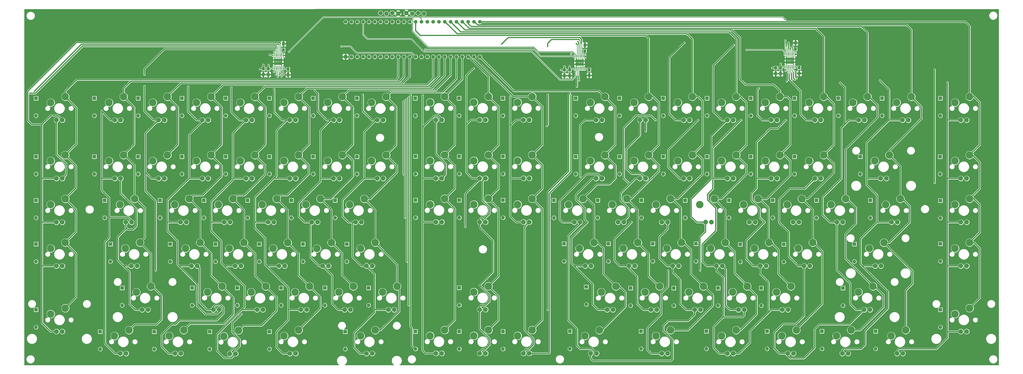
<source format=gbr>
G04 #@! TF.FileFunction,Copper,L2,Bot,Signal*
%FSLAX46Y46*%
G04 Gerber Fmt 4.6, Leading zero omitted, Abs format (unit mm)*
G04 Created by KiCad (PCBNEW 4.0.5) date 10/20/18 10:38:25*
%MOMM*%
%LPD*%
G01*
G04 APERTURE LIST*
%ADD10C,0.100000*%
%ADD11R,1.250000X1.500000*%
%ADD12R,1.300000X1.500000*%
%ADD13R,1.600000X1.600000*%
%ADD14O,1.600000X1.600000*%
%ADD15C,1.600000*%
%ADD16C,2.032000*%
%ADD17C,3.225800*%
%ADD18R,0.450000X1.050000*%
%ADD19R,0.895000X1.470000*%
%ADD20C,1.879600*%
%ADD21C,0.600000*%
%ADD22C,0.500000*%
%ADD23C,0.250000*%
%ADD24C,0.025400*%
G04 APERTURE END LIST*
D10*
D11*
X262382000Y-46629000D03*
X262382000Y-49129000D03*
X251587000Y-46756000D03*
X251587000Y-49256000D03*
X253873000Y-46756000D03*
X253873000Y-49256000D03*
D12*
X260477000Y-38561000D03*
X260477000Y-35861000D03*
D13*
X186690000Y-59055000D03*
D14*
X186690000Y-66675000D03*
D13*
X186791600Y-84404200D03*
D14*
X186791600Y-92024200D03*
D13*
X205841600Y-84404200D03*
D14*
X205841600Y-92024200D03*
D13*
X224790000Y-59055000D03*
D14*
X224790000Y-66675000D03*
D13*
X224891600Y-84404200D03*
D14*
X224891600Y-92024200D03*
D13*
X186791600Y-103454200D03*
D14*
X186791600Y-111074200D03*
D13*
X186791600Y-160604200D03*
D14*
X186791600Y-168224200D03*
D13*
X205841600Y-160604200D03*
D14*
X205841600Y-168224200D03*
D13*
X205740000Y-59055000D03*
D14*
X205740000Y-66675000D03*
D13*
X205841600Y-103454200D03*
D14*
X205841600Y-111074200D03*
D13*
X205841600Y-141554200D03*
D14*
X205841600Y-149174200D03*
D13*
X224891600Y-103454200D03*
D14*
X224891600Y-111074200D03*
D13*
X224891600Y-160604200D03*
D14*
X224891600Y-168224200D03*
D15*
X196977000Y-41021000D03*
X199517000Y-41021000D03*
X202057000Y-41021000D03*
X204597000Y-41021000D03*
X194437000Y-41021000D03*
X191897000Y-41021000D03*
X189357000Y-41021000D03*
X207137000Y-41021000D03*
X209677000Y-41021000D03*
X212217000Y-41021000D03*
X214757000Y-41021000D03*
X214757000Y-25781000D03*
X212217000Y-25781000D03*
X209677000Y-25781000D03*
X207137000Y-25781000D03*
X204597000Y-25781000D03*
X202057000Y-25781000D03*
X199517000Y-25781000D03*
X196977000Y-25781000D03*
X186817000Y-41021000D03*
X184277000Y-41021000D03*
X181737000Y-41021000D03*
X179197000Y-41021000D03*
X176657000Y-41021000D03*
X174117000Y-41021000D03*
X171577000Y-41021000D03*
X169037000Y-41021000D03*
X166497000Y-41021000D03*
X163957000Y-41021000D03*
X161417000Y-41021000D03*
X158877000Y-41021000D03*
D13*
X156337000Y-41021000D03*
D15*
X194437000Y-25781000D03*
X191897000Y-25781000D03*
X189357000Y-25781000D03*
X186817000Y-25781000D03*
X184277000Y-25781000D03*
X181737000Y-25781000D03*
X179197000Y-25781000D03*
X176657000Y-25781000D03*
X174117000Y-25781000D03*
X171577000Y-25781000D03*
X169037000Y-25781000D03*
X166497000Y-25781000D03*
X163957000Y-25781000D03*
X161417000Y-25781000D03*
X158877000Y-25781000D03*
X156337000Y-25781000D03*
D16*
X195681600Y-68529200D03*
X198221600Y-68529200D03*
D17*
X193141600Y-60909200D03*
X199491600Y-58369200D03*
D16*
X195681600Y-93929200D03*
X198221600Y-93929200D03*
D17*
X193141600Y-86309200D03*
X199491600Y-83769200D03*
D16*
X214731600Y-93929200D03*
X217271600Y-93929200D03*
D17*
X212191600Y-86309200D03*
X218541600Y-83769200D03*
D16*
X233781600Y-68529200D03*
X236321600Y-68529200D03*
D17*
X231241600Y-60909200D03*
X237591600Y-58369200D03*
D16*
X233781600Y-93929200D03*
X236321600Y-93929200D03*
D17*
X231241600Y-86309200D03*
X237591600Y-83769200D03*
D16*
X195681600Y-112979200D03*
X198221600Y-112979200D03*
D17*
X193141600Y-105359200D03*
X199491600Y-102819200D03*
D16*
X195681600Y-170129200D03*
X198221600Y-170129200D03*
D17*
X193141600Y-162509200D03*
X199491600Y-159969200D03*
D16*
X214731600Y-170129200D03*
X217271600Y-170129200D03*
D17*
X212191600Y-162509200D03*
X218541600Y-159969200D03*
D16*
X214731600Y-68529200D03*
X217271600Y-68529200D03*
D17*
X212191600Y-60909200D03*
X218541600Y-58369200D03*
D16*
X214731600Y-112979200D03*
X217271600Y-112979200D03*
D17*
X212191600Y-105359200D03*
X218541600Y-102819200D03*
D16*
X214731600Y-151079200D03*
X217271600Y-151079200D03*
D17*
X212191600Y-143459200D03*
X218541600Y-140919200D03*
D16*
X233781600Y-112979200D03*
X236321600Y-112979200D03*
D17*
X231241600Y-105359200D03*
X237591600Y-102819200D03*
D16*
X233781600Y-170129200D03*
X236321600Y-170129200D03*
D17*
X231241600Y-162509200D03*
X237591600Y-159969200D03*
D11*
X131318000Y-46375000D03*
X131318000Y-48875000D03*
X122682000Y-46248000D03*
X122682000Y-48748000D03*
X120523000Y-46248000D03*
X120523000Y-48748000D03*
D13*
X21590000Y-59055000D03*
D14*
X21590000Y-66675000D03*
D13*
X21590000Y-84455000D03*
D14*
X21590000Y-92075000D03*
D13*
X21590000Y-103505000D03*
D14*
X21590000Y-111125000D03*
D13*
X21590000Y-122555000D03*
D14*
X21590000Y-130175000D03*
D13*
X21590000Y-151130000D03*
D14*
X21590000Y-158750000D03*
D13*
X53975000Y-122555000D03*
D14*
X53975000Y-130175000D03*
D13*
X59055000Y-141605000D03*
D14*
X59055000Y-149225000D03*
D13*
X46990000Y-59055000D03*
D14*
X46990000Y-66675000D03*
D13*
X46990000Y-84455000D03*
D14*
X46990000Y-92075000D03*
D13*
X51435000Y-103505000D03*
D14*
X51435000Y-111125000D03*
D13*
X49530000Y-160655000D03*
D14*
X49530000Y-168275000D03*
D13*
X66040000Y-59055000D03*
D14*
X66040000Y-66675000D03*
D13*
X66040000Y-84455000D03*
D14*
X66040000Y-92075000D03*
D13*
X80010000Y-122555000D03*
D14*
X80010000Y-130175000D03*
D13*
X89535000Y-141605000D03*
D14*
X89535000Y-149225000D03*
D13*
X73025000Y-160655000D03*
D14*
X73025000Y-168275000D03*
D13*
X85090000Y-59055000D03*
D14*
X85090000Y-66675000D03*
D13*
X85090000Y-84455000D03*
D14*
X85090000Y-92075000D03*
D13*
X75565000Y-103505000D03*
D14*
X75565000Y-111125000D03*
D13*
X97155000Y-160655000D03*
D14*
X97155000Y-168275000D03*
D13*
X104140000Y-59055000D03*
D14*
X104140000Y-66675000D03*
D13*
X104140000Y-84455000D03*
D14*
X104140000Y-92075000D03*
D13*
X94615000Y-103505000D03*
D14*
X94615000Y-111125000D03*
D13*
X99695000Y-122555000D03*
D14*
X99695000Y-130175000D03*
D13*
X109220000Y-141605000D03*
D14*
X109220000Y-149225000D03*
D13*
X123190000Y-59055000D03*
D14*
X123190000Y-66675000D03*
D13*
X123190000Y-84455000D03*
D14*
X123190000Y-92075000D03*
D13*
X113665000Y-103505000D03*
D14*
X113665000Y-111125000D03*
D13*
X118745000Y-122555000D03*
D14*
X118745000Y-130175000D03*
D13*
X128270000Y-141605000D03*
D14*
X128270000Y-149225000D03*
D13*
X123190000Y-160655000D03*
D14*
X123190000Y-168275000D03*
D13*
X142240000Y-84455000D03*
D14*
X142240000Y-92075000D03*
D13*
X142240000Y-59055000D03*
D14*
X142240000Y-66675000D03*
D13*
X132715000Y-103505000D03*
D14*
X132715000Y-111125000D03*
D13*
X137795000Y-122555000D03*
D14*
X137795000Y-130175000D03*
D13*
X147320000Y-141605000D03*
D14*
X147320000Y-149225000D03*
D13*
X161290000Y-59055000D03*
D14*
X161290000Y-66675000D03*
D13*
X161290000Y-84455000D03*
D14*
X161290000Y-92075000D03*
D13*
X151765000Y-103505000D03*
D14*
X151765000Y-111125000D03*
D13*
X156845000Y-122555000D03*
D14*
X156845000Y-130175000D03*
D13*
X166370000Y-141605000D03*
D14*
X166370000Y-149225000D03*
D13*
X156210000Y-160655000D03*
D14*
X156210000Y-168275000D03*
D12*
X129286000Y-38053000D03*
X129286000Y-35353000D03*
D16*
X30480000Y-68580000D03*
X33020000Y-68580000D03*
D17*
X27940000Y-60960000D03*
X34290000Y-58420000D03*
D16*
X30480000Y-93980000D03*
X33020000Y-93980000D03*
D17*
X27940000Y-86360000D03*
X34290000Y-83820000D03*
D16*
X30480000Y-113030000D03*
X33020000Y-113030000D03*
D17*
X27940000Y-105410000D03*
X34290000Y-102870000D03*
D16*
X30480000Y-132080000D03*
X33020000Y-132080000D03*
D17*
X27940000Y-124460000D03*
X34290000Y-121920000D03*
D16*
X63023750Y-132080000D03*
X65563750Y-132080000D03*
D17*
X60483750Y-124460000D03*
X66833750Y-121920000D03*
D16*
X55880000Y-68580000D03*
X58420000Y-68580000D03*
D17*
X53340000Y-60960000D03*
X59690000Y-58420000D03*
D16*
X55880000Y-93980000D03*
X58420000Y-93980000D03*
D17*
X53340000Y-86360000D03*
X59690000Y-83820000D03*
D16*
X60642500Y-113030000D03*
X63182500Y-113030000D03*
D17*
X58102500Y-105410000D03*
X64452500Y-102870000D03*
D16*
X58261250Y-170180000D03*
X60801250Y-170180000D03*
D17*
X55721250Y-162560000D03*
X62071250Y-160020000D03*
D16*
X74930000Y-68580000D03*
X77470000Y-68580000D03*
D17*
X72390000Y-60960000D03*
X78740000Y-58420000D03*
D16*
X74930000Y-93980000D03*
X77470000Y-93980000D03*
D17*
X72390000Y-86360000D03*
X78740000Y-83820000D03*
D16*
X89217500Y-132080000D03*
X91757500Y-132080000D03*
D17*
X86677500Y-124460000D03*
X93027500Y-121920000D03*
D16*
X98742500Y-151130000D03*
X101282500Y-151130000D03*
D17*
X96202500Y-143510000D03*
X102552500Y-140970000D03*
D16*
X82073750Y-170180000D03*
X84613750Y-170180000D03*
D17*
X79533750Y-162560000D03*
X85883750Y-160020000D03*
D16*
X93980000Y-68580000D03*
X96520000Y-68580000D03*
D17*
X91440000Y-60960000D03*
X97790000Y-58420000D03*
D16*
X93980000Y-93980000D03*
X96520000Y-93980000D03*
D17*
X91440000Y-86360000D03*
X97790000Y-83820000D03*
D16*
X84455000Y-113030000D03*
X86995000Y-113030000D03*
D17*
X81915000Y-105410000D03*
X88265000Y-102870000D03*
D16*
X105918000Y-170307000D03*
X108458000Y-170307000D03*
D17*
X103378000Y-162687000D03*
X109728000Y-160147000D03*
D16*
X113030000Y-68580000D03*
X115570000Y-68580000D03*
D17*
X110490000Y-60960000D03*
X116840000Y-58420000D03*
D16*
X113030000Y-93980000D03*
X115570000Y-93980000D03*
D17*
X110490000Y-86360000D03*
X116840000Y-83820000D03*
D16*
X103505000Y-113030000D03*
X106045000Y-113030000D03*
D17*
X100965000Y-105410000D03*
X107315000Y-102870000D03*
D16*
X108267500Y-132080000D03*
X110807500Y-132080000D03*
D17*
X105727500Y-124460000D03*
X112077500Y-121920000D03*
D16*
X117792500Y-151130000D03*
X120332500Y-151130000D03*
D17*
X115252500Y-143510000D03*
X121602500Y-140970000D03*
D16*
X132080000Y-68580000D03*
X134620000Y-68580000D03*
D17*
X129540000Y-60960000D03*
X135890000Y-58420000D03*
D16*
X132080000Y-93980000D03*
X134620000Y-93980000D03*
D17*
X129540000Y-86360000D03*
X135890000Y-83820000D03*
D16*
X122555000Y-113030000D03*
X125095000Y-113030000D03*
D17*
X120015000Y-105410000D03*
X126365000Y-102870000D03*
D16*
X127317500Y-132080000D03*
X129857500Y-132080000D03*
D17*
X124777500Y-124460000D03*
X131127500Y-121920000D03*
D16*
X136842500Y-151130000D03*
X139382500Y-151130000D03*
D17*
X134302500Y-143510000D03*
X140652500Y-140970000D03*
D16*
X132080000Y-170180000D03*
X134620000Y-170180000D03*
D17*
X129540000Y-162560000D03*
X135890000Y-160020000D03*
D16*
X151130000Y-93980000D03*
X153670000Y-93980000D03*
D17*
X148590000Y-86360000D03*
X154940000Y-83820000D03*
D16*
X151130000Y-68580000D03*
X153670000Y-68580000D03*
D17*
X148590000Y-60960000D03*
X154940000Y-58420000D03*
D16*
X141605000Y-113030000D03*
X144145000Y-113030000D03*
D17*
X139065000Y-105410000D03*
X145415000Y-102870000D03*
D16*
X146367500Y-132080000D03*
X148907500Y-132080000D03*
D17*
X143827500Y-124460000D03*
X150177500Y-121920000D03*
D16*
X155892500Y-151130000D03*
X158432500Y-151130000D03*
D17*
X153352500Y-143510000D03*
X159702500Y-140970000D03*
D16*
X170180000Y-68580000D03*
X172720000Y-68580000D03*
D17*
X167640000Y-60960000D03*
X173990000Y-58420000D03*
D16*
X170180000Y-93980000D03*
X172720000Y-93980000D03*
D17*
X167640000Y-86360000D03*
X173990000Y-83820000D03*
D16*
X160655000Y-113030000D03*
X163195000Y-113030000D03*
D17*
X158115000Y-105410000D03*
X164465000Y-102870000D03*
D16*
X165417500Y-132080000D03*
X167957500Y-132080000D03*
D17*
X162877500Y-124460000D03*
X169227500Y-121920000D03*
D16*
X174942500Y-151130000D03*
X177482500Y-151130000D03*
D17*
X172402500Y-143510000D03*
X178752500Y-140970000D03*
D18*
X255916000Y-40786000D03*
X256566000Y-40786000D03*
X257216000Y-40786000D03*
X257866000Y-40786000D03*
X258516000Y-40786000D03*
X259166000Y-40786000D03*
X259816000Y-40786000D03*
X260466000Y-40786000D03*
X260466000Y-46336000D03*
X259816000Y-46336000D03*
X259166000Y-46336000D03*
X258516000Y-46336000D03*
X257866000Y-46336000D03*
X257216000Y-46336000D03*
X256566000Y-46336000D03*
X255916000Y-46336000D03*
D19*
X259533500Y-44296000D03*
X258638500Y-44296000D03*
X257743500Y-44296000D03*
X256848500Y-44296000D03*
X259533500Y-42826000D03*
X258638500Y-42826000D03*
X257743500Y-42826000D03*
X256848500Y-42826000D03*
D18*
X124725000Y-40405000D03*
X125375000Y-40405000D03*
X126025000Y-40405000D03*
X126675000Y-40405000D03*
X127325000Y-40405000D03*
X127975000Y-40405000D03*
X128625000Y-40405000D03*
X129275000Y-40405000D03*
X129275000Y-45955000D03*
X128625000Y-45955000D03*
X127975000Y-45955000D03*
X127325000Y-45955000D03*
X126675000Y-45955000D03*
X126025000Y-45955000D03*
X125375000Y-45955000D03*
X124725000Y-45955000D03*
D19*
X128342500Y-43915000D03*
X127447500Y-43915000D03*
X126552500Y-43915000D03*
X125657500Y-43915000D03*
X128342500Y-42445000D03*
X127447500Y-42445000D03*
X126552500Y-42445000D03*
X125657500Y-42445000D03*
D11*
X353822000Y-45740000D03*
X353822000Y-48240000D03*
X345694000Y-45867000D03*
X345694000Y-48367000D03*
X343535000Y-45867000D03*
X343535000Y-48367000D03*
D13*
X256540000Y-59055000D03*
D14*
X256540000Y-66675000D03*
D13*
X256540000Y-84455000D03*
D14*
X256540000Y-92075000D03*
D13*
X247015000Y-103505000D03*
D14*
X247015000Y-111125000D03*
D13*
X251460000Y-122428000D03*
D14*
X251460000Y-130048000D03*
D13*
X261112000Y-141224000D03*
D14*
X261112000Y-148844000D03*
D13*
X254000000Y-160528000D03*
D14*
X254000000Y-168148000D03*
D13*
X275590000Y-59055000D03*
D14*
X275590000Y-66675000D03*
D13*
X275590000Y-84455000D03*
D14*
X275590000Y-92075000D03*
D13*
X266065000Y-103505000D03*
D14*
X266065000Y-111125000D03*
D13*
X270764000Y-122428000D03*
D14*
X270764000Y-130048000D03*
D13*
X280416000Y-141732000D03*
D14*
X280416000Y-149352000D03*
D13*
X294640000Y-59055000D03*
D14*
X294640000Y-66675000D03*
D13*
X294640000Y-84455000D03*
D14*
X294640000Y-92075000D03*
D13*
X285115000Y-103505000D03*
D14*
X285115000Y-111125000D03*
D13*
X290068000Y-122428000D03*
D14*
X290068000Y-130048000D03*
D13*
X299212000Y-141732000D03*
D14*
X299212000Y-149352000D03*
D13*
X284988000Y-160528000D03*
D14*
X284988000Y-168148000D03*
D13*
X313436000Y-160528000D03*
D14*
X313436000Y-168148000D03*
D13*
X313690000Y-59055000D03*
D14*
X313690000Y-66675000D03*
D13*
X313690000Y-84455000D03*
D14*
X313690000Y-92075000D03*
D13*
X304165000Y-103505000D03*
D14*
X304165000Y-111125000D03*
D13*
X308864000Y-122428000D03*
D14*
X308864000Y-130048000D03*
D13*
X318516000Y-141732000D03*
D14*
X318516000Y-149352000D03*
D13*
X332740000Y-59055000D03*
D14*
X332740000Y-66675000D03*
D13*
X332740000Y-84455000D03*
D14*
X332740000Y-92075000D03*
D13*
X323215000Y-103505000D03*
D14*
X323215000Y-111125000D03*
D13*
X328168000Y-122682000D03*
D14*
X328168000Y-130302000D03*
D13*
X337312000Y-141732000D03*
D14*
X337312000Y-149352000D03*
D13*
X339852000Y-160528000D03*
D14*
X339852000Y-168148000D03*
D13*
X351790000Y-59055000D03*
D14*
X351790000Y-66675000D03*
D13*
X351790000Y-84455000D03*
D14*
X351790000Y-92075000D03*
D13*
X342265000Y-103505000D03*
D14*
X342265000Y-111125000D03*
D13*
X347091000Y-122682000D03*
D14*
X347091000Y-130302000D03*
D13*
X372872000Y-141732000D03*
D14*
X372872000Y-149352000D03*
D13*
X370840000Y-59055000D03*
D14*
X370840000Y-66675000D03*
D13*
X361315000Y-103505000D03*
D14*
X361315000Y-111125000D03*
D13*
X363728000Y-160528000D03*
D14*
X363728000Y-168148000D03*
D13*
X389890000Y-59055000D03*
D14*
X389890000Y-66675000D03*
D13*
X380365000Y-84455000D03*
D14*
X380365000Y-92075000D03*
D13*
X384810000Y-103505000D03*
D14*
X384810000Y-111125000D03*
D13*
X377825000Y-122555000D03*
D14*
X377825000Y-130175000D03*
D13*
X387096000Y-160528000D03*
D14*
X387096000Y-168148000D03*
D13*
X415290000Y-122428000D03*
D14*
X415290000Y-130048000D03*
D13*
X415290000Y-151130000D03*
D14*
X415290000Y-158750000D03*
D13*
X415290000Y-59055000D03*
D14*
X415290000Y-66675000D03*
D13*
X415163000Y-84455000D03*
D14*
X415163000Y-92075000D03*
D13*
X415290000Y-103632000D03*
D14*
X415290000Y-111252000D03*
D12*
X352171000Y-37672000D03*
X352171000Y-34972000D03*
D16*
X265430000Y-68580000D03*
X267970000Y-68580000D03*
D17*
X262890000Y-60960000D03*
X269240000Y-58420000D03*
D16*
X265430000Y-93980000D03*
X267970000Y-93980000D03*
D17*
X262890000Y-86360000D03*
X269240000Y-83820000D03*
D16*
X255905000Y-113030000D03*
X258445000Y-113030000D03*
D17*
X253365000Y-105410000D03*
X259715000Y-102870000D03*
D16*
X260667500Y-132080000D03*
X263207500Y-132080000D03*
D17*
X258127500Y-124460000D03*
X264477500Y-121920000D03*
D16*
X270192500Y-151130000D03*
X272732500Y-151130000D03*
D17*
X267652500Y-143510000D03*
X274002500Y-140970000D03*
D16*
X263048750Y-170180000D03*
X265588750Y-170180000D03*
D17*
X260508750Y-162560000D03*
X266858750Y-160020000D03*
D16*
X284480000Y-68580000D03*
X287020000Y-68580000D03*
D17*
X281940000Y-60960000D03*
X288290000Y-58420000D03*
D16*
X284480000Y-93980000D03*
X287020000Y-93980000D03*
D17*
X281940000Y-86360000D03*
X288290000Y-83820000D03*
D16*
X274955000Y-113030000D03*
X277495000Y-113030000D03*
D17*
X272415000Y-105410000D03*
X278765000Y-102870000D03*
D16*
X279717500Y-132080000D03*
X282257500Y-132080000D03*
D17*
X277177500Y-124460000D03*
X283527500Y-121920000D03*
D16*
X289242500Y-151130000D03*
X291782500Y-151130000D03*
D17*
X286702500Y-143510000D03*
X293052500Y-140970000D03*
D16*
X303530000Y-68580000D03*
X306070000Y-68580000D03*
D17*
X300990000Y-60960000D03*
X307340000Y-58420000D03*
D16*
X303530000Y-93980000D03*
X306070000Y-93980000D03*
D17*
X300990000Y-86360000D03*
X307340000Y-83820000D03*
D16*
X294005000Y-113030000D03*
X296545000Y-113030000D03*
D17*
X291465000Y-105410000D03*
X297815000Y-102870000D03*
D16*
X298767500Y-132080000D03*
X301307500Y-132080000D03*
D17*
X296227500Y-124460000D03*
X302577500Y-121920000D03*
D16*
X308292500Y-151130000D03*
X310832500Y-151130000D03*
D17*
X305752500Y-143510000D03*
X312102500Y-140970000D03*
D16*
X294005000Y-170180000D03*
X296545000Y-170180000D03*
D17*
X291465000Y-162560000D03*
X297815000Y-160020000D03*
D16*
X322580000Y-170180000D03*
X325120000Y-170180000D03*
D17*
X320040000Y-162560000D03*
X326390000Y-160020000D03*
D16*
X322580000Y-68580000D03*
X325120000Y-68580000D03*
D17*
X320040000Y-60960000D03*
X326390000Y-58420000D03*
D16*
X322580000Y-93980000D03*
X325120000Y-93980000D03*
D17*
X320040000Y-86360000D03*
X326390000Y-83820000D03*
D16*
X313055000Y-113030000D03*
X315595000Y-113030000D03*
D17*
X310515000Y-105410000D03*
X316865000Y-102870000D03*
D16*
X317817500Y-132080000D03*
X320357500Y-132080000D03*
D17*
X315277500Y-124460000D03*
X321627500Y-121920000D03*
D16*
X327342500Y-151130000D03*
X329882500Y-151130000D03*
D17*
X324802500Y-143510000D03*
X331152500Y-140970000D03*
D16*
X341630000Y-68580000D03*
X344170000Y-68580000D03*
D17*
X339090000Y-60960000D03*
X345440000Y-58420000D03*
D16*
X341630000Y-93980000D03*
X344170000Y-93980000D03*
D17*
X339090000Y-86360000D03*
X345440000Y-83820000D03*
D16*
X332105000Y-113030000D03*
X334645000Y-113030000D03*
D17*
X329565000Y-105410000D03*
X335915000Y-102870000D03*
D16*
X336867500Y-132080000D03*
X339407500Y-132080000D03*
D17*
X334327500Y-124460000D03*
X340677500Y-121920000D03*
D16*
X346392500Y-151130000D03*
X348932500Y-151130000D03*
D17*
X343852500Y-143510000D03*
X350202500Y-140970000D03*
D16*
X348773750Y-170180000D03*
X351313750Y-170180000D03*
D17*
X346233750Y-162560000D03*
X352583750Y-160020000D03*
D16*
X360680000Y-68580000D03*
X363220000Y-68580000D03*
D17*
X358140000Y-60960000D03*
X364490000Y-58420000D03*
D16*
X360680000Y-93980000D03*
X363220000Y-93980000D03*
D17*
X358140000Y-86360000D03*
X364490000Y-83820000D03*
D16*
X351155000Y-113030000D03*
X353695000Y-113030000D03*
D17*
X348615000Y-105410000D03*
X354965000Y-102870000D03*
D16*
X355917500Y-132080000D03*
X358457500Y-132080000D03*
D17*
X353377500Y-124460000D03*
X359727500Y-121920000D03*
D16*
X379730000Y-68580000D03*
X382270000Y-68580000D03*
D17*
X377190000Y-60960000D03*
X383540000Y-58420000D03*
D16*
X370205000Y-113030000D03*
X372745000Y-113030000D03*
D17*
X367665000Y-105410000D03*
X374015000Y-102870000D03*
D16*
X372586250Y-170180000D03*
X375126250Y-170180000D03*
D17*
X370046250Y-162560000D03*
X376396250Y-160020000D03*
D16*
X398780000Y-68580000D03*
X401320000Y-68580000D03*
D17*
X396240000Y-60960000D03*
X402590000Y-58420000D03*
D16*
X394017500Y-113030000D03*
X396557500Y-113030000D03*
D17*
X391477500Y-105410000D03*
X397827500Y-102870000D03*
D16*
X396398750Y-170180000D03*
X398938750Y-170180000D03*
D17*
X393858750Y-162560000D03*
X400208750Y-160020000D03*
D16*
X424180000Y-132080000D03*
X426720000Y-132080000D03*
D17*
X421640000Y-124460000D03*
X427990000Y-121920000D03*
D16*
X424180000Y-68580000D03*
X426720000Y-68580000D03*
D17*
X421640000Y-60960000D03*
X427990000Y-58420000D03*
D16*
X424180000Y-93980000D03*
X426720000Y-93980000D03*
D17*
X421640000Y-86360000D03*
X427990000Y-83820000D03*
D16*
X424180000Y-113030000D03*
X426720000Y-113030000D03*
D17*
X421640000Y-105410000D03*
X427990000Y-102870000D03*
D18*
X347483000Y-39897000D03*
X348133000Y-39897000D03*
X348783000Y-39897000D03*
X349433000Y-39897000D03*
X350083000Y-39897000D03*
X350733000Y-39897000D03*
X351383000Y-39897000D03*
X352033000Y-39897000D03*
X352033000Y-45447000D03*
X351383000Y-45447000D03*
X350733000Y-45447000D03*
X350083000Y-45447000D03*
X349433000Y-45447000D03*
X348783000Y-45447000D03*
X348133000Y-45447000D03*
X347483000Y-45447000D03*
D19*
X351100500Y-43407000D03*
X350205500Y-43407000D03*
X349310500Y-43407000D03*
X348415500Y-43407000D03*
X351100500Y-41937000D03*
X350205500Y-41937000D03*
X349310500Y-41937000D03*
X348415500Y-41937000D03*
D16*
X30480000Y-160655000D03*
X33020000Y-160655000D03*
D17*
X27940000Y-153035000D03*
X34290000Y-150495000D03*
D16*
X67786250Y-151130000D03*
X70326250Y-151130000D03*
D17*
X65246250Y-143510000D03*
X71596250Y-140970000D03*
D16*
X165417500Y-170180000D03*
X167957500Y-170180000D03*
D17*
X162877500Y-162560000D03*
X169227500Y-160020000D03*
D16*
X382111250Y-151130000D03*
X384651250Y-151130000D03*
D17*
X379571250Y-143510000D03*
X385921250Y-140970000D03*
D16*
X389255000Y-93980000D03*
X391795000Y-93980000D03*
D17*
X386715000Y-86360000D03*
X393065000Y-83820000D03*
D16*
X386873750Y-132080000D03*
X389413750Y-132080000D03*
D17*
X384333750Y-124460000D03*
X390683750Y-121920000D03*
D16*
X424180000Y-160655000D03*
X426720000Y-160655000D03*
D17*
X421640000Y-153035000D03*
X427990000Y-150495000D03*
D20*
X179197000Y-22225000D03*
X176657000Y-21971000D03*
X174117000Y-22225000D03*
X171577000Y-21971000D03*
X182816500Y-21971000D03*
X185356500Y-22225000D03*
X187896500Y-21971000D03*
X190436500Y-22225000D03*
D21*
X244348000Y-36576000D03*
X244348000Y-57531000D03*
X243840000Y-71120000D03*
X189865000Y-57785000D03*
X224282000Y-35560000D03*
X212090000Y-46101000D03*
X257429000Y-34417000D03*
X208407000Y-114935000D03*
X227965000Y-58293000D03*
X256794000Y-35306000D03*
X257048000Y-53975000D03*
X244297200Y-151079200D03*
X254000000Y-57023000D03*
X257937000Y-51308000D03*
X254381000Y-57912000D03*
X342074500Y-45847000D03*
X345694000Y-44069000D03*
X250126500Y-46736000D03*
X251587000Y-45212000D03*
X253809500Y-45148500D03*
X118999000Y-46291500D03*
X120523000Y-44513500D03*
X122682000Y-44513500D03*
X181483000Y-92075000D03*
X181483000Y-60579000D03*
X182245000Y-59944000D03*
X182118000Y-110998000D03*
X184658000Y-57658000D03*
X183769000Y-58674000D03*
X183642000Y-149098000D03*
X183007000Y-59436000D03*
X183007000Y-130175000D03*
X20828000Y-56134000D03*
X18923000Y-56769000D03*
X68707000Y-48768000D03*
X68707000Y-53721000D03*
X73660000Y-133985000D03*
X106553000Y-54483000D03*
X126746000Y-49657000D03*
X87757000Y-53975000D03*
X125984000Y-48641000D03*
X110998000Y-153035000D03*
X127508000Y-48895000D03*
X125222000Y-55118000D03*
X128397000Y-49530000D03*
X142875000Y-55753000D03*
X129286000Y-48768000D03*
X163830000Y-57531000D03*
X330835000Y-37973000D03*
X254508000Y-39624000D03*
X190881000Y-37846000D03*
X154432000Y-36449000D03*
X123317000Y-40132000D03*
X347726000Y-33909000D03*
X347726000Y-24892000D03*
X125222000Y-38862000D03*
X131699000Y-38735000D03*
X125095000Y-47498000D03*
X350774000Y-36449000D03*
X287020000Y-73406000D03*
X258445000Y-93218000D03*
X261620000Y-113030000D03*
X341249000Y-72263000D03*
X338709000Y-113030000D03*
X347980000Y-68580000D03*
X412750000Y-46609000D03*
X350012000Y-37211000D03*
X412750000Y-95885000D03*
X276606000Y-117094000D03*
X280797000Y-113030000D03*
X348361000Y-35941000D03*
X325374000Y-35941000D03*
X309753000Y-68580000D03*
X296672000Y-134112000D03*
X310642000Y-133985000D03*
X348361000Y-51689000D03*
X336169000Y-54737000D03*
X317500000Y-113157000D03*
X328549000Y-68580000D03*
X303784000Y-34925000D03*
X348996000Y-34925000D03*
X291211000Y-68580000D03*
X371602000Y-52324000D03*
X350774000Y-50927000D03*
X388874000Y-51308000D03*
X351917000Y-50927000D03*
X418338000Y-52197000D03*
X352679000Y-50292000D03*
X347853000Y-47117000D03*
D22*
X129286000Y-35353000D02*
X129286000Y-34417000D01*
X177419000Y-20447000D02*
X179197000Y-22225000D01*
X143256000Y-20447000D02*
X177419000Y-20447000D01*
X129286000Y-34417000D02*
X143256000Y-20447000D01*
X182816500Y-21971000D02*
X179451000Y-21971000D01*
X179451000Y-21971000D02*
X179197000Y-22225000D01*
D23*
X259816000Y-40786000D02*
X259816000Y-39904000D01*
X259816000Y-39904000D02*
X260477000Y-39243000D01*
X260477000Y-39243000D02*
X260477000Y-38561000D01*
D22*
X214731600Y-112979200D02*
X214731600Y-115290600D01*
X220472000Y-134696200D02*
X214731600Y-140436600D01*
X220472000Y-121031000D02*
X220472000Y-134696200D01*
X214731600Y-115290600D02*
X220472000Y-121031000D01*
D23*
X258127500Y-33718500D02*
X258127500Y-33972500D01*
X258516000Y-39568000D02*
X258516000Y-40786000D01*
X258445000Y-39497000D02*
X258516000Y-39568000D01*
X258445000Y-34290000D02*
X258445000Y-39497000D01*
X258127500Y-33972500D02*
X258445000Y-34290000D01*
D22*
X257937000Y-33528000D02*
X258127500Y-33718500D01*
X258127500Y-33718500D02*
X258191000Y-33782000D01*
X245999000Y-33528000D02*
X257937000Y-33528000D01*
X244348000Y-35179000D02*
X245999000Y-33528000D01*
X244348000Y-36576000D02*
X244348000Y-35179000D01*
X244348000Y-70612000D02*
X244348000Y-57531000D01*
X243840000Y-71120000D02*
X244348000Y-70612000D01*
X195681600Y-68529200D02*
X195681600Y-83413600D01*
X199898000Y-92252800D02*
X198221600Y-93929200D01*
X199898000Y-87630000D02*
X199898000Y-92252800D01*
X195681600Y-83413600D02*
X199898000Y-87630000D01*
X215900000Y-95300800D02*
X217271600Y-93929200D01*
X215900000Y-103505000D02*
X215900000Y-95300800D01*
X219075000Y-106680000D02*
X215900000Y-103505000D01*
X219075000Y-109220000D02*
X219075000Y-106680000D01*
X217170000Y-111125000D02*
X219075000Y-109220000D01*
X215265000Y-111125000D02*
X217170000Y-111125000D01*
X214731600Y-111658400D02*
X215265000Y-111125000D01*
X214731600Y-112979200D02*
X214731600Y-111658400D01*
X219075000Y-144780000D02*
X214731600Y-140436600D01*
X219075000Y-147320000D02*
X219075000Y-144780000D01*
X217170000Y-149225000D02*
X219075000Y-147320000D01*
X215265000Y-149225000D02*
X217170000Y-149225000D01*
X214731600Y-149758400D02*
X215265000Y-149225000D01*
X214731600Y-151079200D02*
X214731600Y-149758400D01*
X214731600Y-159486600D02*
X214731600Y-151079200D01*
X219075000Y-163830000D02*
X214731600Y-159486600D01*
X219075000Y-166370000D02*
X219075000Y-163830000D01*
X217170000Y-168275000D02*
X219075000Y-166370000D01*
X215900000Y-168275000D02*
X217170000Y-168275000D01*
X214731600Y-169443400D02*
X215900000Y-168275000D01*
X214731600Y-170129200D02*
X214731600Y-169443400D01*
X198221600Y-93929200D02*
X198221600Y-94081600D01*
X226377500Y-33464500D02*
X227203000Y-32639000D01*
X259080000Y-33401000D02*
X259080000Y-34036000D01*
X258318000Y-32639000D02*
X259080000Y-33401000D01*
X257302000Y-32639000D02*
X258318000Y-32639000D01*
X250255002Y-32639000D02*
X257302000Y-32639000D01*
X227203000Y-32639000D02*
X250255002Y-32639000D01*
D23*
X259166000Y-40786000D02*
X259166000Y-35392000D01*
D22*
X224282000Y-35560000D02*
X226377500Y-33464500D01*
X259080000Y-34036000D02*
X259080000Y-35179000D01*
X189865000Y-57785000D02*
X189865000Y-71882000D01*
D23*
X259080000Y-35306000D02*
X259080000Y-35179000D01*
X259166000Y-35392000D02*
X259080000Y-35306000D01*
D22*
X195681600Y-93929200D02*
X189865000Y-93929200D01*
X189865000Y-93929200D02*
X189865000Y-93980000D01*
X195681600Y-112979200D02*
X189865000Y-112979200D01*
X189865000Y-112979200D02*
X189865000Y-113030000D01*
X198221600Y-68529200D02*
X198221600Y-68046600D01*
X198221600Y-68046600D02*
X196850000Y-66675000D01*
X191084200Y-170129200D02*
X195681600Y-170129200D01*
X189865000Y-168910000D02*
X191084200Y-170129200D01*
X189865000Y-71755000D02*
X189865000Y-71882000D01*
X189865000Y-71882000D02*
X189865000Y-93980000D01*
X189865000Y-93980000D02*
X189865000Y-113030000D01*
X189865000Y-113030000D02*
X189865000Y-168910000D01*
X194945000Y-66675000D02*
X189865000Y-71755000D01*
X196850000Y-66675000D02*
X194945000Y-66675000D01*
D23*
X257866000Y-40786000D02*
X257866000Y-35743000D01*
D22*
X208915000Y-49149000D02*
X211963000Y-46101000D01*
X211963000Y-46101000D02*
X212090000Y-46101000D01*
X257429000Y-34417000D02*
X257810000Y-34798000D01*
X257810000Y-34798000D02*
X257810000Y-35687000D01*
X208915000Y-49149000D02*
X208915000Y-70485000D01*
D23*
X257866000Y-35743000D02*
X257810000Y-35687000D01*
D22*
X214731600Y-93929200D02*
X214731600Y-94386400D01*
X214731600Y-94386400D02*
X208407000Y-100711000D01*
X208407000Y-100711000D02*
X208407000Y-114935000D01*
X214731600Y-68529200D02*
X210870800Y-68529200D01*
X211404200Y-93929200D02*
X214731600Y-93929200D01*
X208915000Y-91440000D02*
X211404200Y-93929200D01*
X208915000Y-70485000D02*
X208915000Y-91440000D01*
X210870800Y-68529200D02*
X208915000Y-70485000D01*
X234315000Y-114985800D02*
X236321600Y-112979200D01*
X234315000Y-160020000D02*
X234315000Y-114985800D01*
X238125000Y-163830000D02*
X234315000Y-160020000D01*
X238125000Y-166370000D02*
X238125000Y-163830000D01*
X236220000Y-168275000D02*
X238125000Y-166370000D01*
X234950000Y-168275000D02*
X236220000Y-168275000D01*
X233781600Y-169443400D02*
X234950000Y-168275000D01*
X233781600Y-170129200D02*
X233781600Y-169443400D01*
X198221600Y-112979200D02*
X198221600Y-113766600D01*
D23*
X257216000Y-40786000D02*
X257216000Y-35728000D01*
X257216000Y-35728000D02*
X257048000Y-35560000D01*
D22*
X227965000Y-71374000D02*
X227965000Y-58293000D01*
X257048000Y-35560000D02*
X257048000Y-35687000D01*
X256794000Y-35306000D02*
X257048000Y-35560000D01*
X227965000Y-74295000D02*
X227965000Y-71374000D01*
X227965000Y-71374000D02*
X227965000Y-71120000D01*
X230555800Y-68529200D02*
X233781600Y-68529200D01*
X227965000Y-71120000D02*
X230555800Y-68529200D01*
X233781600Y-93929200D02*
X227965000Y-93929200D01*
X227965000Y-93929200D02*
X227965000Y-93980000D01*
X227965000Y-89535000D02*
X227965000Y-93980000D01*
X227965000Y-93980000D02*
X227965000Y-110490000D01*
X227965000Y-110490000D02*
X230454200Y-112979200D01*
X230454200Y-112979200D02*
X233781600Y-112979200D01*
X233781600Y-68529200D02*
X233730800Y-68529200D01*
X227965000Y-74295000D02*
X227965000Y-89535000D01*
D23*
X257216000Y-46336000D02*
X257216000Y-49235000D01*
D22*
X257048000Y-53975000D02*
X257048000Y-49403000D01*
X254000000Y-57023000D02*
X253492000Y-57531000D01*
X253492000Y-90805000D02*
X253492000Y-57531000D01*
X244409998Y-99887002D02*
X253492000Y-90805000D01*
X244409998Y-150966402D02*
X244409998Y-99887002D01*
X244409998Y-150966402D02*
X244297200Y-151079200D01*
D23*
X257216000Y-49235000D02*
X257048000Y-49403000D01*
X257866000Y-46336000D02*
X257866000Y-49474000D01*
X257866000Y-49474000D02*
X257810000Y-49530000D01*
D22*
X236321600Y-170129200D02*
X244906800Y-170129200D01*
X257810000Y-51181000D02*
X257810000Y-49530000D01*
X257810000Y-49530000D02*
X257810000Y-49403000D01*
X257937000Y-51308000D02*
X257810000Y-51181000D01*
X254381000Y-91186000D02*
X254381000Y-57912000D01*
X245110000Y-100457000D02*
X254381000Y-91186000D01*
X245110000Y-169926000D02*
X245110000Y-100457000D01*
X244906800Y-170129200D02*
X245110000Y-169926000D01*
X198221600Y-170129200D02*
X198221600Y-170916600D01*
D23*
X191897000Y-38735000D02*
X190373000Y-38735000D01*
X165862000Y-33274000D02*
X163957000Y-31369000D01*
X184912000Y-33274000D02*
X165862000Y-33274000D01*
X190373000Y-38735000D02*
X184912000Y-33274000D01*
X163957000Y-25781000D02*
X163957000Y-31369000D01*
X256566000Y-47345000D02*
X256566000Y-46336000D01*
X256413000Y-47498000D02*
X256566000Y-47345000D01*
X256413000Y-49657000D02*
X256413000Y-47498000D01*
X255016000Y-51054000D02*
X256413000Y-49657000D01*
X249682000Y-51054000D02*
X255016000Y-51054000D01*
X237363000Y-38735000D02*
X249682000Y-51054000D01*
X191897000Y-38735000D02*
X237363000Y-38735000D01*
D22*
X207137000Y-41021000D02*
X207137000Y-50723800D01*
X207137000Y-50723800D02*
X199491600Y-58369200D01*
X199491600Y-159969200D02*
X203936600Y-155524200D01*
X203936600Y-154940000D02*
X203936600Y-107315000D01*
X203936600Y-155524200D02*
X203936600Y-154940000D01*
X199491600Y-102819200D02*
X203936600Y-98374200D01*
X203936600Y-98374200D02*
X203936600Y-88265000D01*
X199491600Y-83921600D02*
X199491600Y-83769200D01*
X203936600Y-88265000D02*
X203835000Y-88265000D01*
X203835000Y-88265000D02*
X199491600Y-83921600D01*
X203936600Y-107315000D02*
X203936600Y-107264200D01*
X203936600Y-107264200D02*
X199491600Y-102819200D01*
X199491600Y-58369200D02*
X203936600Y-62814200D01*
X203936600Y-62814200D02*
X203936600Y-79324200D01*
X203936600Y-79324200D02*
X199491600Y-83769200D01*
X209677000Y-41021000D02*
X209931000Y-41021000D01*
X209931000Y-41021000D02*
X218541600Y-49631600D01*
X218541600Y-49631600D02*
X218541600Y-58369200D01*
X222986600Y-62865000D02*
X222986600Y-79375000D01*
X222986600Y-62865000D02*
X222986600Y-62814200D01*
X222986600Y-62814200D02*
X218541600Y-58369200D01*
X222986600Y-79375000D02*
X222935800Y-79375000D01*
X222935800Y-79375000D02*
X218541600Y-83769200D01*
X222986600Y-88265000D02*
X222986600Y-98425000D01*
X222986600Y-88265000D02*
X222986600Y-88214200D01*
X222986600Y-88214200D02*
X218541600Y-83769200D01*
X218541600Y-102819200D02*
X222935800Y-98425000D01*
X222935800Y-98425000D02*
X222986600Y-98425000D01*
X222885000Y-136525000D02*
X222885000Y-107315000D01*
X218541600Y-102819200D02*
X222885000Y-107162600D01*
X222885000Y-107162600D02*
X222885000Y-107315000D01*
X222885000Y-136575800D02*
X218541600Y-140919200D01*
X222885000Y-136525000D02*
X222885000Y-136575800D01*
X222986600Y-145415000D02*
X222986600Y-154940000D01*
X222986600Y-145415000D02*
X222986600Y-145364200D01*
X222986600Y-145364200D02*
X218541600Y-140919200D01*
X218541600Y-159969200D02*
X222986600Y-155524200D01*
X222986600Y-155524200D02*
X222986600Y-154940000D01*
X222504000Y-51562000D02*
X222631000Y-51562000D01*
X229438200Y-58369200D02*
X237591600Y-58369200D01*
X222631000Y-51562000D02*
X229438200Y-58369200D01*
X213296500Y-42354500D02*
X222504000Y-51562000D01*
X212217000Y-41021000D02*
X212217000Y-41275000D01*
X212217000Y-41275000D02*
X213296500Y-42354500D01*
X242036600Y-154305000D02*
X242036600Y-107315000D01*
X237591600Y-159969200D02*
X242036600Y-155524200D01*
X242036600Y-155524200D02*
X242036600Y-154305000D01*
X237591600Y-102819200D02*
X242036600Y-107264200D01*
X242036600Y-107264200D02*
X242036600Y-107315000D01*
X237591600Y-102819200D02*
X242036600Y-98374200D01*
X242036600Y-97790000D02*
X242036600Y-88214200D01*
X242036600Y-98374200D02*
X242036600Y-97790000D01*
X242036600Y-62865000D02*
X242036600Y-79375000D01*
X242036600Y-62865000D02*
X242036600Y-62814200D01*
X242036600Y-62814200D02*
X237591600Y-58369200D01*
X242036600Y-88214200D02*
X237591600Y-83769200D01*
X242036600Y-79375000D02*
X241985800Y-79375000D01*
X241985800Y-79375000D02*
X237591600Y-83769200D01*
X343535000Y-45867000D02*
X342094500Y-45867000D01*
X342094500Y-45867000D02*
X342074500Y-45847000D01*
X345694000Y-45867000D02*
X345694000Y-44069000D01*
X251587000Y-46756000D02*
X250146500Y-46756000D01*
X250146500Y-46756000D02*
X250126500Y-46736000D01*
X251587000Y-46756000D02*
X251587000Y-45212000D01*
X253873000Y-46756000D02*
X253873000Y-45212000D01*
X253873000Y-45212000D02*
X253809500Y-45148500D01*
X120523000Y-46248000D02*
X119042500Y-46248000D01*
X119042500Y-46248000D02*
X118999000Y-46291500D01*
X120523000Y-46248000D02*
X120523000Y-44513500D01*
X122682000Y-46248000D02*
X122682000Y-44513500D01*
D23*
X345694000Y-45867000D02*
X343535000Y-45867000D01*
X347483000Y-45447000D02*
X346114000Y-45447000D01*
X346114000Y-45447000D02*
X345694000Y-45867000D01*
X253873000Y-46756000D02*
X251587000Y-46756000D01*
X255916000Y-46336000D02*
X254293000Y-46336000D01*
X254293000Y-46336000D02*
X253873000Y-46756000D01*
X122682000Y-46248000D02*
X120523000Y-46248000D01*
X124725000Y-45955000D02*
X124725000Y-45963000D01*
X124725000Y-45963000D02*
X124440000Y-46248000D01*
X124440000Y-46248000D02*
X122682000Y-46248000D01*
X129275000Y-45955000D02*
X129275000Y-46217000D01*
X129275000Y-46217000D02*
X129433000Y-46375000D01*
X129433000Y-46375000D02*
X131318000Y-46375000D01*
D22*
X181483000Y-60579000D02*
X181483000Y-92075000D01*
X161340800Y-92024200D02*
X161290000Y-92075000D01*
X182245000Y-59944000D02*
X182245000Y-110998000D01*
X182245000Y-110998000D02*
X182118000Y-110998000D01*
X151815800Y-111074200D02*
X151765000Y-111125000D01*
X186791600Y-168224200D02*
X186512200Y-168224200D01*
X186512200Y-168224200D02*
X185166000Y-166878000D01*
X184531000Y-57785000D02*
X184658000Y-57658000D01*
X184531000Y-158496000D02*
X184531000Y-57785000D01*
X185166000Y-159131000D02*
X184531000Y-158496000D01*
X185166000Y-166878000D02*
X185166000Y-159131000D01*
X156260800Y-168224200D02*
X156210000Y-168275000D01*
X183769000Y-58674000D02*
X183769000Y-149098000D01*
X183769000Y-149098000D02*
X183642000Y-149098000D01*
X166420800Y-149174200D02*
X166370000Y-149225000D01*
X183007000Y-59436000D02*
X183007000Y-130175000D01*
X128270000Y-141605000D02*
X128847500Y-141605000D01*
X156845000Y-122555000D02*
X157422500Y-122555000D01*
D23*
X128625000Y-40405000D02*
X128625000Y-38714000D01*
X128625000Y-38714000D02*
X129286000Y-38053000D01*
X127325000Y-40405000D02*
X127325000Y-35758000D01*
X127381000Y-35687000D02*
X127381000Y-35814000D01*
X127381000Y-35702000D02*
X127381000Y-35687000D01*
X127325000Y-35758000D02*
X127381000Y-35702000D01*
D22*
X127127000Y-35560000D02*
X127381000Y-35814000D01*
X127381000Y-35814000D02*
X127381000Y-35814000D01*
X41402000Y-35560000D02*
X127127000Y-35560000D01*
X20828000Y-56134000D02*
X41402000Y-35560000D01*
X34671000Y-88011000D02*
X34671000Y-87630000D01*
X34671000Y-87630000D02*
X30480000Y-83439000D01*
X30480000Y-68580000D02*
X30480000Y-83439000D01*
X34671000Y-92329000D02*
X33020000Y-93980000D01*
X34671000Y-88011000D02*
X34671000Y-92329000D01*
X57150000Y-120269000D02*
X57150000Y-119507000D01*
X57150000Y-119507000D02*
X61023500Y-115633500D01*
X60642500Y-113030000D02*
X60642500Y-115252500D01*
X60642500Y-115252500D02*
X61023500Y-115633500D01*
X58420000Y-100457000D02*
X58420000Y-93980000D01*
X61023500Y-115633500D02*
X61595000Y-116205000D01*
X61595000Y-116205000D02*
X63754000Y-116205000D01*
X63754000Y-116205000D02*
X65278000Y-114681000D01*
X65278000Y-114681000D02*
X65278000Y-107315000D01*
X65278000Y-107315000D02*
X58420000Y-100457000D01*
X63023750Y-132080000D02*
X59690000Y-132080000D01*
X59690000Y-132080000D02*
X60325000Y-132715000D01*
X67786250Y-151130000D02*
X64770000Y-151130000D01*
X57150000Y-129540000D02*
X57150000Y-120269000D01*
X62230000Y-134620000D02*
X60325000Y-132715000D01*
X60325000Y-132715000D02*
X57150000Y-129540000D01*
X62230000Y-148590000D02*
X62230000Y-134620000D01*
X64770000Y-151130000D02*
X62230000Y-148590000D01*
D23*
X127975000Y-40405000D02*
X127975000Y-35265000D01*
X127975000Y-35265000D02*
X128016000Y-35306000D01*
D22*
X24130000Y-70485000D02*
X19685000Y-70485000D01*
X127508000Y-34798000D02*
X128016000Y-35306000D01*
X128016000Y-35306000D02*
X127889000Y-35179000D01*
X39243000Y-34798000D02*
X127508000Y-34798000D01*
X18034000Y-56007000D02*
X39243000Y-34798000D01*
X18034000Y-68834000D02*
X18034000Y-56007000D01*
X19685000Y-70485000D02*
X18034000Y-68834000D01*
X134620000Y-68580000D02*
X134620000Y-67691000D01*
X30480000Y-132080000D02*
X24130000Y-132080000D01*
X30480000Y-113030000D02*
X24130000Y-113030000D01*
X30480000Y-93980000D02*
X24130000Y-93980000D01*
X30480000Y-160655000D02*
X27940000Y-160655000D01*
X31115000Y-66675000D02*
X33020000Y-68580000D01*
X27940000Y-66675000D02*
X31115000Y-66675000D01*
X24130000Y-70485000D02*
X27940000Y-66675000D01*
X24130000Y-156845000D02*
X24130000Y-132080000D01*
X24130000Y-132080000D02*
X24130000Y-113030000D01*
X24130000Y-113030000D02*
X24130000Y-93980000D01*
X24130000Y-93980000D02*
X24130000Y-70485000D01*
X27940000Y-160655000D02*
X24130000Y-156845000D01*
X153670000Y-69215000D02*
X153670000Y-68580000D01*
X115570000Y-68580000D02*
X115570000Y-69215000D01*
X96520000Y-68580000D02*
X96520000Y-69215000D01*
X77470000Y-68580000D02*
X77470000Y-69215000D01*
X58420000Y-68580000D02*
X58420000Y-69215000D01*
X34290000Y-58420000D02*
X34290000Y-56007000D01*
X39308002Y-50988998D02*
X70104000Y-50988998D01*
X34290000Y-56007000D02*
X39308002Y-50988998D01*
X179197000Y-41021000D02*
X179197000Y-50038000D01*
X179197000Y-50038000D02*
X178246002Y-50988998D01*
X178246002Y-50988998D02*
X70104000Y-50988998D01*
X34290000Y-58420000D02*
X39243000Y-63373000D01*
X39243000Y-63373000D02*
X39243000Y-78867000D01*
X39243000Y-78867000D02*
X34290000Y-83820000D01*
X34290000Y-102870000D02*
X38989000Y-98171000D01*
X38989000Y-98171000D02*
X38989000Y-88519000D01*
X38989000Y-88519000D02*
X34290000Y-83820000D01*
X34290000Y-121920000D02*
X38989000Y-117221000D01*
X38989000Y-117221000D02*
X38989000Y-107569000D01*
X38989000Y-107569000D02*
X34290000Y-102870000D01*
X34290000Y-150495000D02*
X38989000Y-145796000D01*
X38989000Y-145796000D02*
X38989000Y-126619000D01*
X38989000Y-126619000D02*
X34290000Y-121920000D01*
D23*
X126675000Y-40405000D02*
X126675000Y-36632000D01*
X126365000Y-36322000D02*
X126619000Y-36576000D01*
D22*
X41910000Y-36322000D02*
X126365000Y-36322000D01*
X21336000Y-56896000D02*
X41910000Y-36322000D01*
X19050000Y-56896000D02*
X21336000Y-56896000D01*
D23*
X18923000Y-56769000D02*
X19050000Y-56896000D01*
X126675000Y-36632000D02*
X126619000Y-36576000D01*
D22*
X55880000Y-93980000D02*
X50165000Y-93980000D01*
X50165000Y-93980000D02*
X50292000Y-93980000D01*
X50292000Y-93980000D02*
X50165000Y-93980000D01*
X54991000Y-110871000D02*
X53403500Y-110871000D01*
X53403500Y-110871000D02*
X53340000Y-110871000D01*
X53340000Y-110871000D02*
X53403500Y-110871000D01*
X51562000Y-123063000D02*
X51562000Y-121666000D01*
X51562000Y-165862000D02*
X55880000Y-170180000D01*
X51562000Y-123063000D02*
X51562000Y-165862000D01*
X55880000Y-170180000D02*
X58261250Y-170180000D01*
X53403500Y-110871000D02*
X53403500Y-119824500D01*
X51562000Y-121666000D02*
X53403500Y-119824500D01*
X53403500Y-102425500D02*
X53403500Y-110871000D01*
X63182500Y-113030000D02*
X63182500Y-112331500D01*
X63182500Y-112331500D02*
X61722000Y-110871000D01*
X61722000Y-110871000D02*
X54991000Y-110871000D01*
X50165000Y-64516000D02*
X50165000Y-93980000D01*
X50165000Y-93980000D02*
X50165000Y-99187000D01*
X50165000Y-99187000D02*
X53403500Y-102425500D01*
X55880000Y-68580000D02*
X53975000Y-68580000D01*
X50165000Y-64770000D02*
X50165000Y-64516000D01*
X53975000Y-68580000D02*
X50165000Y-64770000D01*
X33020000Y-113030000D02*
X33020000Y-113665000D01*
D23*
X126025000Y-38481000D02*
X126025000Y-37655500D01*
X125603000Y-37592000D02*
X125603000Y-37655500D01*
X125961500Y-37592000D02*
X125603000Y-37592000D01*
X126025000Y-37655500D02*
X125961500Y-37592000D01*
D22*
X125603000Y-37655500D02*
X77406500Y-37655500D01*
X77406500Y-37655500D02*
X68707000Y-46355000D01*
X68707000Y-46355000D02*
X68707000Y-48768000D01*
X68707000Y-53721000D02*
X68707000Y-64643000D01*
X68707000Y-64643000D02*
X72644000Y-68580000D01*
X72644000Y-68580000D02*
X74930000Y-68580000D01*
D23*
X126025000Y-40405000D02*
X126025000Y-38481000D01*
D22*
X76327000Y-161925000D02*
X76327000Y-161861500D01*
X76327000Y-161861500D02*
X80708500Y-157480000D01*
X80708500Y-157480000D02*
X82423000Y-157480000D01*
X84201000Y-155702000D02*
X82423000Y-157480000D01*
X100203000Y-155702000D02*
X102997000Y-152908000D01*
X84836000Y-155702000D02*
X100203000Y-155702000D01*
X98742500Y-151130000D02*
X98742500Y-149923500D01*
X98742500Y-149923500D02*
X99568000Y-149098000D01*
X99568000Y-149098000D02*
X102108000Y-149098000D01*
X102108000Y-149098000D02*
X103251000Y-150241000D01*
X103251000Y-150241000D02*
X103251000Y-152654000D01*
X103251000Y-152654000D02*
X102997000Y-152908000D01*
X84836000Y-155702000D02*
X84201000Y-155702000D01*
X98742500Y-151130000D02*
X96012000Y-151130000D01*
X92837000Y-133159500D02*
X91757500Y-132080000D01*
X92837000Y-147955000D02*
X92837000Y-133159500D01*
X96012000Y-151130000D02*
X92837000Y-147955000D01*
X79248000Y-170180000D02*
X82073750Y-170180000D01*
X76327000Y-167259000D02*
X79248000Y-170180000D01*
X76327000Y-161925000D02*
X76327000Y-167259000D01*
X69215000Y-91059000D02*
X69215000Y-99441000D01*
X73660000Y-103886000D02*
X73660000Y-133985000D01*
X69215000Y-99441000D02*
X73660000Y-103886000D01*
X74930000Y-68580000D02*
X69850000Y-73660000D01*
X69850000Y-73660000D02*
X69215000Y-74295000D01*
X69215000Y-74295000D02*
X69215000Y-91059000D01*
X71755000Y-93980000D02*
X74930000Y-93980000D01*
X69215000Y-91440000D02*
X71755000Y-93980000D01*
X69215000Y-91059000D02*
X69215000Y-91440000D01*
X33020000Y-132080000D02*
X33020000Y-132715000D01*
D23*
X126675000Y-45955000D02*
X126675000Y-49205000D01*
D22*
X110109000Y-68580000D02*
X106553000Y-65024000D01*
X106553000Y-65024000D02*
X106553000Y-54483000D01*
X126746000Y-49657000D02*
X126746000Y-49403000D01*
X110109000Y-68580000D02*
X113030000Y-68580000D01*
D23*
X126746000Y-49276000D02*
X126746000Y-49403000D01*
X126675000Y-49205000D02*
X126746000Y-49276000D01*
D22*
X113030000Y-93980000D02*
X107315000Y-93980000D01*
X103505000Y-113030000D02*
X97790000Y-113030000D01*
X108267500Y-132080000D02*
X103505000Y-132080000D01*
X117792500Y-151130000D02*
X111125000Y-151130000D01*
X113030000Y-68580000D02*
X107315000Y-74295000D01*
X106680000Y-172085000D02*
X108458000Y-170307000D01*
X103505000Y-172085000D02*
X106680000Y-172085000D01*
X100330000Y-168910000D02*
X103505000Y-172085000D01*
X100330000Y-161925000D02*
X100330000Y-168910000D01*
X112395000Y-149860000D02*
X111125000Y-151130000D01*
X111125000Y-151130000D02*
X100330000Y-161925000D01*
X112395000Y-140970000D02*
X112395000Y-149860000D01*
X102235000Y-130810000D02*
X103505000Y-132080000D01*
X103505000Y-132080000D02*
X112395000Y-140970000D01*
X102235000Y-121285000D02*
X102235000Y-130810000D01*
X97790000Y-116840000D02*
X102235000Y-121285000D01*
X97790000Y-104140000D02*
X97790000Y-113030000D01*
X97790000Y-113030000D02*
X97790000Y-116840000D01*
X107315000Y-94615000D02*
X97790000Y-104140000D01*
X107315000Y-74295000D02*
X107315000Y-93980000D01*
X107315000Y-93980000D02*
X107315000Y-94615000D01*
X33020000Y-160655000D02*
X33020000Y-161290000D01*
X59690000Y-58420000D02*
X59690000Y-54864000D01*
X62865000Y-51689000D02*
X71120000Y-51689000D01*
X59690000Y-54864000D02*
X62865000Y-51689000D01*
X181737000Y-41021000D02*
X181737000Y-49911000D01*
X181737000Y-49911000D02*
X179959000Y-51689000D01*
X179959000Y-51689000D02*
X71120000Y-51689000D01*
X71596250Y-140970000D02*
X72263000Y-140970000D01*
X72263000Y-140970000D02*
X76200000Y-144907000D01*
X76200000Y-144907000D02*
X76200000Y-155448000D01*
X76200000Y-155448000D02*
X74041000Y-157607000D01*
X74041000Y-157607000D02*
X64484250Y-157607000D01*
X64484250Y-157607000D02*
X62071250Y-160020000D01*
X71596250Y-140970000D02*
X71596250Y-126682500D01*
X71596250Y-126682500D02*
X66833750Y-121920000D01*
X68961000Y-106807000D02*
X68961000Y-119792750D01*
X68961000Y-119792750D02*
X66833750Y-121920000D01*
X65024000Y-102870000D02*
X68961000Y-106807000D01*
X64452500Y-102870000D02*
X65024000Y-102870000D01*
X60071000Y-83820000D02*
X64452500Y-88201500D01*
X64452500Y-88201500D02*
X64452500Y-102870000D01*
X59690000Y-83820000D02*
X60071000Y-83820000D01*
X64262000Y-62992000D02*
X64262000Y-79248000D01*
X64262000Y-79248000D02*
X59690000Y-83820000D01*
X59690000Y-58420000D02*
X64262000Y-62992000D01*
D23*
X126025000Y-45955000D02*
X126025000Y-48092000D01*
D22*
X91440000Y-68580000D02*
X87757000Y-64897000D01*
X91440000Y-68580000D02*
X93980000Y-68580000D01*
X87757000Y-64897000D02*
X87757000Y-53975000D01*
X125984000Y-48641000D02*
X125984000Y-48133000D01*
D23*
X126025000Y-48092000D02*
X125984000Y-48133000D01*
D22*
X105918000Y-170307000D02*
X105918000Y-169418000D01*
X105918000Y-169418000D02*
X107061000Y-168275000D01*
X107061000Y-156972000D02*
X110998000Y-153035000D01*
X107061000Y-160909000D02*
X107061000Y-156972000D01*
X110236000Y-164084000D02*
X107061000Y-160909000D01*
X110236000Y-167005000D02*
X110236000Y-164084000D01*
X108966000Y-168275000D02*
X110236000Y-167005000D01*
X107061000Y-168275000D02*
X108966000Y-168275000D01*
X105918000Y-170307000D02*
X105918000Y-169799000D01*
X91630500Y-139890500D02*
X91630500Y-149415500D01*
X91630500Y-149415500D02*
X95250000Y-153035000D01*
X93980000Y-93980000D02*
X88265000Y-93980000D01*
X84455000Y-113030000D02*
X78740000Y-113030000D01*
X89217500Y-132080000D02*
X83820000Y-132080000D01*
X93980000Y-68580000D02*
X93980000Y-69215000D01*
X93980000Y-69215000D02*
X88265000Y-74930000D01*
X88265000Y-74930000D02*
X88265000Y-93980000D01*
X88265000Y-93980000D02*
X78740000Y-103505000D01*
X78740000Y-103505000D02*
X78740000Y-113030000D01*
X78740000Y-113030000D02*
X78740000Y-116840000D01*
X78740000Y-116840000D02*
X83185000Y-121285000D01*
X83185000Y-121285000D02*
X83185000Y-131445000D01*
X83185000Y-131445000D02*
X83820000Y-132080000D01*
X83820000Y-132080000D02*
X91630500Y-139890500D01*
X95250000Y-153035000D02*
X100330000Y-153035000D01*
X100330000Y-153035000D02*
X101282500Y-152082500D01*
X101282500Y-152082500D02*
X101282500Y-151130000D01*
X184277000Y-41021000D02*
X184277000Y-49530000D01*
X84709000Y-52451000D02*
X78740000Y-58420000D01*
X181356000Y-52451000D02*
X84709000Y-52451000D01*
X184277000Y-49530000D02*
X181356000Y-52451000D01*
X78740000Y-83820000D02*
X79248000Y-83820000D01*
X78740000Y-58420000D02*
X83312000Y-62992000D01*
X83312000Y-62992000D02*
X83312000Y-79248000D01*
X83312000Y-79248000D02*
X78740000Y-83820000D01*
X194437000Y-41021000D02*
X194437000Y-50546000D01*
X102997000Y-53213000D02*
X97790000Y-58420000D01*
X191770000Y-53213000D02*
X102997000Y-53213000D01*
X194437000Y-50546000D02*
X191770000Y-53213000D01*
X102362000Y-79248000D02*
X102362000Y-62992000D01*
X102362000Y-62992000D02*
X97790000Y-58420000D01*
X97790000Y-83820000D02*
X102362000Y-79248000D01*
X102362000Y-93091000D02*
X102362000Y-88392000D01*
X102362000Y-88392000D02*
X97790000Y-83820000D01*
X94195899Y-101257101D02*
X102362000Y-93091000D01*
X88265000Y-102870000D02*
X89877899Y-101257101D01*
X89877899Y-101257101D02*
X94195899Y-101257101D01*
X88265000Y-102870000D02*
X93027500Y-107632500D01*
X93027500Y-107632500D02*
X93027500Y-121920000D01*
X97790000Y-126619000D02*
X97790000Y-136207500D01*
X97790000Y-136207500D02*
X102552500Y-140970000D01*
X93091000Y-121920000D02*
X97790000Y-126619000D01*
X93027500Y-121920000D02*
X93091000Y-121920000D01*
X107442000Y-153035000D02*
X107442000Y-145859500D01*
X107442000Y-145859500D02*
X102552500Y-140970000D01*
X103251000Y-157226000D02*
X107442000Y-153035000D01*
X88646000Y-157226000D02*
X103251000Y-157226000D01*
X87496649Y-158375351D02*
X88646000Y-157226000D01*
X85883750Y-160020000D02*
X87496649Y-158407101D01*
X87496649Y-158407101D02*
X87496649Y-158375351D01*
X196977000Y-41021000D02*
X196977000Y-49403000D01*
X121285000Y-53975000D02*
X116840000Y-58420000D01*
X192405000Y-53975000D02*
X121285000Y-53975000D01*
X196977000Y-49403000D02*
X192405000Y-53975000D01*
X109728000Y-160147000D02*
X111887000Y-157988000D01*
X111887000Y-157988000D02*
X119888000Y-157988000D01*
X119888000Y-157988000D02*
X126365000Y-151511000D01*
X126365000Y-151511000D02*
X126365000Y-145732500D01*
X126365000Y-145732500D02*
X121602500Y-140970000D01*
X116967000Y-136334500D02*
X116967000Y-126809500D01*
X116967000Y-126809500D02*
X112077500Y-121920000D01*
X121602500Y-140970000D02*
X116967000Y-136334500D01*
X107315000Y-102870000D02*
X112077500Y-107632500D01*
X112077500Y-107632500D02*
X112077500Y-121920000D01*
X121285000Y-92329000D02*
X121285000Y-88265000D01*
X121285000Y-88265000D02*
X116840000Y-83820000D01*
X112356899Y-101257101D02*
X121285000Y-92329000D01*
X107315000Y-102870000D02*
X108927899Y-101257101D01*
X108927899Y-101257101D02*
X112356899Y-101257101D01*
X116840000Y-58420000D02*
X121412000Y-62992000D01*
X121412000Y-62992000D02*
X121412000Y-79248000D01*
X121412000Y-79248000D02*
X116840000Y-83820000D01*
D23*
X127325000Y-45955000D02*
X127325000Y-48712000D01*
X127325000Y-48712000D02*
X127508000Y-48895000D01*
D22*
X132080000Y-68580000D02*
X128651000Y-68580000D01*
X127508000Y-48895000D02*
X127508000Y-48768000D01*
X125222000Y-65151000D02*
X125222000Y-55118000D01*
X128651000Y-68580000D02*
X125222000Y-65151000D01*
X132080000Y-93980000D02*
X125095000Y-93980000D01*
X122555000Y-113030000D02*
X116840000Y-113030000D01*
X127317500Y-132080000D02*
X121920000Y-132080000D01*
X136842500Y-151130000D02*
X131445000Y-151130000D01*
X132080000Y-68580000D02*
X130810000Y-68580000D01*
X128905000Y-170180000D02*
X132080000Y-170180000D01*
X126365000Y-167640000D02*
X128905000Y-170180000D01*
X126365000Y-160655000D02*
X126365000Y-167640000D01*
X131445000Y-155575000D02*
X126365000Y-160655000D01*
X131445000Y-141605000D02*
X131445000Y-151130000D01*
X131445000Y-151130000D02*
X131445000Y-155575000D01*
X121285000Y-131445000D02*
X121920000Y-132080000D01*
X121920000Y-132080000D02*
X131445000Y-141605000D01*
X121285000Y-120015000D02*
X121285000Y-131445000D01*
X116840000Y-115570000D02*
X121285000Y-120015000D01*
X116840000Y-102235000D02*
X116840000Y-113030000D01*
X116840000Y-113030000D02*
X116840000Y-115570000D01*
X126365000Y-92710000D02*
X125095000Y-93980000D01*
X125095000Y-93980000D02*
X116840000Y-102235000D01*
X126365000Y-73025000D02*
X126365000Y-92710000D01*
X130810000Y-68580000D02*
X126365000Y-73025000D01*
X199517000Y-41021000D02*
X199517000Y-49149000D01*
X139573000Y-54737000D02*
X135890000Y-58420000D01*
X193929000Y-54737000D02*
X139573000Y-54737000D01*
X199517000Y-49149000D02*
X193929000Y-54737000D01*
X140589000Y-78994000D02*
X140589000Y-63119000D01*
X140589000Y-63119000D02*
X135890000Y-58420000D01*
X137502899Y-82080101D02*
X140589000Y-78994000D01*
X135890000Y-83820000D02*
X137502899Y-82207101D01*
X137502899Y-82207101D02*
X137502899Y-82080101D01*
X140335000Y-91948000D02*
X140335000Y-88265000D01*
X140335000Y-88265000D02*
X135890000Y-83820000D01*
X131025899Y-101257101D02*
X140335000Y-91948000D01*
X126365000Y-102870000D02*
X127977899Y-101257101D01*
X127977899Y-101257101D02*
X131025899Y-101257101D01*
X126365000Y-102870000D02*
X131127500Y-107632500D01*
X131127500Y-107632500D02*
X131127500Y-121920000D01*
X135890000Y-136207500D02*
X135890000Y-126682500D01*
X135890000Y-126682500D02*
X131127500Y-121920000D01*
X140652500Y-140970000D02*
X135890000Y-136207500D01*
X135890000Y-160020000D02*
X145288000Y-150622000D01*
X145288000Y-150622000D02*
X145288000Y-145605500D01*
X145288000Y-145605500D02*
X140652500Y-140970000D01*
D23*
X127975000Y-45955000D02*
X127975000Y-47584000D01*
X128397000Y-48006000D02*
X128397000Y-49530000D01*
X127975000Y-47584000D02*
X128397000Y-48006000D01*
D22*
X151130000Y-68580000D02*
X148082000Y-68580000D01*
X128397000Y-49530000D02*
X128397000Y-49403000D01*
X144272000Y-57150000D02*
X142875000Y-55753000D01*
X144272000Y-64770000D02*
X144272000Y-57150000D01*
X148082000Y-68580000D02*
X144272000Y-64770000D01*
X151130000Y-68580000D02*
X149860000Y-68580000D01*
X149860000Y-68580000D02*
X145415000Y-73025000D01*
X147320000Y-93980000D02*
X145415000Y-93980000D01*
X145415000Y-73025000D02*
X145415000Y-93980000D01*
X145415000Y-93980000D02*
X145415000Y-95250000D01*
X141605000Y-113030000D02*
X138430000Y-113030000D01*
X147320000Y-93980000D02*
X151130000Y-93980000D01*
X135890000Y-104775000D02*
X145415000Y-95250000D01*
X135890000Y-110490000D02*
X135890000Y-104775000D01*
X138430000Y-113030000D02*
X135890000Y-110490000D01*
X146367500Y-132080000D02*
X144780000Y-132080000D01*
X140970000Y-128270000D02*
X140970000Y-113665000D01*
X144780000Y-132080000D02*
X140970000Y-128270000D01*
X140970000Y-113665000D02*
X141605000Y-113030000D01*
X155892500Y-151130000D02*
X153035000Y-151130000D01*
X150495000Y-136207500D02*
X146367500Y-132080000D01*
X150495000Y-148590000D02*
X150495000Y-136207500D01*
X153035000Y-151130000D02*
X150495000Y-148590000D01*
X202057000Y-41021000D02*
X202057000Y-49022000D01*
X157861000Y-55499000D02*
X154940000Y-58420000D01*
X195580000Y-55499000D02*
X157861000Y-55499000D01*
X202057000Y-49022000D02*
X195580000Y-55499000D01*
X150177500Y-108839000D02*
X150177500Y-121920000D01*
X150177500Y-107632500D02*
X145415000Y-102870000D01*
X150177500Y-108458000D02*
X150177500Y-108839000D01*
X150177500Y-108839000D02*
X150177500Y-107632500D01*
X150177500Y-107696000D02*
X150177500Y-108458000D01*
X150177500Y-108458000D02*
X150177500Y-107632500D01*
X154813000Y-136080500D02*
X154813000Y-126555500D01*
X154813000Y-126555500D02*
X150177500Y-121920000D01*
X159702500Y-140970000D02*
X154813000Y-136080500D01*
X159512000Y-93218000D02*
X149860000Y-102870000D01*
X149860000Y-102870000D02*
X145415000Y-102870000D01*
X159512000Y-86111015D02*
X159512000Y-93218000D01*
X154940000Y-83820000D02*
X157220985Y-83820000D01*
X157220985Y-83820000D02*
X159512000Y-86111015D01*
X154940000Y-83820000D02*
X159512000Y-79248000D01*
X159512000Y-79248000D02*
X159512000Y-62992000D01*
X159512000Y-62992000D02*
X154940000Y-58420000D01*
D23*
X128625000Y-45955000D02*
X128625000Y-46964000D01*
X129286000Y-47625000D02*
X129286000Y-48768000D01*
X128625000Y-46964000D02*
X129286000Y-47625000D01*
D22*
X170180000Y-68580000D02*
X167767000Y-68580000D01*
X129286000Y-48768000D02*
X129286000Y-48387000D01*
X163830000Y-64643000D02*
X163830000Y-57531000D01*
X167767000Y-68580000D02*
X163830000Y-64643000D01*
X174942500Y-151130000D02*
X168910000Y-151130000D01*
X168910000Y-147320000D02*
X168910000Y-151130000D01*
X168910000Y-151130000D02*
X168910000Y-152400000D01*
X168910000Y-152400000D02*
X160020000Y-161290000D01*
X160020000Y-161290000D02*
X160020000Y-167640000D01*
X160020000Y-167640000D02*
X162560000Y-170180000D01*
X162560000Y-170180000D02*
X165417500Y-170180000D01*
X159385000Y-113030000D02*
X159385000Y-128270000D01*
X163195000Y-132080000D02*
X165417500Y-132080000D01*
X159385000Y-128270000D02*
X163195000Y-132080000D01*
X160655000Y-113030000D02*
X159385000Y-113030000D01*
X159385000Y-113030000D02*
X157480000Y-113030000D01*
X154940000Y-103505000D02*
X164465000Y-93980000D01*
X154940000Y-110490000D02*
X154940000Y-103505000D01*
X157480000Y-113030000D02*
X154940000Y-110490000D01*
X170180000Y-93980000D02*
X164465000Y-93980000D01*
X170180000Y-68580000D02*
X169545000Y-68580000D01*
X169545000Y-68580000D02*
X164465000Y-73660000D01*
X164465000Y-73660000D02*
X164465000Y-93980000D01*
X160655000Y-113030000D02*
X160655000Y-112395000D01*
X169545000Y-93980000D02*
X170180000Y-93980000D01*
X165417500Y-132080000D02*
X165417500Y-131127500D01*
X168910000Y-147320000D02*
X168910000Y-135572500D01*
X168910000Y-135572500D02*
X165417500Y-132080000D01*
X165417500Y-170180000D02*
X165735000Y-170180000D01*
X174625000Y-151130000D02*
X174942500Y-151130000D01*
X204597000Y-41021000D02*
X204597000Y-50546000D01*
X176022000Y-56388000D02*
X173990000Y-58420000D01*
X198755000Y-56388000D02*
X176022000Y-56388000D01*
X204597000Y-50546000D02*
X198755000Y-56388000D01*
X178308000Y-62738000D02*
X175602899Y-60032899D01*
X179705000Y-144203485D02*
X179705000Y-141922500D01*
X179705000Y-141922500D02*
X178752500Y-140970000D01*
X173990000Y-83820000D02*
X178308000Y-79502000D01*
X178308000Y-79502000D02*
X178308000Y-62738000D01*
X175602899Y-60032899D02*
X173990000Y-58420000D01*
X178689000Y-91313000D02*
X178689000Y-88519000D01*
X178689000Y-88519000D02*
X173990000Y-83820000D01*
X164465000Y-102870000D02*
X167132000Y-102870000D01*
X167132000Y-102870000D02*
X178689000Y-91313000D01*
X169227500Y-121920000D02*
X169227500Y-107632500D01*
X169227500Y-107632500D02*
X164465000Y-102870000D01*
X178752500Y-140970000D02*
X178752500Y-131445000D01*
X178752500Y-131445000D02*
X169227500Y-121920000D01*
X179705000Y-151823485D02*
X179705000Y-144203485D01*
X169227500Y-160020000D02*
X171508485Y-160020000D01*
X171508485Y-160020000D02*
X179705000Y-151823485D01*
D23*
X254508000Y-40786000D02*
X254508000Y-39624000D01*
X347345000Y-38862000D02*
X347345000Y-39759000D01*
X346456000Y-37973000D02*
X347345000Y-38862000D01*
X330835000Y-37973000D02*
X346456000Y-37973000D01*
X347345000Y-39759000D02*
X347483000Y-39897000D01*
X255916000Y-40786000D02*
X254508000Y-40786000D01*
X254508000Y-40786000D02*
X241192000Y-40786000D01*
X238252000Y-37846000D02*
X190881000Y-37846000D01*
X241192000Y-40786000D02*
X238252000Y-37846000D01*
X124725000Y-40405000D02*
X123717000Y-40405000D01*
X185039000Y-39243000D02*
X186817000Y-41021000D01*
X161163000Y-39243000D02*
X185039000Y-39243000D01*
X158369000Y-36449000D02*
X161163000Y-39243000D01*
X154432000Y-36449000D02*
X158369000Y-36449000D01*
X123444000Y-40132000D02*
X123317000Y-40132000D01*
X123717000Y-40405000D02*
X123444000Y-40132000D01*
X347726000Y-33909000D02*
X347726000Y-37719000D01*
X347726000Y-37719000D02*
X347853000Y-37846000D01*
X188468000Y-23749000D02*
X346583000Y-23749000D01*
X348133000Y-38126000D02*
X348133000Y-39897000D01*
X347853000Y-37846000D02*
X348133000Y-38126000D01*
X346583000Y-23749000D02*
X347726000Y-24892000D01*
X256566000Y-40786000D02*
X256566000Y-40158000D01*
X185547000Y-24003000D02*
X185801000Y-23749000D01*
X185547000Y-29972000D02*
X185547000Y-24003000D01*
X192278000Y-36703000D02*
X185547000Y-29972000D01*
X238252000Y-36703000D02*
X192278000Y-36703000D01*
X240284000Y-38735000D02*
X238252000Y-36703000D01*
X255143000Y-38735000D02*
X240284000Y-38735000D01*
X256566000Y-40158000D02*
X255143000Y-38735000D01*
X189357000Y-25781000D02*
X189357000Y-24511000D01*
X125375000Y-39015000D02*
X125375000Y-40405000D01*
X125222000Y-38862000D02*
X125375000Y-39015000D01*
X146685000Y-23749000D02*
X131699000Y-38735000D01*
X188595000Y-23749000D02*
X188468000Y-23749000D01*
X188468000Y-23749000D02*
X185801000Y-23749000D01*
X185801000Y-23749000D02*
X146685000Y-23749000D01*
X189357000Y-24511000D02*
X188595000Y-23749000D01*
X125349000Y-47244000D02*
X125349000Y-45981000D01*
X125095000Y-47498000D02*
X125349000Y-47244000D01*
X125349000Y-45981000D02*
X125375000Y-45955000D01*
X352033000Y-45447000D02*
X353529000Y-45447000D01*
X353529000Y-45447000D02*
X353822000Y-45740000D01*
X351383000Y-39897000D02*
X351383000Y-38460000D01*
X351383000Y-38460000D02*
X352171000Y-37672000D01*
D22*
X265430000Y-68580000D02*
X260477000Y-68580000D01*
X258445000Y-70612000D02*
X258445000Y-81851500D01*
X260477000Y-68580000D02*
X258445000Y-70612000D01*
D23*
X350733000Y-39897000D02*
X350733000Y-37379000D01*
D22*
X350774000Y-36449000D02*
X350774000Y-37338000D01*
D23*
X350733000Y-37379000D02*
X350774000Y-37338000D01*
D22*
X287020000Y-68580000D02*
X287020000Y-73533000D01*
X287020000Y-73533000D02*
X287020000Y-73406000D01*
X258445000Y-93218000D02*
X258445000Y-81851500D01*
X265430000Y-93980000D02*
X263779000Y-93980000D01*
X260477000Y-111887000D02*
X261620000Y-113030000D01*
X260477000Y-107061000D02*
X260477000Y-111887000D01*
X256667000Y-103251000D02*
X260477000Y-107061000D01*
X256667000Y-101092000D02*
X256667000Y-103251000D01*
X263779000Y-93980000D02*
X256667000Y-101092000D01*
X270192500Y-151130000D02*
X266192000Y-151130000D01*
X263906000Y-140081000D02*
X255524000Y-131699000D01*
X263906000Y-148844000D02*
X263906000Y-140081000D01*
X266192000Y-151130000D02*
X263906000Y-148844000D01*
X255905000Y-132080000D02*
X260667500Y-132080000D01*
X254635000Y-130810000D02*
X255524000Y-131699000D01*
X255524000Y-131699000D02*
X255905000Y-132080000D01*
X254635000Y-120015000D02*
X254635000Y-130810000D01*
X261620000Y-113030000D02*
X254635000Y-120015000D01*
D23*
X349433000Y-45447000D02*
X349433000Y-48316000D01*
D22*
X356870000Y-68580000D02*
X354457000Y-66167000D01*
X354457000Y-66167000D02*
X354457000Y-56007000D01*
X354457000Y-56007000D02*
X349504000Y-51054000D01*
X349504000Y-51054000D02*
X349504000Y-48387000D01*
X356870000Y-68580000D02*
X360680000Y-68580000D01*
D23*
X349433000Y-48316000D02*
X349504000Y-48387000D01*
D22*
X341376000Y-72263000D02*
X341249000Y-72263000D01*
X258445000Y-113030000D02*
X258445000Y-113792000D01*
X258445000Y-113792000D02*
X253238000Y-118999000D01*
X253238000Y-118999000D02*
X253238000Y-155702000D01*
X253238000Y-155702000D02*
X257048000Y-159512000D01*
X257048000Y-159512000D02*
X257048000Y-166751000D01*
X257048000Y-166751000D02*
X258445000Y-168148000D01*
X258445000Y-168148000D02*
X263556750Y-168148000D01*
X263556750Y-168148000D02*
X265588750Y-170180000D01*
X335280000Y-93980000D02*
X341630000Y-93980000D01*
X335280000Y-90932000D02*
X335280000Y-93980000D01*
X335280000Y-93980000D02*
X335280000Y-98298000D01*
X336550000Y-107315000D02*
X336550000Y-107061000D01*
X335280000Y-98298000D02*
X332994000Y-100584000D01*
X332994000Y-100584000D02*
X332994000Y-103505000D01*
X336550000Y-107315000D02*
X336550000Y-110871000D01*
X336550000Y-110871000D02*
X338709000Y-113030000D01*
X336550000Y-107061000D02*
X332994000Y-103505000D01*
X338709000Y-113030000D02*
X330708000Y-121031000D01*
X330708000Y-129032000D02*
X330708000Y-121920000D01*
X333756000Y-132080000D02*
X330708000Y-129032000D01*
X336867500Y-132080000D02*
X333756000Y-132080000D01*
X330708000Y-121031000D02*
X330708000Y-121920000D01*
X336867500Y-132080000D02*
X336867500Y-135572500D01*
X340360000Y-139065000D02*
X340360000Y-152400000D01*
X336867500Y-135572500D02*
X340360000Y-139065000D01*
X346392500Y-151130000D02*
X341630000Y-151130000D01*
X327660000Y-170180000D02*
X325120000Y-170180000D01*
X332359000Y-165481000D02*
X327660000Y-170180000D01*
X332359000Y-160401000D02*
X332359000Y-165481000D01*
X341630000Y-151130000D02*
X340360000Y-152400000D01*
X340360000Y-152400000D02*
X332359000Y-160401000D01*
X344297000Y-72263000D02*
X347980000Y-68580000D01*
X341376000Y-72263000D02*
X344297000Y-72263000D01*
X335280000Y-78232000D02*
X341249000Y-72263000D01*
X335280000Y-90932000D02*
X335280000Y-78232000D01*
X269240000Y-58420000D02*
X269113000Y-58420000D01*
X269113000Y-58420000D02*
X266573000Y-55880000D01*
X229616000Y-55880000D02*
X214757000Y-41021000D01*
X266573000Y-55880000D02*
X229616000Y-55880000D01*
X259715000Y-102870000D02*
X259715000Y-102616000D01*
X259715000Y-102616000D02*
X265811000Y-96520000D01*
X273812000Y-88392000D02*
X269240000Y-83820000D01*
X273812000Y-93980000D02*
X273812000Y-88392000D01*
X271272000Y-96520000D02*
X273812000Y-93980000D01*
X265811000Y-96520000D02*
X271272000Y-96520000D01*
X274002500Y-140970000D02*
X275590000Y-140970000D01*
X275590000Y-140970000D02*
X278130000Y-143510000D01*
X278130000Y-149860000D02*
X267970000Y-160020000D01*
X278130000Y-143510000D02*
X278130000Y-149860000D01*
X267970000Y-160020000D02*
X266858750Y-160020000D01*
X264477500Y-121920000D02*
X266065000Y-121920000D01*
X266065000Y-121920000D02*
X268605000Y-124460000D01*
X268605000Y-135572500D02*
X274002500Y-140970000D01*
X268605000Y-124460000D02*
X268605000Y-135572500D01*
X259715000Y-102870000D02*
X261620000Y-102870000D01*
X264477500Y-105727500D02*
X264477500Y-121920000D01*
X261620000Y-102870000D02*
X264477500Y-105727500D01*
X260985000Y-102870000D02*
X259715000Y-102870000D01*
X269240000Y-58420000D02*
X273685000Y-62865000D01*
X273685000Y-79375000D02*
X269240000Y-83820000D01*
X273685000Y-62865000D02*
X273685000Y-79375000D01*
D23*
X350083000Y-39897000D02*
X350083000Y-37790000D01*
D22*
X412750000Y-51816000D02*
X412750000Y-95885000D01*
X412750000Y-51816000D02*
X412750000Y-46609000D01*
X350012000Y-37719000D02*
X350012000Y-37211000D01*
D23*
X350083000Y-37790000D02*
X350012000Y-37719000D01*
D22*
X278511000Y-89281000D02*
X278511000Y-89662000D01*
X278511000Y-89662000D02*
X280797000Y-91948000D01*
X284480000Y-68580000D02*
X284480000Y-75184000D01*
X284480000Y-75184000D02*
X278511000Y-81153000D01*
X278511000Y-81153000D02*
X278511000Y-89281000D01*
X284988000Y-91948000D02*
X287020000Y-93980000D01*
X280797000Y-91948000D02*
X284988000Y-91948000D01*
X276987000Y-116713000D02*
X277114000Y-116713000D01*
X276606000Y-117094000D02*
X276987000Y-116713000D01*
X255905000Y-113030000D02*
X250698000Y-113030000D01*
X266065000Y-92075000D02*
X267970000Y-93980000D01*
X261239000Y-92075000D02*
X266065000Y-92075000D01*
X249555000Y-103759000D02*
X261239000Y-92075000D01*
X249555000Y-111887000D02*
X249555000Y-103759000D01*
X250698000Y-113030000D02*
X249555000Y-111887000D01*
X279717500Y-132080000D02*
X279717500Y-133159500D01*
X285877000Y-151130000D02*
X289242500Y-151130000D01*
X283210000Y-148463000D02*
X285877000Y-151130000D01*
X283210000Y-136652000D02*
X283210000Y-148463000D01*
X279717500Y-133159500D02*
X283210000Y-136652000D01*
X279717500Y-132080000D02*
X275717000Y-132080000D01*
X275717000Y-132080000D02*
X273431000Y-129794000D01*
X273431000Y-129794000D02*
X273431000Y-120396000D01*
X273431000Y-120396000D02*
X277114000Y-116713000D01*
X277114000Y-116713000D02*
X280797000Y-113030000D01*
D23*
X348783000Y-39897000D02*
X348783000Y-38014000D01*
X348361000Y-37592000D02*
X348361000Y-36322000D01*
X348783000Y-38014000D02*
X348361000Y-37592000D01*
D22*
X322580000Y-68580000D02*
X320167000Y-68580000D01*
X348361000Y-35941000D02*
X348361000Y-36322000D01*
X348361000Y-36322000D02*
X348361000Y-36449000D01*
X325247000Y-35941000D02*
X325374000Y-35941000D01*
X316357000Y-44831000D02*
X325247000Y-35941000D01*
X316357000Y-64770000D02*
X316357000Y-44831000D01*
X320167000Y-68580000D02*
X316357000Y-64770000D01*
X303530000Y-93980000D02*
X301752000Y-93980000D01*
X296799000Y-81534000D02*
X309753000Y-68580000D01*
X296799000Y-89027000D02*
X296799000Y-81534000D01*
X301752000Y-93980000D02*
X296799000Y-89027000D01*
X294005000Y-170180000D02*
X289306000Y-170180000D01*
X296672000Y-141097000D02*
X296672000Y-134112000D01*
X293751000Y-144018000D02*
X296672000Y-141097000D01*
X293751000Y-153162000D02*
X293751000Y-144018000D01*
X287655000Y-159258000D02*
X293751000Y-153162000D01*
X287655000Y-168529000D02*
X287655000Y-159258000D01*
X289306000Y-170180000D02*
X287655000Y-168529000D01*
X313055000Y-113030000D02*
X309245000Y-113030000D01*
X315529998Y-75630002D02*
X322580000Y-68580000D01*
X315529998Y-94299002D02*
X315529998Y-75630002D01*
X306832000Y-102997000D02*
X315529998Y-94299002D01*
X306832000Y-110617000D02*
X306832000Y-102997000D01*
X309245000Y-113030000D02*
X306832000Y-110617000D01*
X313055000Y-113030000D02*
X313055000Y-117221000D01*
X310642000Y-119634000D02*
X310642000Y-133985000D01*
X313055000Y-117221000D02*
X310642000Y-119634000D01*
X327342500Y-151130000D02*
X323596000Y-151130000D01*
X321818000Y-133540500D02*
X320357500Y-132080000D01*
X321818000Y-149352000D02*
X321818000Y-133540500D01*
X323596000Y-151130000D02*
X321818000Y-149352000D01*
D23*
X348783000Y-45447000D02*
X348783000Y-48600000D01*
X348783000Y-48600000D02*
X348742000Y-48641000D01*
D22*
X341630000Y-68580000D02*
X337693000Y-68580000D01*
X348742000Y-51308000D02*
X348742000Y-48641000D01*
X348742000Y-48641000D02*
X348742000Y-48514000D01*
X348361000Y-51689000D02*
X348742000Y-51308000D01*
X335534000Y-55372000D02*
X336169000Y-54737000D01*
X335534000Y-66421000D02*
X335534000Y-55372000D01*
X337693000Y-68580000D02*
X335534000Y-66421000D01*
X320802000Y-154305000D02*
X329184000Y-154305000D01*
X329184000Y-154305000D02*
X329882500Y-153606500D01*
X322580000Y-170180000D02*
X319024000Y-170180000D01*
X319024000Y-170180000D02*
X316611000Y-167767000D01*
X316611000Y-167767000D02*
X316611000Y-158496000D01*
X316611000Y-158496000D02*
X320294000Y-154813000D01*
X320802000Y-154305000D02*
X320802000Y-152146000D01*
X320294000Y-154813000D02*
X320802000Y-154305000D01*
X317817500Y-132080000D02*
X317817500Y-134175500D01*
X329882500Y-153606500D02*
X329882500Y-151130000D01*
X320802000Y-137160000D02*
X320802000Y-152146000D01*
X317817500Y-134175500D02*
X320802000Y-137160000D01*
X317500000Y-113157000D02*
X317500000Y-116713000D01*
X313563000Y-132080000D02*
X317817500Y-132080000D01*
X311531000Y-130048000D02*
X313563000Y-132080000D01*
X311531000Y-122682000D02*
X311531000Y-130048000D01*
X317500000Y-116713000D02*
X311531000Y-122682000D01*
X316230000Y-93980000D02*
X319151000Y-93980000D01*
X316230000Y-91059000D02*
X316230000Y-93980000D01*
X316230000Y-93980000D02*
X316230000Y-98552000D01*
X316230000Y-98552000D02*
X315976000Y-98806000D01*
X315976000Y-98806000D02*
X313944000Y-100838000D01*
X313944000Y-100838000D02*
X313944000Y-103378000D01*
X313944000Y-103378000D02*
X317500000Y-106934000D01*
X317500000Y-106934000D02*
X317500000Y-113157000D01*
X328549000Y-68580000D02*
X328422000Y-68580000D01*
X316230000Y-80772000D02*
X316230000Y-81280000D01*
X328422000Y-68580000D02*
X316230000Y-80772000D01*
X322580000Y-93980000D02*
X319151000Y-93980000D01*
X316230000Y-91059000D02*
X316230000Y-81280000D01*
D23*
X349433000Y-39897000D02*
X349433000Y-37775000D01*
D22*
X299974000Y-68580000D02*
X297180000Y-65786000D01*
X297180000Y-65786000D02*
X297180000Y-41529000D01*
X297180000Y-41529000D02*
X303784000Y-34925000D01*
X348996000Y-34925000D02*
X349250000Y-35179000D01*
X349250000Y-35179000D02*
X349250000Y-37592000D01*
X299974000Y-68580000D02*
X303530000Y-68580000D01*
D23*
X349433000Y-37775000D02*
X349250000Y-37592000D01*
D22*
X280035000Y-96520000D02*
X277368000Y-93853000D01*
X289306000Y-66675000D02*
X291211000Y-68580000D01*
X282829000Y-66675000D02*
X289306000Y-66675000D01*
X277368000Y-72136000D02*
X282829000Y-66675000D01*
X277368000Y-93853000D02*
X277368000Y-72136000D01*
X277495000Y-113030000D02*
X277495000Y-112522000D01*
X277495000Y-112522000D02*
X279400000Y-110617000D01*
X282575000Y-93980000D02*
X284480000Y-93980000D01*
X276098000Y-100457000D02*
X280035000Y-96520000D01*
X280035000Y-96520000D02*
X282575000Y-93980000D01*
X276098000Y-103632000D02*
X276098000Y-100457000D01*
X279400000Y-106934000D02*
X276098000Y-103632000D01*
X279400000Y-110617000D02*
X279400000Y-106934000D01*
X298767500Y-132080000D02*
X296291000Y-132080000D01*
X296545000Y-115951000D02*
X296545000Y-113030000D01*
X292989000Y-119507000D02*
X296545000Y-115951000D01*
X292989000Y-128778000D02*
X292989000Y-119507000D01*
X296291000Y-132080000D02*
X292989000Y-128778000D01*
X308292500Y-151130000D02*
X304546000Y-151130000D01*
X298767500Y-134810500D02*
X298767500Y-132080000D01*
X302006000Y-138049000D02*
X298767500Y-134810500D01*
X302006000Y-148590000D02*
X302006000Y-138049000D01*
X304546000Y-151130000D02*
X302006000Y-148590000D01*
X308292500Y-151130000D02*
X308292500Y-153225500D01*
X263048750Y-172370750D02*
X263048750Y-170180000D01*
X264033000Y-173355000D02*
X263048750Y-172370750D01*
X297942000Y-173355000D02*
X264033000Y-173355000D01*
X298704000Y-172593000D02*
X297942000Y-173355000D01*
X298704000Y-164338000D02*
X298704000Y-172593000D01*
X294640000Y-160274000D02*
X298704000Y-164338000D01*
X294640000Y-158242000D02*
X294640000Y-160274000D01*
X296926000Y-155956000D02*
X294640000Y-158242000D01*
X305562000Y-155956000D02*
X296926000Y-155956000D01*
X308292500Y-153225500D02*
X305562000Y-155956000D01*
X288290000Y-58420000D02*
X288290000Y-32958002D01*
X186817000Y-29718000D02*
X186817000Y-25781000D01*
X188849000Y-31750000D02*
X186817000Y-29718000D01*
X287081998Y-31750000D02*
X188849000Y-31750000D01*
X288290000Y-32958002D02*
X287081998Y-31750000D01*
X288290000Y-83820000D02*
X292735000Y-79375000D01*
X290195000Y-58420000D02*
X288290000Y-58420000D01*
X292735000Y-60960000D02*
X290195000Y-58420000D01*
X292735000Y-64135000D02*
X292735000Y-60960000D01*
X292735000Y-79375000D02*
X292735000Y-64135000D01*
X278765000Y-102870000D02*
X280670000Y-102870000D01*
X292735000Y-88265000D02*
X288290000Y-83820000D01*
X292735000Y-90805000D02*
X292735000Y-88265000D01*
X280670000Y-102870000D02*
X292735000Y-90805000D01*
X283527500Y-121920000D02*
X283527500Y-107632500D01*
X283527500Y-107632500D02*
X278765000Y-102870000D01*
X293052500Y-140970000D02*
X292735000Y-140970000D01*
X292735000Y-140970000D02*
X288290000Y-136525000D01*
X288290000Y-126682500D02*
X283527500Y-121920000D01*
X288290000Y-136525000D02*
X288290000Y-126682500D01*
X199517000Y-25781000D02*
X199644000Y-25781000D01*
X199644000Y-25781000D02*
X204851000Y-30988000D01*
X204851000Y-30988000D02*
X304927000Y-30988000D01*
X304927000Y-30988000D02*
X307340000Y-33401000D01*
X307340000Y-33401000D02*
X307340000Y-58420000D01*
X312102500Y-140970000D02*
X312420000Y-140970000D01*
X312420000Y-140970000D02*
X316230000Y-144780000D01*
X305435000Y-160020000D02*
X297815000Y-160020000D01*
X316230000Y-149225000D02*
X305435000Y-160020000D01*
X316230000Y-144780000D02*
X316230000Y-149225000D01*
X302577500Y-121920000D02*
X303530000Y-121920000D01*
X303530000Y-121920000D02*
X306705000Y-125095000D01*
X306705000Y-135572500D02*
X312102500Y-140970000D01*
X306705000Y-125095000D02*
X306705000Y-135572500D01*
X297815000Y-102870000D02*
X298450000Y-102870000D01*
X298450000Y-102870000D02*
X302260000Y-106680000D01*
X302260000Y-106680000D02*
X302260000Y-121602500D01*
X302260000Y-121602500D02*
X302577500Y-121920000D01*
X307340000Y-83820000D02*
X309880000Y-83820000D01*
X300990000Y-102870000D02*
X297815000Y-102870000D01*
X311785000Y-92075000D02*
X300990000Y-102870000D01*
X311785000Y-85725000D02*
X311785000Y-92075000D01*
X309880000Y-83820000D02*
X311785000Y-85725000D01*
X307340000Y-58420000D02*
X309880000Y-58420000D01*
X311785000Y-79375000D02*
X307340000Y-83820000D01*
X311785000Y-60325000D02*
X311785000Y-79375000D01*
X309880000Y-58420000D02*
X311785000Y-60325000D01*
X326390000Y-58420000D02*
X326390000Y-33277004D01*
X206502000Y-30226000D02*
X202057000Y-25781000D01*
X323338996Y-30226000D02*
X206502000Y-30226000D01*
X326390000Y-33277004D02*
X323338996Y-30226000D01*
X326390000Y-83820000D02*
X330835000Y-79375000D01*
X328295000Y-58420000D02*
X326390000Y-58420000D01*
X330835000Y-60960000D02*
X328295000Y-58420000D01*
X330835000Y-63500000D02*
X330835000Y-60960000D01*
X330835000Y-79375000D02*
X330835000Y-63500000D01*
X316865000Y-102870000D02*
X320040000Y-102870000D01*
X330835000Y-88265000D02*
X326390000Y-83820000D01*
X330835000Y-92075000D02*
X330835000Y-88265000D01*
X320040000Y-102870000D02*
X330835000Y-92075000D01*
X321627500Y-121920000D02*
X321627500Y-107632500D01*
X321627500Y-107632500D02*
X316865000Y-102870000D01*
X331152500Y-140970000D02*
X331152500Y-140652500D01*
X331152500Y-140652500D02*
X325755000Y-135255000D01*
X325755000Y-126047500D02*
X321627500Y-121920000D01*
X325755000Y-135255000D02*
X325755000Y-126047500D01*
X326390000Y-160020000D02*
X328295000Y-160020000D01*
X335280000Y-145097500D02*
X331152500Y-140970000D01*
X335280000Y-153035000D02*
X335280000Y-145097500D01*
X328295000Y-160020000D02*
X335280000Y-153035000D01*
X202057000Y-25781000D02*
X202311000Y-25781000D01*
X345440000Y-58420000D02*
X345440000Y-55880000D01*
X342773000Y-53213000D02*
X330454000Y-53213000D01*
X345440000Y-55880000D02*
X342773000Y-53213000D01*
X204597000Y-25781000D02*
X204724000Y-25781000D01*
X204724000Y-25781000D02*
X208345002Y-29402002D01*
X208345002Y-29402002D02*
X324677002Y-29402002D01*
X324677002Y-29402002D02*
X328041000Y-32766000D01*
X328041000Y-32766000D02*
X328041000Y-50800000D01*
X328041000Y-50800000D02*
X330454000Y-53213000D01*
X340677500Y-121920000D02*
X341630000Y-121920000D01*
X341630000Y-121920000D02*
X344805000Y-125095000D01*
X344805000Y-135572500D02*
X350202500Y-140970000D01*
X344805000Y-125095000D02*
X344805000Y-135572500D01*
X335915000Y-102870000D02*
X336550000Y-102870000D01*
X336550000Y-102870000D02*
X340360000Y-106680000D01*
X340360000Y-106680000D02*
X340360000Y-121602500D01*
X340360000Y-121602500D02*
X340677500Y-121920000D01*
X345440000Y-83820000D02*
X347345000Y-83820000D01*
X339725000Y-102870000D02*
X335915000Y-102870000D01*
X349885000Y-92710000D02*
X339725000Y-102870000D01*
X349885000Y-86360000D02*
X349885000Y-92710000D01*
X347345000Y-83820000D02*
X349885000Y-86360000D01*
X345440000Y-58420000D02*
X348615000Y-58420000D01*
X349885000Y-79375000D02*
X345440000Y-83820000D01*
X349885000Y-59690000D02*
X349885000Y-79375000D01*
X348615000Y-58420000D02*
X349885000Y-59690000D01*
X204597000Y-25781000D02*
X204597000Y-25654000D01*
D23*
X350083000Y-45447000D02*
X350083000Y-47823000D01*
D22*
X373697500Y-54419500D02*
X371602000Y-52324000D01*
X350774000Y-50927000D02*
X350393000Y-50546000D01*
X350393000Y-50546000D02*
X350393000Y-48133000D01*
X373697500Y-54419500D02*
X373697500Y-70421500D01*
D23*
X350083000Y-47823000D02*
X350393000Y-48133000D01*
D22*
X355917500Y-132080000D02*
X353441000Y-132080000D01*
X356235000Y-98425000D02*
X360680000Y-93980000D01*
X349758000Y-98425000D02*
X356235000Y-98425000D01*
X345059000Y-103124000D02*
X349758000Y-98425000D01*
X345059000Y-113157000D02*
X345059000Y-103124000D01*
X349250000Y-117348000D02*
X345059000Y-113157000D01*
X349250000Y-127889000D02*
X349250000Y-117348000D01*
X353441000Y-132080000D02*
X349250000Y-127889000D01*
X348773750Y-170180000D02*
X345186000Y-170180000D01*
X355917500Y-153860500D02*
X355917500Y-132080000D01*
X352425000Y-157353000D02*
X355917500Y-153860500D01*
X346710000Y-157353000D02*
X352425000Y-157353000D01*
X342900000Y-161163000D02*
X346710000Y-157353000D01*
X342900000Y-167894000D02*
X342900000Y-161163000D01*
X345186000Y-170180000D02*
X342900000Y-167894000D01*
X348773750Y-170180000D02*
X348773750Y-171227750D01*
X375761250Y-157480000D02*
X382111250Y-151130000D01*
X362585000Y-157480000D02*
X375761250Y-157480000D01*
X360553000Y-159512000D02*
X362585000Y-157480000D01*
X360553000Y-167640000D02*
X360553000Y-159512000D01*
X355981000Y-172212000D02*
X360553000Y-167640000D01*
X349758000Y-172212000D02*
X355981000Y-172212000D01*
X348773750Y-171227750D02*
X349758000Y-172212000D01*
X382111250Y-151130000D02*
X378460000Y-151130000D01*
X370205000Y-133858000D02*
X370205000Y-113030000D01*
X376047000Y-139700000D02*
X370205000Y-133858000D01*
X376047000Y-148717000D02*
X376047000Y-139700000D01*
X378460000Y-151130000D02*
X376047000Y-148717000D01*
X379730000Y-68580000D02*
X375539000Y-68580000D01*
X367157000Y-113030000D02*
X370205000Y-113030000D01*
X363982000Y-109855000D02*
X367157000Y-113030000D01*
X363982000Y-102235000D02*
X363982000Y-109855000D01*
X372110000Y-94107000D02*
X363982000Y-102235000D01*
X372110000Y-72009000D02*
X372110000Y-94107000D01*
X375539000Y-68580000D02*
X373697500Y-70421500D01*
X373697500Y-70421500D02*
X372110000Y-72009000D01*
X207137000Y-25781000D02*
X207264000Y-25781000D01*
X207264000Y-25781000D02*
X210185000Y-28702000D01*
X210185000Y-28702000D02*
X360934000Y-28702000D01*
X360934000Y-28702000D02*
X364490000Y-32258000D01*
X364490000Y-32258000D02*
X364490000Y-58420000D01*
X364490000Y-83820000D02*
X368935000Y-79375000D01*
X368935000Y-61595000D02*
X365760000Y-58420000D01*
X368935000Y-63500000D02*
X368935000Y-61595000D01*
X368935000Y-79375000D02*
X368935000Y-64262000D01*
X368935000Y-64262000D02*
X368935000Y-63754000D01*
X368935000Y-63754000D02*
X368935000Y-63500000D01*
X365760000Y-58420000D02*
X364490000Y-58420000D01*
X354965000Y-102870000D02*
X357505000Y-102870000D01*
X368935000Y-87630000D02*
X365125000Y-83820000D01*
X368935000Y-91440000D02*
X368935000Y-87630000D01*
X357505000Y-102870000D02*
X368935000Y-91440000D01*
X365125000Y-83820000D02*
X364490000Y-83820000D01*
X359727500Y-121920000D02*
X359727500Y-107632500D01*
X359727500Y-107632500D02*
X354965000Y-102870000D01*
X352583750Y-160020000D02*
X352583750Y-159861250D01*
X352583750Y-159861250D02*
X363855000Y-148590000D01*
X363855000Y-125730000D02*
X360045000Y-121920000D01*
X363855000Y-148590000D02*
X363855000Y-125730000D01*
X360045000Y-121920000D02*
X359727500Y-121920000D01*
X209677000Y-25781000D02*
X209677000Y-26543000D01*
X209677000Y-26543000D02*
X211012002Y-27878002D01*
X211012002Y-27878002D02*
X380938002Y-27878002D01*
X380938002Y-27878002D02*
X383540000Y-30480000D01*
X383540000Y-30480000D02*
X383540000Y-58420000D01*
X385921250Y-140970000D02*
X386715000Y-140970000D01*
X386715000Y-140970000D02*
X390525000Y-144780000D01*
X380365000Y-160020000D02*
X376396250Y-160020000D01*
X390525000Y-149860000D02*
X380365000Y-160020000D01*
X390525000Y-144780000D02*
X390525000Y-149860000D01*
X374015000Y-102870000D02*
X374650000Y-102870000D01*
X374650000Y-102870000D02*
X378460000Y-106680000D01*
X374015000Y-128905000D02*
X385921250Y-140811250D01*
X374015000Y-118110000D02*
X374015000Y-128905000D01*
X378460000Y-113665000D02*
X374015000Y-118110000D01*
X378460000Y-106680000D02*
X378460000Y-113665000D01*
X385921250Y-140811250D02*
X385921250Y-140970000D01*
X383540000Y-58420000D02*
X384175000Y-58420000D01*
X384175000Y-58420000D02*
X387985000Y-62230000D01*
X374015000Y-81280000D02*
X374015000Y-102870000D01*
X387985000Y-67310000D02*
X374015000Y-81280000D01*
X387985000Y-62230000D02*
X387985000Y-67310000D01*
D23*
X350733000Y-45447000D02*
X350733000Y-47203000D01*
D22*
X392938000Y-55372000D02*
X388874000Y-51308000D01*
X351917000Y-50927000D02*
X351282000Y-50292000D01*
X351282000Y-50292000D02*
X351282000Y-47752000D01*
X392938000Y-55372000D02*
X392938000Y-68580000D01*
D23*
X350733000Y-47203000D02*
X351282000Y-47752000D01*
D22*
X389255000Y-93980000D02*
X383159000Y-93980000D01*
X394017500Y-113030000D02*
X387731000Y-113030000D01*
X386873750Y-132080000D02*
X381254000Y-132080000D01*
X381381000Y-132080000D02*
X381381000Y-132207000D01*
X381254000Y-132080000D02*
X381381000Y-132080000D01*
X398780000Y-68580000D02*
X392938000Y-68580000D01*
X372586250Y-168814750D02*
X372586250Y-170180000D01*
X373253000Y-168148000D02*
X372586250Y-168814750D01*
X380746000Y-168148000D02*
X373253000Y-168148000D01*
X382524000Y-166370000D02*
X380746000Y-168148000D01*
X382524000Y-160401000D02*
X382524000Y-166370000D01*
X392430000Y-150495000D02*
X382524000Y-160401000D01*
X392430000Y-143256000D02*
X392430000Y-150495000D01*
X380492000Y-131318000D02*
X381381000Y-132207000D01*
X381381000Y-132207000D02*
X392430000Y-143256000D01*
X380492000Y-120269000D02*
X380492000Y-131318000D01*
X387731000Y-113030000D02*
X380492000Y-120269000D01*
X387731000Y-101346000D02*
X387731000Y-113030000D01*
X383159000Y-96774000D02*
X387731000Y-101346000D01*
X383159000Y-78359000D02*
X383159000Y-93980000D01*
X383159000Y-93980000D02*
X383159000Y-96774000D01*
X392938000Y-68580000D02*
X383159000Y-78359000D01*
X212217000Y-25781000D02*
X212471000Y-25781000D01*
X212471000Y-25781000D02*
X213868000Y-27178000D01*
X213868000Y-27178000D02*
X400558000Y-27178000D01*
X400558000Y-27178000D02*
X402590000Y-29210000D01*
X402590000Y-29210000D02*
X402590000Y-58420000D01*
X393065000Y-83820000D02*
X393065000Y-81915000D01*
X407035000Y-62865000D02*
X402590000Y-58420000D01*
X407035000Y-67945000D02*
X407035000Y-62865000D01*
X393065000Y-81915000D02*
X407035000Y-67945000D01*
X397827500Y-102870000D02*
X397827500Y-88582500D01*
X397827500Y-88582500D02*
X393065000Y-83820000D01*
X390683750Y-121920000D02*
X393065000Y-121920000D01*
X401955000Y-106045000D02*
X398780000Y-102870000D01*
X401955000Y-113030000D02*
X401955000Y-106045000D01*
X393065000Y-121920000D02*
X401955000Y-113030000D01*
X398780000Y-102870000D02*
X397827500Y-102870000D01*
X400208750Y-160020000D02*
X400208750Y-142716250D01*
X403225000Y-134461250D02*
X390683750Y-121920000D01*
X403225000Y-139700000D02*
X403225000Y-134461250D01*
X400208750Y-142716250D02*
X403225000Y-139700000D01*
D23*
X351383000Y-45447000D02*
X351383000Y-46710000D01*
D22*
X352679000Y-50292000D02*
X352171000Y-49784000D01*
X352171000Y-49784000D02*
X352171000Y-47498000D01*
X418338000Y-52197000D02*
X418338000Y-68580000D01*
D23*
X351383000Y-46710000D02*
X352171000Y-47498000D01*
D22*
X420751000Y-68580000D02*
X418338000Y-68580000D01*
X418338000Y-68580000D02*
X418338000Y-71882000D01*
X424180000Y-93980000D02*
X418338000Y-93980000D01*
X424180000Y-113030000D02*
X418338000Y-113030000D01*
X418338000Y-113030000D02*
X418465000Y-113030000D01*
X418465000Y-113030000D02*
X418338000Y-113030000D01*
X424180000Y-132080000D02*
X418338000Y-132080000D01*
X396398750Y-170180000D02*
X396398750Y-169005250D01*
X413639000Y-168148000D02*
X414274000Y-167513000D01*
X397256000Y-168148000D02*
X413639000Y-168148000D01*
X396398750Y-169005250D02*
X397256000Y-168148000D01*
X418338000Y-160655000D02*
X419354000Y-160655000D01*
X414274000Y-167513000D02*
X418338000Y-163449000D01*
X418338000Y-163449000D02*
X418338000Y-160655000D01*
X418338000Y-160655000D02*
X418338000Y-159258000D01*
X424180000Y-68580000D02*
X420751000Y-68580000D01*
X419354000Y-160655000D02*
X424180000Y-160655000D01*
X418338000Y-71882000D02*
X418338000Y-93980000D01*
X418338000Y-93980000D02*
X418338000Y-113030000D01*
X418338000Y-113030000D02*
X418338000Y-132080000D01*
X418338000Y-132080000D02*
X418338000Y-159258000D01*
X214757000Y-25781000D02*
X426085000Y-25781000D01*
X427990000Y-27686000D02*
X427990000Y-58420000D01*
X426085000Y-25781000D02*
X427990000Y-27686000D01*
X427990000Y-121920000D02*
X429895000Y-121920000D01*
X432435000Y-146050000D02*
X427990000Y-150495000D01*
X432435000Y-124460000D02*
X432435000Y-146050000D01*
X429895000Y-121920000D02*
X432435000Y-124460000D01*
X427990000Y-102870000D02*
X429895000Y-102870000D01*
X432435000Y-117475000D02*
X427990000Y-121920000D01*
X432435000Y-105410000D02*
X432435000Y-117475000D01*
X429895000Y-102870000D02*
X432435000Y-105410000D01*
X427990000Y-83820000D02*
X429260000Y-83820000D01*
X429260000Y-83820000D02*
X432435000Y-86995000D01*
X432435000Y-98425000D02*
X427990000Y-102870000D01*
X432435000Y-86995000D02*
X432435000Y-98425000D01*
X427990000Y-58420000D02*
X429895000Y-58420000D01*
X432435000Y-79375000D02*
X427990000Y-83820000D01*
X432435000Y-60960000D02*
X432435000Y-79375000D01*
X429895000Y-58420000D02*
X432435000Y-60960000D01*
D23*
X348133000Y-46837000D02*
X348133000Y-45447000D01*
X347853000Y-47117000D02*
X348133000Y-46837000D01*
X260466000Y-46336000D02*
X262089000Y-46336000D01*
X262089000Y-46336000D02*
X262382000Y-46629000D01*
D24*
G36*
X440677300Y-175247300D02*
X179824083Y-175247300D01*
X179873806Y-175226755D01*
X180495074Y-174606571D01*
X180831716Y-173795846D01*
X180832341Y-173078986D01*
X183352986Y-173078986D01*
X183628372Y-173745471D01*
X184137847Y-174255836D01*
X184803850Y-174532385D01*
X185524986Y-174533014D01*
X186191471Y-174257628D01*
X186701836Y-173748153D01*
X186978385Y-173082150D01*
X186978387Y-173078986D01*
X247805486Y-173078986D01*
X248080872Y-173745471D01*
X248590347Y-174255836D01*
X249256350Y-174532385D01*
X249977486Y-174533014D01*
X250643971Y-174257628D01*
X251154336Y-173748153D01*
X251430885Y-173082150D01*
X251431514Y-172361014D01*
X251156128Y-171694529D01*
X250646653Y-171184164D01*
X249980650Y-170907615D01*
X249259514Y-170906986D01*
X248593029Y-171182372D01*
X248082664Y-171691847D01*
X247806115Y-172357850D01*
X247805486Y-173078986D01*
X186978387Y-173078986D01*
X186979014Y-172361014D01*
X186703628Y-171694529D01*
X186194153Y-171184164D01*
X185528150Y-170907615D01*
X184807014Y-170906986D01*
X184140529Y-171182372D01*
X183630164Y-171691847D01*
X183353615Y-172357850D01*
X183352986Y-173078986D01*
X180832341Y-173078986D01*
X180832482Y-172918006D01*
X180497255Y-172106694D01*
X179877071Y-171485426D01*
X179066346Y-171148784D01*
X178188506Y-171148018D01*
X177377194Y-171483245D01*
X176755926Y-172103429D01*
X176419284Y-172914154D01*
X176418518Y-173791994D01*
X176753745Y-174603306D01*
X177373929Y-175224574D01*
X177428659Y-175247300D01*
X155948083Y-175247300D01*
X155997806Y-175226755D01*
X156619074Y-174606571D01*
X156955716Y-173795846D01*
X156956482Y-172918006D01*
X156621255Y-172106694D01*
X156001071Y-171485426D01*
X155190346Y-171148784D01*
X154312506Y-171148018D01*
X153501194Y-171483245D01*
X152879926Y-172103429D01*
X152543284Y-172914154D01*
X152542518Y-173791994D01*
X152877745Y-174603306D01*
X153497929Y-175224574D01*
X153552659Y-175247300D01*
X16522700Y-175247300D01*
X16522700Y-173078986D01*
X17363986Y-173078986D01*
X17639372Y-173745471D01*
X18148847Y-174255836D01*
X18814850Y-174532385D01*
X19535986Y-174533014D01*
X20202471Y-174257628D01*
X20712836Y-173748153D01*
X20989385Y-173082150D01*
X20990014Y-172361014D01*
X20714628Y-171694529D01*
X20205153Y-171184164D01*
X19539150Y-170907615D01*
X18818014Y-170906986D01*
X18151529Y-171182372D01*
X17641164Y-171691847D01*
X17364615Y-172357850D01*
X17363986Y-173078986D01*
X16522700Y-173078986D01*
X16522700Y-168255160D01*
X48517300Y-168255160D01*
X48517300Y-168294840D01*
X48594387Y-168682384D01*
X48813913Y-169010927D01*
X49142456Y-169230453D01*
X49530000Y-169307540D01*
X49917544Y-169230453D01*
X50246087Y-169010927D01*
X50465613Y-168682384D01*
X50542700Y-168294840D01*
X50542700Y-168255160D01*
X50465613Y-167867616D01*
X50246087Y-167539073D01*
X49917544Y-167319547D01*
X49530000Y-167242460D01*
X49142456Y-167319547D01*
X48813913Y-167539073D01*
X48594387Y-167867616D01*
X48517300Y-168255160D01*
X16522700Y-168255160D01*
X16522700Y-164266994D01*
X17605018Y-164266994D01*
X17940245Y-165078306D01*
X18560429Y-165699574D01*
X19371154Y-166036216D01*
X20248994Y-166036982D01*
X21060306Y-165701755D01*
X21681574Y-165081571D01*
X22018216Y-164270846D01*
X22018219Y-164266994D01*
X41481018Y-164266994D01*
X41816245Y-165078306D01*
X42436429Y-165699574D01*
X43247154Y-166036216D01*
X44124994Y-166036982D01*
X44936306Y-165701755D01*
X45557574Y-165081571D01*
X45894216Y-164270846D01*
X45894982Y-163393006D01*
X45559755Y-162581694D01*
X44939571Y-161960426D01*
X44128846Y-161623784D01*
X43251006Y-161623018D01*
X42439694Y-161958245D01*
X41818426Y-162578429D01*
X41481784Y-163389154D01*
X41481018Y-164266994D01*
X22018219Y-164266994D01*
X22018982Y-163393006D01*
X21683755Y-162581694D01*
X21063571Y-161960426D01*
X20252846Y-161623784D01*
X19375006Y-161623018D01*
X18563694Y-161958245D01*
X17942426Y-162578429D01*
X17605784Y-163389154D01*
X17605018Y-164266994D01*
X16522700Y-164266994D01*
X16522700Y-158730160D01*
X20577300Y-158730160D01*
X20577300Y-158769840D01*
X20654387Y-159157384D01*
X20873913Y-159485927D01*
X21202456Y-159705453D01*
X21590000Y-159782540D01*
X21977544Y-159705453D01*
X22306087Y-159485927D01*
X22525613Y-159157384D01*
X22602700Y-158769840D01*
X22602700Y-158730160D01*
X22525613Y-158342616D01*
X22306087Y-158014073D01*
X21977544Y-157794547D01*
X21590000Y-157717460D01*
X21202456Y-157794547D01*
X20873913Y-158014073D01*
X20654387Y-158342616D01*
X20577300Y-158730160D01*
X16522700Y-158730160D01*
X16522700Y-150330000D01*
X20573133Y-150330000D01*
X20573133Y-151930000D01*
X20587964Y-152008822D01*
X20634548Y-152081215D01*
X20705627Y-152129781D01*
X20790000Y-152146867D01*
X22390000Y-152146867D01*
X22468822Y-152132036D01*
X22541215Y-152085452D01*
X22589781Y-152014373D01*
X22606867Y-151930000D01*
X22606867Y-150330000D01*
X22592036Y-150251178D01*
X22545452Y-150178785D01*
X22474373Y-150130219D01*
X22390000Y-150113133D01*
X20790000Y-150113133D01*
X20711178Y-150127964D01*
X20638785Y-150174548D01*
X20590219Y-150245627D01*
X20573133Y-150330000D01*
X16522700Y-150330000D01*
X16522700Y-148933935D01*
X18074999Y-148933935D01*
X18338839Y-149572476D01*
X18826954Y-150061444D01*
X19465033Y-150326398D01*
X20155935Y-150327001D01*
X20794476Y-150063161D01*
X21283444Y-149575046D01*
X21548398Y-148936967D01*
X21549001Y-148246065D01*
X21285161Y-147607524D01*
X20797046Y-147118556D01*
X20158967Y-146853602D01*
X19468065Y-146852999D01*
X18829524Y-147116839D01*
X18340556Y-147604954D01*
X18075602Y-148243033D01*
X18074999Y-148933935D01*
X16522700Y-148933935D01*
X16522700Y-130155160D01*
X20577300Y-130155160D01*
X20577300Y-130194840D01*
X20654387Y-130582384D01*
X20873913Y-130910927D01*
X21202456Y-131130453D01*
X21590000Y-131207540D01*
X21977544Y-131130453D01*
X22306087Y-130910927D01*
X22525613Y-130582384D01*
X22602700Y-130194840D01*
X22602700Y-130155160D01*
X22525613Y-129767616D01*
X22306087Y-129439073D01*
X21977544Y-129219547D01*
X21590000Y-129142460D01*
X21202456Y-129219547D01*
X20873913Y-129439073D01*
X20654387Y-129767616D01*
X20577300Y-130155160D01*
X16522700Y-130155160D01*
X16522700Y-121755000D01*
X20573133Y-121755000D01*
X20573133Y-123355000D01*
X20587964Y-123433822D01*
X20634548Y-123506215D01*
X20705627Y-123554781D01*
X20790000Y-123571867D01*
X22390000Y-123571867D01*
X22468822Y-123557036D01*
X22541215Y-123510452D01*
X22589781Y-123439373D01*
X22606867Y-123355000D01*
X22606867Y-121755000D01*
X22592036Y-121676178D01*
X22545452Y-121603785D01*
X22474373Y-121555219D01*
X22390000Y-121538133D01*
X20790000Y-121538133D01*
X20711178Y-121552964D01*
X20638785Y-121599548D01*
X20590219Y-121670627D01*
X20573133Y-121755000D01*
X16522700Y-121755000D01*
X16522700Y-111105160D01*
X20577300Y-111105160D01*
X20577300Y-111144840D01*
X20654387Y-111532384D01*
X20873913Y-111860927D01*
X21202456Y-112080453D01*
X21590000Y-112157540D01*
X21977544Y-112080453D01*
X22306087Y-111860927D01*
X22525613Y-111532384D01*
X22602700Y-111144840D01*
X22602700Y-111105160D01*
X22525613Y-110717616D01*
X22306087Y-110389073D01*
X21977544Y-110169547D01*
X21590000Y-110092460D01*
X21202456Y-110169547D01*
X20873913Y-110389073D01*
X20654387Y-110717616D01*
X20577300Y-111105160D01*
X16522700Y-111105160D01*
X16522700Y-102705000D01*
X20573133Y-102705000D01*
X20573133Y-104305000D01*
X20587964Y-104383822D01*
X20634548Y-104456215D01*
X20705627Y-104504781D01*
X20790000Y-104521867D01*
X22390000Y-104521867D01*
X22468822Y-104507036D01*
X22541215Y-104460452D01*
X22589781Y-104389373D01*
X22606867Y-104305000D01*
X22606867Y-102705000D01*
X22592036Y-102626178D01*
X22545452Y-102553785D01*
X22474373Y-102505219D01*
X22390000Y-102488133D01*
X20790000Y-102488133D01*
X20711178Y-102502964D01*
X20638785Y-102549548D01*
X20590219Y-102620627D01*
X20573133Y-102705000D01*
X16522700Y-102705000D01*
X16522700Y-92055160D01*
X20577300Y-92055160D01*
X20577300Y-92094840D01*
X20654387Y-92482384D01*
X20873913Y-92810927D01*
X21202456Y-93030453D01*
X21590000Y-93107540D01*
X21977544Y-93030453D01*
X22306087Y-92810927D01*
X22525613Y-92482384D01*
X22602700Y-92094840D01*
X22602700Y-92055160D01*
X22525613Y-91667616D01*
X22306087Y-91339073D01*
X21977544Y-91119547D01*
X21590000Y-91042460D01*
X21202456Y-91119547D01*
X20873913Y-91339073D01*
X20654387Y-91667616D01*
X20577300Y-92055160D01*
X16522700Y-92055160D01*
X16522700Y-83655000D01*
X20573133Y-83655000D01*
X20573133Y-85255000D01*
X20587964Y-85333822D01*
X20634548Y-85406215D01*
X20705627Y-85454781D01*
X20790000Y-85471867D01*
X22390000Y-85471867D01*
X22468822Y-85457036D01*
X22541215Y-85410452D01*
X22589781Y-85339373D01*
X22606867Y-85255000D01*
X22606867Y-83655000D01*
X22592036Y-83576178D01*
X22545452Y-83503785D01*
X22474373Y-83455219D01*
X22390000Y-83438133D01*
X20790000Y-83438133D01*
X20711178Y-83452964D01*
X20638785Y-83499548D01*
X20590219Y-83570627D01*
X20573133Y-83655000D01*
X16522700Y-83655000D01*
X16522700Y-56007000D01*
X17571300Y-56007000D01*
X17571300Y-68834000D01*
X17606521Y-69011068D01*
X17661006Y-69092610D01*
X17706822Y-69161178D01*
X19357822Y-70812179D01*
X19507933Y-70912480D01*
X19685000Y-70947700D01*
X23667300Y-70947700D01*
X23667300Y-156845000D01*
X23702521Y-157022068D01*
X23784195Y-157144301D01*
X23802822Y-157172178D01*
X27612822Y-160982179D01*
X27762933Y-161082480D01*
X27940000Y-161117700D01*
X29341728Y-161117700D01*
X29437751Y-161350094D01*
X29783088Y-161696034D01*
X30234524Y-161883487D01*
X30723331Y-161883913D01*
X31175094Y-161697249D01*
X31521034Y-161351912D01*
X31708487Y-160900476D01*
X31708488Y-160898331D01*
X31791087Y-160898331D01*
X31977751Y-161350094D01*
X32323088Y-161696034D01*
X32774524Y-161883487D01*
X33263331Y-161883913D01*
X33715094Y-161697249D01*
X34061034Y-161351912D01*
X34248487Y-160900476D01*
X34248913Y-160411669D01*
X34062249Y-159959906D01*
X33957526Y-159855000D01*
X48513133Y-159855000D01*
X48513133Y-161455000D01*
X48527964Y-161533822D01*
X48574548Y-161606215D01*
X48645627Y-161654781D01*
X48730000Y-161671867D01*
X50330000Y-161671867D01*
X50408822Y-161657036D01*
X50481215Y-161610452D01*
X50529781Y-161539373D01*
X50546867Y-161455000D01*
X50546867Y-159855000D01*
X50532036Y-159776178D01*
X50485452Y-159703785D01*
X50414373Y-159655219D01*
X50330000Y-159638133D01*
X48730000Y-159638133D01*
X48651178Y-159652964D01*
X48578785Y-159699548D01*
X48530219Y-159770627D01*
X48513133Y-159855000D01*
X33957526Y-159855000D01*
X33716912Y-159613966D01*
X33265476Y-159426513D01*
X32776669Y-159426087D01*
X32324906Y-159612751D01*
X31978966Y-159958088D01*
X31791513Y-160409524D01*
X31791087Y-160898331D01*
X31708488Y-160898331D01*
X31708913Y-160411669D01*
X31522249Y-159959906D01*
X31176912Y-159613966D01*
X30725476Y-159426513D01*
X30236669Y-159426087D01*
X29784906Y-159612751D01*
X29438966Y-159958088D01*
X29341712Y-160192300D01*
X28131657Y-160192300D01*
X24592700Y-156653344D01*
X24592700Y-155795359D01*
X25557107Y-155795359D01*
X25726149Y-156204470D01*
X26038883Y-156517751D01*
X26447699Y-156687506D01*
X26890359Y-156687893D01*
X27299470Y-156518851D01*
X27612751Y-156206117D01*
X27684632Y-156033006D01*
X29436900Y-156033006D01*
X29788246Y-156883328D01*
X30438250Y-157534468D01*
X31287957Y-157887297D01*
X32208006Y-157888100D01*
X33058328Y-157536754D01*
X33709468Y-156886750D01*
X34062297Y-156037043D01*
X34062507Y-155795359D01*
X35717107Y-155795359D01*
X35886149Y-156204470D01*
X36198883Y-156517751D01*
X36607699Y-156687506D01*
X37050359Y-156687893D01*
X37459470Y-156518851D01*
X37772751Y-156206117D01*
X37942506Y-155797301D01*
X37942893Y-155354641D01*
X37773851Y-154945530D01*
X37461117Y-154632249D01*
X37052301Y-154462494D01*
X36609641Y-154462107D01*
X36200530Y-154631149D01*
X35887249Y-154943883D01*
X35717494Y-155352699D01*
X35717107Y-155795359D01*
X34062507Y-155795359D01*
X34063100Y-155116994D01*
X33711754Y-154266672D01*
X33061750Y-153615532D01*
X32212043Y-153262703D01*
X31291994Y-153261900D01*
X30441672Y-153613246D01*
X29790532Y-154263250D01*
X29437703Y-155112957D01*
X29436900Y-156033006D01*
X27684632Y-156033006D01*
X27782506Y-155797301D01*
X27782893Y-155354641D01*
X27613851Y-154945530D01*
X27495818Y-154827290D01*
X27575273Y-154860283D01*
X28301541Y-154860917D01*
X28972769Y-154583571D01*
X29486766Y-154070470D01*
X29765283Y-153399727D01*
X29765917Y-152673459D01*
X29488571Y-152002231D01*
X28975470Y-151488234D01*
X28304727Y-151209717D01*
X27578459Y-151209083D01*
X26907231Y-151486429D01*
X26393234Y-151999530D01*
X26114717Y-152670273D01*
X26114083Y-153396541D01*
X26391429Y-154067769D01*
X26785373Y-154462401D01*
X26449641Y-154462107D01*
X26040530Y-154631149D01*
X25727249Y-154943883D01*
X25557494Y-155352699D01*
X25557107Y-155795359D01*
X24592700Y-155795359D01*
X24592700Y-132542700D01*
X29341728Y-132542700D01*
X29437751Y-132775094D01*
X29783088Y-133121034D01*
X30234524Y-133308487D01*
X30723331Y-133308913D01*
X31175094Y-133122249D01*
X31521034Y-132776912D01*
X31708487Y-132325476D01*
X31708488Y-132323331D01*
X31791087Y-132323331D01*
X31977751Y-132775094D01*
X32323088Y-133121034D01*
X32774524Y-133308487D01*
X33263331Y-133308913D01*
X33715094Y-133122249D01*
X34061034Y-132776912D01*
X34248487Y-132325476D01*
X34248913Y-131836669D01*
X34062249Y-131384906D01*
X33716912Y-131038966D01*
X33265476Y-130851513D01*
X32776669Y-130851087D01*
X32324906Y-131037751D01*
X31978966Y-131383088D01*
X31791513Y-131834524D01*
X31791087Y-132323331D01*
X31708488Y-132323331D01*
X31708913Y-131836669D01*
X31522249Y-131384906D01*
X31176912Y-131038966D01*
X30725476Y-130851513D01*
X30236669Y-130851087D01*
X29784906Y-131037751D01*
X29438966Y-131383088D01*
X29341712Y-131617300D01*
X24592700Y-131617300D01*
X24592700Y-127220359D01*
X25557107Y-127220359D01*
X25726149Y-127629470D01*
X26038883Y-127942751D01*
X26447699Y-128112506D01*
X26890359Y-128112893D01*
X27299470Y-127943851D01*
X27612751Y-127631117D01*
X27684632Y-127458006D01*
X29436900Y-127458006D01*
X29788246Y-128308328D01*
X30438250Y-128959468D01*
X31287957Y-129312297D01*
X32208006Y-129313100D01*
X33058328Y-128961754D01*
X33709468Y-128311750D01*
X34062297Y-127462043D01*
X34062507Y-127220359D01*
X35717107Y-127220359D01*
X35886149Y-127629470D01*
X36198883Y-127942751D01*
X36607699Y-128112506D01*
X37050359Y-128112893D01*
X37459470Y-127943851D01*
X37772751Y-127631117D01*
X37942506Y-127222301D01*
X37942893Y-126779641D01*
X37773851Y-126370530D01*
X37461117Y-126057249D01*
X37052301Y-125887494D01*
X36609641Y-125887107D01*
X36200530Y-126056149D01*
X35887249Y-126368883D01*
X35717494Y-126777699D01*
X35717107Y-127220359D01*
X34062507Y-127220359D01*
X34063100Y-126541994D01*
X33711754Y-125691672D01*
X33061750Y-125040532D01*
X32212043Y-124687703D01*
X31291994Y-124686900D01*
X30441672Y-125038246D01*
X29790532Y-125688250D01*
X29437703Y-126537957D01*
X29436900Y-127458006D01*
X27684632Y-127458006D01*
X27782506Y-127222301D01*
X27782893Y-126779641D01*
X27613851Y-126370530D01*
X27495818Y-126252290D01*
X27575273Y-126285283D01*
X28301541Y-126285917D01*
X28972769Y-126008571D01*
X29486766Y-125495470D01*
X29765283Y-124824727D01*
X29765917Y-124098459D01*
X29488571Y-123427231D01*
X28975470Y-122913234D01*
X28304727Y-122634717D01*
X27578459Y-122634083D01*
X26907231Y-122911429D01*
X26393234Y-123424530D01*
X26114717Y-124095273D01*
X26114083Y-124821541D01*
X26391429Y-125492769D01*
X26785373Y-125887401D01*
X26449641Y-125887107D01*
X26040530Y-126056149D01*
X25727249Y-126368883D01*
X25557494Y-126777699D01*
X25557107Y-127220359D01*
X24592700Y-127220359D01*
X24592700Y-113492700D01*
X29341728Y-113492700D01*
X29437751Y-113725094D01*
X29783088Y-114071034D01*
X30234524Y-114258487D01*
X30723331Y-114258913D01*
X31175094Y-114072249D01*
X31521034Y-113726912D01*
X31708487Y-113275476D01*
X31708488Y-113273331D01*
X31791087Y-113273331D01*
X31977751Y-113725094D01*
X32323088Y-114071034D01*
X32774524Y-114258487D01*
X33263331Y-114258913D01*
X33715094Y-114072249D01*
X34061034Y-113726912D01*
X34248487Y-113275476D01*
X34248913Y-112786669D01*
X34062249Y-112334906D01*
X33716912Y-111988966D01*
X33265476Y-111801513D01*
X32776669Y-111801087D01*
X32324906Y-111987751D01*
X31978966Y-112333088D01*
X31791513Y-112784524D01*
X31791087Y-113273331D01*
X31708488Y-113273331D01*
X31708913Y-112786669D01*
X31522249Y-112334906D01*
X31176912Y-111988966D01*
X30725476Y-111801513D01*
X30236669Y-111801087D01*
X29784906Y-111987751D01*
X29438966Y-112333088D01*
X29341712Y-112567300D01*
X24592700Y-112567300D01*
X24592700Y-108170359D01*
X25557107Y-108170359D01*
X25726149Y-108579470D01*
X26038883Y-108892751D01*
X26447699Y-109062506D01*
X26890359Y-109062893D01*
X27299470Y-108893851D01*
X27612751Y-108581117D01*
X27684632Y-108408006D01*
X29436900Y-108408006D01*
X29788246Y-109258328D01*
X30438250Y-109909468D01*
X31287957Y-110262297D01*
X32208006Y-110263100D01*
X33058328Y-109911754D01*
X33709468Y-109261750D01*
X34062297Y-108412043D01*
X34062507Y-108170359D01*
X35717107Y-108170359D01*
X35886149Y-108579470D01*
X36198883Y-108892751D01*
X36607699Y-109062506D01*
X37050359Y-109062893D01*
X37459470Y-108893851D01*
X37772751Y-108581117D01*
X37942506Y-108172301D01*
X37942893Y-107729641D01*
X37773851Y-107320530D01*
X37461117Y-107007249D01*
X37052301Y-106837494D01*
X36609641Y-106837107D01*
X36200530Y-107006149D01*
X35887249Y-107318883D01*
X35717494Y-107727699D01*
X35717107Y-108170359D01*
X34062507Y-108170359D01*
X34063100Y-107491994D01*
X33711754Y-106641672D01*
X33061750Y-105990532D01*
X32212043Y-105637703D01*
X31291994Y-105636900D01*
X30441672Y-105988246D01*
X29790532Y-106638250D01*
X29437703Y-107487957D01*
X29436900Y-108408006D01*
X27684632Y-108408006D01*
X27782506Y-108172301D01*
X27782893Y-107729641D01*
X27613851Y-107320530D01*
X27495818Y-107202290D01*
X27575273Y-107235283D01*
X28301541Y-107235917D01*
X28972769Y-106958571D01*
X29486766Y-106445470D01*
X29765283Y-105774727D01*
X29765917Y-105048459D01*
X29488571Y-104377231D01*
X28975470Y-103863234D01*
X28304727Y-103584717D01*
X27578459Y-103584083D01*
X26907231Y-103861429D01*
X26393234Y-104374530D01*
X26114717Y-105045273D01*
X26114083Y-105771541D01*
X26391429Y-106442769D01*
X26785373Y-106837401D01*
X26449641Y-106837107D01*
X26040530Y-107006149D01*
X25727249Y-107318883D01*
X25557494Y-107727699D01*
X25557107Y-108170359D01*
X24592700Y-108170359D01*
X24592700Y-94442700D01*
X29341728Y-94442700D01*
X29437751Y-94675094D01*
X29783088Y-95021034D01*
X30234524Y-95208487D01*
X30723331Y-95208913D01*
X31175094Y-95022249D01*
X31521034Y-94676912D01*
X31708487Y-94225476D01*
X31708913Y-93736669D01*
X31522249Y-93284906D01*
X31176912Y-92938966D01*
X30725476Y-92751513D01*
X30236669Y-92751087D01*
X29784906Y-92937751D01*
X29438966Y-93283088D01*
X29341712Y-93517300D01*
X24592700Y-93517300D01*
X24592700Y-89120359D01*
X25557107Y-89120359D01*
X25726149Y-89529470D01*
X26038883Y-89842751D01*
X26447699Y-90012506D01*
X26890359Y-90012893D01*
X27299470Y-89843851D01*
X27612751Y-89531117D01*
X27684632Y-89358006D01*
X29436900Y-89358006D01*
X29788246Y-90208328D01*
X30438250Y-90859468D01*
X31287957Y-91212297D01*
X32208006Y-91213100D01*
X33058328Y-90861754D01*
X33709468Y-90211750D01*
X34062297Y-89362043D01*
X34063100Y-88441994D01*
X33711754Y-87591672D01*
X33061750Y-86940532D01*
X32212043Y-86587703D01*
X31291994Y-86586900D01*
X30441672Y-86938246D01*
X29790532Y-87588250D01*
X29437703Y-88437957D01*
X29436900Y-89358006D01*
X27684632Y-89358006D01*
X27782506Y-89122301D01*
X27782893Y-88679641D01*
X27613851Y-88270530D01*
X27495818Y-88152290D01*
X27575273Y-88185283D01*
X28301541Y-88185917D01*
X28972769Y-87908571D01*
X29486766Y-87395470D01*
X29765283Y-86724727D01*
X29765917Y-85998459D01*
X29488571Y-85327231D01*
X28975470Y-84813234D01*
X28304727Y-84534717D01*
X27578459Y-84534083D01*
X26907231Y-84811429D01*
X26393234Y-85324530D01*
X26114717Y-85995273D01*
X26114083Y-86721541D01*
X26391429Y-87392769D01*
X26785373Y-87787401D01*
X26449641Y-87787107D01*
X26040530Y-87956149D01*
X25727249Y-88268883D01*
X25557494Y-88677699D01*
X25557107Y-89120359D01*
X24592700Y-89120359D01*
X24592700Y-70676656D01*
X26446025Y-68823331D01*
X29251087Y-68823331D01*
X29437751Y-69275094D01*
X29783088Y-69621034D01*
X30017300Y-69718288D01*
X30017300Y-83439000D01*
X30052521Y-83616068D01*
X30070472Y-83642933D01*
X30152822Y-83766178D01*
X34208300Y-87821656D01*
X34208300Y-92137343D01*
X33497702Y-92847942D01*
X33265476Y-92751513D01*
X32776669Y-92751087D01*
X32324906Y-92937751D01*
X31978966Y-93283088D01*
X31791513Y-93734524D01*
X31791087Y-94223331D01*
X31977751Y-94675094D01*
X32323088Y-95021034D01*
X32774524Y-95208487D01*
X33263331Y-95208913D01*
X33715094Y-95022249D01*
X34061034Y-94676912D01*
X34248487Y-94225476D01*
X34248913Y-93736669D01*
X34152069Y-93502288D01*
X34998179Y-92656178D01*
X35098480Y-92506067D01*
X35133700Y-92329000D01*
X35133700Y-89120359D01*
X35717107Y-89120359D01*
X35886149Y-89529470D01*
X36198883Y-89842751D01*
X36607699Y-90012506D01*
X37050359Y-90012893D01*
X37459470Y-89843851D01*
X37772751Y-89531117D01*
X37942506Y-89122301D01*
X37942893Y-88679641D01*
X37773851Y-88270530D01*
X37461117Y-87957249D01*
X37052301Y-87787494D01*
X36609641Y-87787107D01*
X36200530Y-87956149D01*
X35887249Y-88268883D01*
X35717494Y-88677699D01*
X35717107Y-89120359D01*
X35133700Y-89120359D01*
X35133700Y-87630000D01*
X35098479Y-87452932D01*
X34998178Y-87302822D01*
X30942700Y-83247344D01*
X30942700Y-69718272D01*
X31175094Y-69622249D01*
X31521034Y-69276912D01*
X31708487Y-68825476D01*
X31708913Y-68336669D01*
X31522249Y-67884906D01*
X31176912Y-67538966D01*
X30725476Y-67351513D01*
X30236669Y-67351087D01*
X29784906Y-67537751D01*
X29438966Y-67883088D01*
X29251513Y-68334524D01*
X29251087Y-68823331D01*
X26446025Y-68823331D01*
X28131657Y-67137700D01*
X30923344Y-67137700D01*
X31887942Y-68102298D01*
X31791513Y-68334524D01*
X31791087Y-68823331D01*
X31977751Y-69275094D01*
X32323088Y-69621034D01*
X32774524Y-69808487D01*
X33263331Y-69808913D01*
X33715094Y-69622249D01*
X34061034Y-69276912D01*
X34248487Y-68825476D01*
X34248913Y-68336669D01*
X34062249Y-67884906D01*
X33716912Y-67538966D01*
X33265476Y-67351513D01*
X32776669Y-67351087D01*
X32542287Y-67447931D01*
X31442178Y-66347822D01*
X31436558Y-66344067D01*
X31292068Y-66247521D01*
X31115000Y-66212300D01*
X27940000Y-66212300D01*
X27762933Y-66247520D01*
X27612822Y-66347821D01*
X23938344Y-70022300D01*
X19876657Y-70022300D01*
X18496700Y-68642344D01*
X18496700Y-66655160D01*
X20577300Y-66655160D01*
X20577300Y-66694840D01*
X20654387Y-67082384D01*
X20873913Y-67410927D01*
X21202456Y-67630453D01*
X21590000Y-67707540D01*
X21977544Y-67630453D01*
X22306087Y-67410927D01*
X22525613Y-67082384D01*
X22602700Y-66694840D01*
X22602700Y-66655160D01*
X22525613Y-66267616D01*
X22306087Y-65939073D01*
X21977544Y-65719547D01*
X21590000Y-65642460D01*
X21202456Y-65719547D01*
X20873913Y-65939073D01*
X20654387Y-66267616D01*
X20577300Y-66655160D01*
X18496700Y-66655160D01*
X18496700Y-63720359D01*
X25557107Y-63720359D01*
X25726149Y-64129470D01*
X26038883Y-64442751D01*
X26447699Y-64612506D01*
X26890359Y-64612893D01*
X27299470Y-64443851D01*
X27612751Y-64131117D01*
X27684632Y-63958006D01*
X29436900Y-63958006D01*
X29788246Y-64808328D01*
X30438250Y-65459468D01*
X31287957Y-65812297D01*
X32208006Y-65813100D01*
X33058328Y-65461754D01*
X33709468Y-64811750D01*
X34062297Y-63962043D01*
X34062507Y-63720359D01*
X35717107Y-63720359D01*
X35886149Y-64129470D01*
X36198883Y-64442751D01*
X36607699Y-64612506D01*
X37050359Y-64612893D01*
X37459470Y-64443851D01*
X37772751Y-64131117D01*
X37942506Y-63722301D01*
X37942893Y-63279641D01*
X37773851Y-62870530D01*
X37461117Y-62557249D01*
X37052301Y-62387494D01*
X36609641Y-62387107D01*
X36200530Y-62556149D01*
X35887249Y-62868883D01*
X35717494Y-63277699D01*
X35717107Y-63720359D01*
X34062507Y-63720359D01*
X34063100Y-63041994D01*
X33711754Y-62191672D01*
X33061750Y-61540532D01*
X32212043Y-61187703D01*
X31291994Y-61186900D01*
X30441672Y-61538246D01*
X29790532Y-62188250D01*
X29437703Y-63037957D01*
X29436900Y-63958006D01*
X27684632Y-63958006D01*
X27782506Y-63722301D01*
X27782893Y-63279641D01*
X27613851Y-62870530D01*
X27495818Y-62752290D01*
X27575273Y-62785283D01*
X28301541Y-62785917D01*
X28972769Y-62508571D01*
X29486766Y-61995470D01*
X29765283Y-61324727D01*
X29765917Y-60598459D01*
X29488571Y-59927231D01*
X28975470Y-59413234D01*
X28304727Y-59134717D01*
X27578459Y-59134083D01*
X26907231Y-59411429D01*
X26393234Y-59924530D01*
X26114717Y-60595273D01*
X26114083Y-61321541D01*
X26391429Y-61992769D01*
X26785373Y-62387401D01*
X26449641Y-62387107D01*
X26040530Y-62556149D01*
X25727249Y-62868883D01*
X25557494Y-63277699D01*
X25557107Y-63720359D01*
X18496700Y-63720359D01*
X18496700Y-58255000D01*
X20573133Y-58255000D01*
X20573133Y-59855000D01*
X20587964Y-59933822D01*
X20634548Y-60006215D01*
X20705627Y-60054781D01*
X20790000Y-60071867D01*
X22390000Y-60071867D01*
X22468822Y-60057036D01*
X22541215Y-60010452D01*
X22589781Y-59939373D01*
X22606867Y-59855000D01*
X22606867Y-58781541D01*
X32464083Y-58781541D01*
X32741429Y-59452769D01*
X33254530Y-59966766D01*
X33925273Y-60245283D01*
X34651541Y-60245917D01*
X35224726Y-60009082D01*
X38780300Y-63564656D01*
X38780300Y-78675344D01*
X35224384Y-82231260D01*
X34654727Y-81994717D01*
X33928459Y-81994083D01*
X33257231Y-82271429D01*
X32743234Y-82784530D01*
X32464717Y-83455273D01*
X32464083Y-84181541D01*
X32741429Y-84852769D01*
X33254530Y-85366766D01*
X33925273Y-85645283D01*
X34651541Y-85645917D01*
X35224726Y-85409082D01*
X38526300Y-88710657D01*
X38526300Y-97979343D01*
X35224384Y-101281259D01*
X34654727Y-101044717D01*
X33928459Y-101044083D01*
X33257231Y-101321429D01*
X32743234Y-101834530D01*
X32464717Y-102505273D01*
X32464083Y-103231541D01*
X32741429Y-103902769D01*
X33254530Y-104416766D01*
X33925273Y-104695283D01*
X34651541Y-104695917D01*
X35224726Y-104459082D01*
X38526300Y-107760657D01*
X38526300Y-117029343D01*
X35224384Y-120331259D01*
X34654727Y-120094717D01*
X33928459Y-120094083D01*
X33257231Y-120371429D01*
X32743234Y-120884530D01*
X32464717Y-121555273D01*
X32464083Y-122281541D01*
X32741429Y-122952769D01*
X33254530Y-123466766D01*
X33925273Y-123745283D01*
X34651541Y-123745917D01*
X35224726Y-123509082D01*
X38526300Y-126810657D01*
X38526300Y-145604343D01*
X35224384Y-148906259D01*
X34654727Y-148669717D01*
X33928459Y-148669083D01*
X33257231Y-148946429D01*
X32743234Y-149459530D01*
X32464717Y-150130273D01*
X32464083Y-150856541D01*
X32741429Y-151527769D01*
X33254530Y-152041766D01*
X33925273Y-152320283D01*
X34651541Y-152320917D01*
X35322769Y-152043571D01*
X35836766Y-151530470D01*
X36115283Y-150859727D01*
X36115917Y-150133459D01*
X35879082Y-149560274D01*
X36505421Y-148933935D01*
X41950999Y-148933935D01*
X42214839Y-149572476D01*
X42702954Y-150061444D01*
X43341033Y-150326398D01*
X44031935Y-150327001D01*
X44670476Y-150063161D01*
X45159444Y-149575046D01*
X45424398Y-148936967D01*
X45425001Y-148246065D01*
X45161161Y-147607524D01*
X44673046Y-147118556D01*
X44034967Y-146853602D01*
X43344065Y-146852999D01*
X42705524Y-147116839D01*
X42216556Y-147604954D01*
X41951602Y-148243033D01*
X41950999Y-148933935D01*
X36505421Y-148933935D01*
X39316179Y-146123178D01*
X39416480Y-145973067D01*
X39451700Y-145796000D01*
X39451700Y-126619000D01*
X39435580Y-126537957D01*
X39416480Y-126441933D01*
X39316179Y-126291822D01*
X35878741Y-122854384D01*
X36115283Y-122284727D01*
X36115917Y-121558459D01*
X35879082Y-120985274D01*
X39316179Y-117548178D01*
X39416480Y-117398067D01*
X39451700Y-117221000D01*
X39451700Y-111105160D01*
X50422300Y-111105160D01*
X50422300Y-111144840D01*
X50499387Y-111532384D01*
X50718913Y-111860927D01*
X51047456Y-112080453D01*
X51435000Y-112157540D01*
X51822544Y-112080453D01*
X52151087Y-111860927D01*
X52370613Y-111532384D01*
X52447700Y-111144840D01*
X52447700Y-111105160D01*
X52370613Y-110717616D01*
X52151087Y-110389073D01*
X51822544Y-110169547D01*
X51435000Y-110092460D01*
X51047456Y-110169547D01*
X50718913Y-110389073D01*
X50499387Y-110717616D01*
X50422300Y-111105160D01*
X39451700Y-111105160D01*
X39451700Y-107864486D01*
X43081486Y-107864486D01*
X43356872Y-108530971D01*
X43866347Y-109041336D01*
X44532350Y-109317885D01*
X45253486Y-109318514D01*
X45919971Y-109043128D01*
X46430336Y-108533653D01*
X46706885Y-107867650D01*
X46707514Y-107146514D01*
X46432128Y-106480029D01*
X45922653Y-105969664D01*
X45256650Y-105693115D01*
X44535514Y-105692486D01*
X43869029Y-105967872D01*
X43358664Y-106477347D01*
X43082115Y-107143350D01*
X43081486Y-107864486D01*
X39451700Y-107864486D01*
X39451700Y-107569000D01*
X39441741Y-107518932D01*
X39416480Y-107391933D01*
X39316179Y-107241822D01*
X35878741Y-103804384D01*
X36115283Y-103234727D01*
X36115745Y-102705000D01*
X50418133Y-102705000D01*
X50418133Y-104305000D01*
X50432964Y-104383822D01*
X50479548Y-104456215D01*
X50550627Y-104504781D01*
X50635000Y-104521867D01*
X52235000Y-104521867D01*
X52313822Y-104507036D01*
X52386215Y-104460452D01*
X52434781Y-104389373D01*
X52451867Y-104305000D01*
X52451867Y-102705000D01*
X52437036Y-102626178D01*
X52390452Y-102553785D01*
X52319373Y-102505219D01*
X52235000Y-102488133D01*
X50635000Y-102488133D01*
X50556178Y-102502964D01*
X50483785Y-102549548D01*
X50435219Y-102620627D01*
X50418133Y-102705000D01*
X36115745Y-102705000D01*
X36115917Y-102508459D01*
X35879082Y-101935274D01*
X39316179Y-98498178D01*
X39416480Y-98348067D01*
X39451700Y-98171000D01*
X39451700Y-92055160D01*
X45977300Y-92055160D01*
X45977300Y-92094840D01*
X46054387Y-92482384D01*
X46273913Y-92810927D01*
X46602456Y-93030453D01*
X46990000Y-93107540D01*
X47377544Y-93030453D01*
X47706087Y-92810927D01*
X47925613Y-92482384D01*
X48002700Y-92094840D01*
X48002700Y-92055160D01*
X47925613Y-91667616D01*
X47706087Y-91339073D01*
X47377544Y-91119547D01*
X46990000Y-91042460D01*
X46602456Y-91119547D01*
X46273913Y-91339073D01*
X46054387Y-91667616D01*
X45977300Y-92055160D01*
X39451700Y-92055160D01*
X39451700Y-88519000D01*
X39442689Y-88473700D01*
X39416480Y-88341933D01*
X39316179Y-88191822D01*
X35878741Y-84754384D01*
X36115283Y-84184727D01*
X36115745Y-83655000D01*
X45973133Y-83655000D01*
X45973133Y-85255000D01*
X45987964Y-85333822D01*
X46034548Y-85406215D01*
X46105627Y-85454781D01*
X46190000Y-85471867D01*
X47790000Y-85471867D01*
X47868822Y-85457036D01*
X47941215Y-85410452D01*
X47989781Y-85339373D01*
X48006867Y-85255000D01*
X48006867Y-83655000D01*
X47992036Y-83576178D01*
X47945452Y-83503785D01*
X47874373Y-83455219D01*
X47790000Y-83438133D01*
X46190000Y-83438133D01*
X46111178Y-83452964D01*
X46038785Y-83499548D01*
X45990219Y-83570627D01*
X45973133Y-83655000D01*
X36115745Y-83655000D01*
X36115917Y-83458459D01*
X35879082Y-82885274D01*
X39570178Y-79194178D01*
X39585620Y-79171067D01*
X39670479Y-79044068D01*
X39705700Y-78867000D01*
X39705700Y-66655160D01*
X45977300Y-66655160D01*
X45977300Y-66694840D01*
X46054387Y-67082384D01*
X46273913Y-67410927D01*
X46602456Y-67630453D01*
X46990000Y-67707540D01*
X47377544Y-67630453D01*
X47706087Y-67410927D01*
X47925613Y-67082384D01*
X48002700Y-66694840D01*
X48002700Y-66655160D01*
X47925613Y-66267616D01*
X47706087Y-65939073D01*
X47377544Y-65719547D01*
X46990000Y-65642460D01*
X46602456Y-65719547D01*
X46273913Y-65939073D01*
X46054387Y-66267616D01*
X45977300Y-66655160D01*
X39705700Y-66655160D01*
X39705700Y-64516000D01*
X49702300Y-64516000D01*
X49702300Y-99187000D01*
X49737521Y-99364068D01*
X49837822Y-99514178D01*
X52940800Y-102617157D01*
X52940800Y-110651610D01*
X52912521Y-110693932D01*
X52877300Y-110871000D01*
X52912521Y-111048068D01*
X52940800Y-111090390D01*
X52940800Y-119632843D01*
X51234822Y-121338822D01*
X51134521Y-121488932D01*
X51099300Y-121666000D01*
X51099300Y-165862000D01*
X51134521Y-166039068D01*
X51216466Y-166161706D01*
X51234822Y-166189178D01*
X55552822Y-170507178D01*
X55702932Y-170607479D01*
X55880000Y-170642700D01*
X57122978Y-170642700D01*
X57219001Y-170875094D01*
X57564338Y-171221034D01*
X58015774Y-171408487D01*
X58504581Y-171408913D01*
X58956344Y-171222249D01*
X59302284Y-170876912D01*
X59489737Y-170425476D01*
X59489738Y-170423331D01*
X59572337Y-170423331D01*
X59759001Y-170875094D01*
X60104338Y-171221034D01*
X60555774Y-171408487D01*
X61044581Y-171408913D01*
X61496344Y-171222249D01*
X61842284Y-170876912D01*
X62029737Y-170425476D01*
X62030163Y-169936669D01*
X61843499Y-169484906D01*
X61498162Y-169138966D01*
X61046726Y-168951513D01*
X60557919Y-168951087D01*
X60106156Y-169137751D01*
X59760216Y-169483088D01*
X59572763Y-169934524D01*
X59572337Y-170423331D01*
X59489738Y-170423331D01*
X59490163Y-169936669D01*
X59303499Y-169484906D01*
X58958162Y-169138966D01*
X58506726Y-168951513D01*
X58017919Y-168951087D01*
X57566156Y-169137751D01*
X57220216Y-169483088D01*
X57122962Y-169717300D01*
X56071656Y-169717300D01*
X54609516Y-168255160D01*
X72012300Y-168255160D01*
X72012300Y-168294840D01*
X72089387Y-168682384D01*
X72308913Y-169010927D01*
X72637456Y-169230453D01*
X73025000Y-169307540D01*
X73412544Y-169230453D01*
X73741087Y-169010927D01*
X73960613Y-168682384D01*
X74037700Y-168294840D01*
X74037700Y-168255160D01*
X73960613Y-167867616D01*
X73741087Y-167539073D01*
X73412544Y-167319547D01*
X73025000Y-167242460D01*
X72637456Y-167319547D01*
X72308913Y-167539073D01*
X72089387Y-167867616D01*
X72012300Y-168255160D01*
X54609516Y-168255160D01*
X52024700Y-165670344D01*
X52024700Y-165320359D01*
X53338357Y-165320359D01*
X53507399Y-165729470D01*
X53820133Y-166042751D01*
X54228949Y-166212506D01*
X54671609Y-166212893D01*
X55080720Y-166043851D01*
X55394001Y-165731117D01*
X55465882Y-165558006D01*
X57218150Y-165558006D01*
X57569496Y-166408328D01*
X58219500Y-167059468D01*
X59069207Y-167412297D01*
X59989256Y-167413100D01*
X60839578Y-167061754D01*
X61490718Y-166411750D01*
X61843547Y-165562043D01*
X61843757Y-165320359D01*
X63498357Y-165320359D01*
X63667399Y-165729470D01*
X63980133Y-166042751D01*
X64388949Y-166212506D01*
X64831609Y-166212893D01*
X65240720Y-166043851D01*
X65554001Y-165731117D01*
X65723756Y-165322301D01*
X65724143Y-164879641D01*
X65555101Y-164470530D01*
X65242367Y-164157249D01*
X64833551Y-163987494D01*
X64390891Y-163987107D01*
X63981780Y-164156149D01*
X63668499Y-164468883D01*
X63498744Y-164877699D01*
X63498357Y-165320359D01*
X61843757Y-165320359D01*
X61844350Y-164641994D01*
X61493004Y-163791672D01*
X60843000Y-163140532D01*
X59993293Y-162787703D01*
X59073244Y-162786900D01*
X58222922Y-163138246D01*
X57571782Y-163788250D01*
X57218953Y-164637957D01*
X57218150Y-165558006D01*
X55465882Y-165558006D01*
X55563756Y-165322301D01*
X55564143Y-164879641D01*
X55395101Y-164470530D01*
X55277068Y-164352290D01*
X55356523Y-164385283D01*
X56082791Y-164385917D01*
X56754019Y-164108571D01*
X57268016Y-163595470D01*
X57546533Y-162924727D01*
X57547167Y-162198459D01*
X57407939Y-161861500D01*
X75864300Y-161861500D01*
X75864300Y-167259000D01*
X75899521Y-167436068D01*
X75986889Y-167566822D01*
X75999822Y-167586178D01*
X78920822Y-170507178D01*
X79070932Y-170607479D01*
X79248000Y-170642700D01*
X80935478Y-170642700D01*
X81031501Y-170875094D01*
X81376838Y-171221034D01*
X81828274Y-171408487D01*
X82317081Y-171408913D01*
X82768844Y-171222249D01*
X83114784Y-170876912D01*
X83302237Y-170425476D01*
X83302238Y-170423331D01*
X83384837Y-170423331D01*
X83571501Y-170875094D01*
X83916838Y-171221034D01*
X84368274Y-171408487D01*
X84857081Y-171408913D01*
X85308844Y-171222249D01*
X85654784Y-170876912D01*
X85842237Y-170425476D01*
X85842663Y-169936669D01*
X85655999Y-169484906D01*
X85310662Y-169138966D01*
X84859226Y-168951513D01*
X84370419Y-168951087D01*
X83918656Y-169137751D01*
X83572716Y-169483088D01*
X83385263Y-169934524D01*
X83384837Y-170423331D01*
X83302238Y-170423331D01*
X83302663Y-169936669D01*
X83115999Y-169484906D01*
X82770662Y-169138966D01*
X82319226Y-168951513D01*
X81830419Y-168951087D01*
X81378656Y-169137751D01*
X81032716Y-169483088D01*
X80935462Y-169717300D01*
X79439656Y-169717300D01*
X77977516Y-168255160D01*
X96142300Y-168255160D01*
X96142300Y-168294840D01*
X96219387Y-168682384D01*
X96438913Y-169010927D01*
X96767456Y-169230453D01*
X97155000Y-169307540D01*
X97542544Y-169230453D01*
X97871087Y-169010927D01*
X98090613Y-168682384D01*
X98167700Y-168294840D01*
X98167700Y-168255160D01*
X98090613Y-167867616D01*
X97871087Y-167539073D01*
X97542544Y-167319547D01*
X97155000Y-167242460D01*
X96767456Y-167319547D01*
X96438913Y-167539073D01*
X96219387Y-167867616D01*
X96142300Y-168255160D01*
X77977516Y-168255160D01*
X76789700Y-167067344D01*
X76789700Y-165320359D01*
X77150857Y-165320359D01*
X77319899Y-165729470D01*
X77632633Y-166042751D01*
X78041449Y-166212506D01*
X78484109Y-166212893D01*
X78893220Y-166043851D01*
X79206501Y-165731117D01*
X79278382Y-165558006D01*
X81030650Y-165558006D01*
X81381996Y-166408328D01*
X82032000Y-167059468D01*
X82881707Y-167412297D01*
X83801756Y-167413100D01*
X84652078Y-167061754D01*
X85303218Y-166411750D01*
X85656047Y-165562043D01*
X85656257Y-165320359D01*
X87310857Y-165320359D01*
X87479899Y-165729470D01*
X87792633Y-166042751D01*
X88201449Y-166212506D01*
X88644109Y-166212893D01*
X89053220Y-166043851D01*
X89366501Y-165731117D01*
X89536256Y-165322301D01*
X89536643Y-164879641D01*
X89367601Y-164470530D01*
X89054867Y-164157249D01*
X88646051Y-163987494D01*
X88203391Y-163987107D01*
X87794280Y-164156149D01*
X87480999Y-164468883D01*
X87311244Y-164877699D01*
X87310857Y-165320359D01*
X85656257Y-165320359D01*
X85656850Y-164641994D01*
X85305504Y-163791672D01*
X84655500Y-163140532D01*
X83805793Y-162787703D01*
X82885744Y-162786900D01*
X82035422Y-163138246D01*
X81384282Y-163788250D01*
X81031453Y-164637957D01*
X81030650Y-165558006D01*
X79278382Y-165558006D01*
X79376256Y-165322301D01*
X79376643Y-164879641D01*
X79207601Y-164470530D01*
X79089568Y-164352290D01*
X79169023Y-164385283D01*
X79895291Y-164385917D01*
X80566519Y-164108571D01*
X81080516Y-163595470D01*
X81359033Y-162924727D01*
X81359667Y-162198459D01*
X81082321Y-161527231D01*
X80569220Y-161013234D01*
X79898477Y-160734717D01*
X79172209Y-160734083D01*
X78500981Y-161011429D01*
X77986984Y-161524530D01*
X77708467Y-162195273D01*
X77707833Y-162921541D01*
X77985179Y-163592769D01*
X78379123Y-163987401D01*
X78043391Y-163987107D01*
X77634280Y-164156149D01*
X77320999Y-164468883D01*
X77151244Y-164877699D01*
X77150857Y-165320359D01*
X76789700Y-165320359D01*
X76789700Y-162053156D01*
X80900157Y-157942700D01*
X82423000Y-157942700D01*
X82600068Y-157907479D01*
X82750178Y-157807178D01*
X84392657Y-156164700D01*
X100203000Y-156164700D01*
X100380068Y-156129479D01*
X100530178Y-156029178D01*
X103324179Y-153235178D01*
X103324181Y-153235175D01*
X103578178Y-152981178D01*
X103633541Y-152898322D01*
X103678479Y-152831068D01*
X103713700Y-152654000D01*
X103713700Y-150241000D01*
X103678479Y-150063932D01*
X103578178Y-149913822D01*
X102435178Y-148770822D01*
X102429183Y-148766816D01*
X102285068Y-148670521D01*
X102108000Y-148635300D01*
X99568000Y-148635300D01*
X99394974Y-148669717D01*
X99390932Y-148670521D01*
X99240821Y-148770822D01*
X98415322Y-149596322D01*
X98315021Y-149746432D01*
X98279800Y-149923500D01*
X98279800Y-149991728D01*
X98047406Y-150087751D01*
X97701466Y-150433088D01*
X97604212Y-150667300D01*
X96203656Y-150667300D01*
X93299700Y-147763344D01*
X93299700Y-146270359D01*
X93819607Y-146270359D01*
X93988649Y-146679470D01*
X94301383Y-146992751D01*
X94710199Y-147162506D01*
X95152859Y-147162893D01*
X95561970Y-146993851D01*
X95875251Y-146681117D01*
X95947132Y-146508006D01*
X97699400Y-146508006D01*
X98050746Y-147358328D01*
X98700750Y-148009468D01*
X99550457Y-148362297D01*
X100470506Y-148363100D01*
X101320828Y-148011754D01*
X101971968Y-147361750D01*
X102324797Y-146512043D01*
X102325007Y-146270359D01*
X103979607Y-146270359D01*
X104148649Y-146679470D01*
X104461383Y-146992751D01*
X104870199Y-147162506D01*
X105312859Y-147162893D01*
X105721970Y-146993851D01*
X106035251Y-146681117D01*
X106205006Y-146272301D01*
X106205393Y-145829641D01*
X106036351Y-145420530D01*
X105723617Y-145107249D01*
X105314801Y-144937494D01*
X104872141Y-144937107D01*
X104463030Y-145106149D01*
X104149749Y-145418883D01*
X103979994Y-145827699D01*
X103979607Y-146270359D01*
X102325007Y-146270359D01*
X102325600Y-145591994D01*
X101974254Y-144741672D01*
X101324250Y-144090532D01*
X100474543Y-143737703D01*
X99554494Y-143736900D01*
X98704172Y-144088246D01*
X98053032Y-144738250D01*
X97700203Y-145587957D01*
X97699400Y-146508006D01*
X95947132Y-146508006D01*
X96045006Y-146272301D01*
X96045393Y-145829641D01*
X95876351Y-145420530D01*
X95758318Y-145302290D01*
X95837773Y-145335283D01*
X96564041Y-145335917D01*
X97235269Y-145058571D01*
X97749266Y-144545470D01*
X98027783Y-143874727D01*
X98028417Y-143148459D01*
X97751071Y-142477231D01*
X97237970Y-141963234D01*
X96567227Y-141684717D01*
X95840959Y-141684083D01*
X95169731Y-141961429D01*
X94655734Y-142474530D01*
X94377217Y-143145273D01*
X94376583Y-143871541D01*
X94653929Y-144542769D01*
X95047873Y-144937401D01*
X94712141Y-144937107D01*
X94303030Y-145106149D01*
X93989749Y-145418883D01*
X93819994Y-145827699D01*
X93819607Y-146270359D01*
X93299700Y-146270359D01*
X93299700Y-133159500D01*
X93283449Y-133077800D01*
X93264480Y-132982433D01*
X93164179Y-132832322D01*
X92889558Y-132557702D01*
X92985987Y-132325476D01*
X92986413Y-131836669D01*
X92799749Y-131384906D01*
X92454412Y-131038966D01*
X92002976Y-130851513D01*
X91514169Y-130851087D01*
X91062406Y-131037751D01*
X90716466Y-131383088D01*
X90529013Y-131834524D01*
X90528587Y-132323331D01*
X90715251Y-132775094D01*
X91060588Y-133121034D01*
X91512024Y-133308487D01*
X92000831Y-133308913D01*
X92235212Y-133212069D01*
X92374300Y-133351157D01*
X92374300Y-147955000D01*
X92409521Y-148132068D01*
X92496888Y-148262821D01*
X92509822Y-148282178D01*
X95684822Y-151457178D01*
X95834932Y-151557479D01*
X96012000Y-151592700D01*
X97604228Y-151592700D01*
X97700251Y-151825094D01*
X98045588Y-152171034D01*
X98497024Y-152358487D01*
X98985831Y-152358913D01*
X99437594Y-152172249D01*
X99783534Y-151826912D01*
X99970987Y-151375476D01*
X99971413Y-150886669D01*
X99784749Y-150434906D01*
X99439412Y-150088966D01*
X99292425Y-150027931D01*
X99759657Y-149560700D01*
X101916344Y-149560700D01*
X102788300Y-150432656D01*
X102788300Y-152462344D01*
X102669825Y-152580819D01*
X102669822Y-152580821D01*
X100011344Y-155239300D01*
X84201000Y-155239300D01*
X84023932Y-155274521D01*
X84022168Y-155275700D01*
X83873822Y-155374821D01*
X82231344Y-157017300D01*
X80708500Y-157017300D01*
X80531432Y-157052521D01*
X80471307Y-157092696D01*
X80381322Y-157152821D01*
X75999822Y-161534322D01*
X75899521Y-161684432D01*
X75864300Y-161861500D01*
X57407939Y-161861500D01*
X57269821Y-161527231D01*
X56756720Y-161013234D01*
X56085977Y-160734717D01*
X55359709Y-160734083D01*
X54688481Y-161011429D01*
X54174484Y-161524530D01*
X53895967Y-162195273D01*
X53895333Y-162921541D01*
X54172679Y-163592769D01*
X54566623Y-163987401D01*
X54230891Y-163987107D01*
X53821780Y-164156149D01*
X53508499Y-164468883D01*
X53338744Y-164877699D01*
X53338357Y-165320359D01*
X52024700Y-165320359D01*
X52024700Y-154741994D01*
X54911268Y-154741994D01*
X55246495Y-155553306D01*
X55866679Y-156174574D01*
X56677404Y-156511216D01*
X57555244Y-156511982D01*
X58366556Y-156176755D01*
X58987824Y-155556571D01*
X59324466Y-154745846D01*
X59325232Y-153868006D01*
X58990005Y-153056694D01*
X58369821Y-152435426D01*
X57559096Y-152098784D01*
X56681256Y-152098018D01*
X55869944Y-152433245D01*
X55248676Y-153053429D01*
X54912034Y-153864154D01*
X54911268Y-154741994D01*
X52024700Y-154741994D01*
X52024700Y-149205160D01*
X58042300Y-149205160D01*
X58042300Y-149244840D01*
X58119387Y-149632384D01*
X58338913Y-149960927D01*
X58667456Y-150180453D01*
X59055000Y-150257540D01*
X59442544Y-150180453D01*
X59771087Y-149960927D01*
X59990613Y-149632384D01*
X60067700Y-149244840D01*
X60067700Y-149205160D01*
X59990613Y-148817616D01*
X59771087Y-148489073D01*
X59442544Y-148269547D01*
X59055000Y-148192460D01*
X58667456Y-148269547D01*
X58338913Y-148489073D01*
X58119387Y-148817616D01*
X58042300Y-149205160D01*
X52024700Y-149205160D01*
X52024700Y-140805000D01*
X58038133Y-140805000D01*
X58038133Y-142405000D01*
X58052964Y-142483822D01*
X58099548Y-142556215D01*
X58170627Y-142604781D01*
X58255000Y-142621867D01*
X59855000Y-142621867D01*
X59933822Y-142607036D01*
X60006215Y-142560452D01*
X60054781Y-142489373D01*
X60071867Y-142405000D01*
X60071867Y-140805000D01*
X60057036Y-140726178D01*
X60010452Y-140653785D01*
X59939373Y-140605219D01*
X59855000Y-140588133D01*
X58255000Y-140588133D01*
X58176178Y-140602964D01*
X58103785Y-140649548D01*
X58055219Y-140720627D01*
X58038133Y-140805000D01*
X52024700Y-140805000D01*
X52024700Y-139408935D01*
X55381249Y-139408935D01*
X55645089Y-140047476D01*
X56133204Y-140536444D01*
X56771283Y-140801398D01*
X57462185Y-140802001D01*
X58100726Y-140538161D01*
X58589694Y-140050046D01*
X58854648Y-139411967D01*
X58855251Y-138721065D01*
X58591411Y-138082524D01*
X58103296Y-137593556D01*
X57465217Y-137328602D01*
X56774315Y-137327999D01*
X56135774Y-137591839D01*
X55646806Y-138079954D01*
X55381852Y-138718033D01*
X55381249Y-139408935D01*
X52024700Y-139408935D01*
X52024700Y-130155160D01*
X52962300Y-130155160D01*
X52962300Y-130194840D01*
X53039387Y-130582384D01*
X53258913Y-130910927D01*
X53587456Y-131130453D01*
X53975000Y-131207540D01*
X54362544Y-131130453D01*
X54691087Y-130910927D01*
X54910613Y-130582384D01*
X54987700Y-130194840D01*
X54987700Y-130155160D01*
X54910613Y-129767616D01*
X54691087Y-129439073D01*
X54362544Y-129219547D01*
X53975000Y-129142460D01*
X53587456Y-129219547D01*
X53258913Y-129439073D01*
X53039387Y-129767616D01*
X52962300Y-130155160D01*
X52024700Y-130155160D01*
X52024700Y-121857656D01*
X52127356Y-121755000D01*
X52958133Y-121755000D01*
X52958133Y-123355000D01*
X52972964Y-123433822D01*
X53019548Y-123506215D01*
X53090627Y-123554781D01*
X53175000Y-123571867D01*
X54775000Y-123571867D01*
X54853822Y-123557036D01*
X54926215Y-123510452D01*
X54974781Y-123439373D01*
X54991867Y-123355000D01*
X54991867Y-121755000D01*
X54977036Y-121676178D01*
X54930452Y-121603785D01*
X54859373Y-121555219D01*
X54775000Y-121538133D01*
X53175000Y-121538133D01*
X53096178Y-121552964D01*
X53023785Y-121599548D01*
X52975219Y-121670627D01*
X52958133Y-121755000D01*
X52127356Y-121755000D01*
X53730678Y-120151679D01*
X53830979Y-120001568D01*
X53837294Y-119969818D01*
X53866200Y-119824500D01*
X53866200Y-119507000D01*
X56687300Y-119507000D01*
X56687300Y-129540000D01*
X56722521Y-129717068D01*
X56773926Y-129794000D01*
X56822822Y-129867178D01*
X59362822Y-132407178D01*
X59997822Y-133042179D01*
X59997825Y-133042181D01*
X61767300Y-134811656D01*
X61767300Y-148590000D01*
X61802521Y-148767068D01*
X61884982Y-148890479D01*
X61902822Y-148917178D01*
X64442821Y-151457178D01*
X64592932Y-151557479D01*
X64770000Y-151592700D01*
X66647978Y-151592700D01*
X66744001Y-151825094D01*
X67089338Y-152171034D01*
X67540774Y-152358487D01*
X68029581Y-152358913D01*
X68481344Y-152172249D01*
X68827284Y-151826912D01*
X69014737Y-151375476D01*
X69014738Y-151373331D01*
X69097337Y-151373331D01*
X69284001Y-151825094D01*
X69629338Y-152171034D01*
X70080774Y-152358487D01*
X70569581Y-152358913D01*
X71021344Y-152172249D01*
X71367284Y-151826912D01*
X71554737Y-151375476D01*
X71555163Y-150886669D01*
X71368499Y-150434906D01*
X71023162Y-150088966D01*
X70571726Y-149901513D01*
X70082919Y-149901087D01*
X69631156Y-150087751D01*
X69285216Y-150433088D01*
X69097763Y-150884524D01*
X69097337Y-151373331D01*
X69014738Y-151373331D01*
X69015163Y-150886669D01*
X68828499Y-150434906D01*
X68483162Y-150088966D01*
X68031726Y-149901513D01*
X67542919Y-149901087D01*
X67091156Y-150087751D01*
X66745216Y-150433088D01*
X66647962Y-150667300D01*
X64961657Y-150667300D01*
X62692700Y-148398344D01*
X62692700Y-146270359D01*
X62863357Y-146270359D01*
X63032399Y-146679470D01*
X63345133Y-146992751D01*
X63753949Y-147162506D01*
X64196609Y-147162893D01*
X64605720Y-146993851D01*
X64919001Y-146681117D01*
X64990882Y-146508006D01*
X66743150Y-146508006D01*
X67094496Y-147358328D01*
X67744500Y-148009468D01*
X68594207Y-148362297D01*
X69514256Y-148363100D01*
X70364578Y-148011754D01*
X71015718Y-147361750D01*
X71368547Y-146512043D01*
X71368757Y-146270359D01*
X73023357Y-146270359D01*
X73192399Y-146679470D01*
X73505133Y-146992751D01*
X73913949Y-147162506D01*
X74356609Y-147162893D01*
X74765720Y-146993851D01*
X75079001Y-146681117D01*
X75248756Y-146272301D01*
X75249143Y-145829641D01*
X75080101Y-145420530D01*
X74767367Y-145107249D01*
X74358551Y-144937494D01*
X73915891Y-144937107D01*
X73506780Y-145106149D01*
X73193499Y-145418883D01*
X73023744Y-145827699D01*
X73023357Y-146270359D01*
X71368757Y-146270359D01*
X71369350Y-145591994D01*
X71018004Y-144741672D01*
X70368000Y-144090532D01*
X69518293Y-143737703D01*
X68598244Y-143736900D01*
X67747922Y-144088246D01*
X67096782Y-144738250D01*
X66743953Y-145587957D01*
X66743150Y-146508006D01*
X64990882Y-146508006D01*
X65088756Y-146272301D01*
X65089143Y-145829641D01*
X64920101Y-145420530D01*
X64802068Y-145302290D01*
X64881523Y-145335283D01*
X65607791Y-145335917D01*
X66279019Y-145058571D01*
X66793016Y-144545470D01*
X67071533Y-143874727D01*
X67072167Y-143148459D01*
X66794821Y-142477231D01*
X66281720Y-141963234D01*
X65610977Y-141684717D01*
X64884709Y-141684083D01*
X64213481Y-141961429D01*
X63699484Y-142474530D01*
X63420967Y-143145273D01*
X63420333Y-143871541D01*
X63697679Y-144542769D01*
X64091623Y-144937401D01*
X63755891Y-144937107D01*
X63346780Y-145106149D01*
X63033499Y-145418883D01*
X62863744Y-145827699D01*
X62863357Y-146270359D01*
X62692700Y-146270359D01*
X62692700Y-134620000D01*
X62657479Y-134442932D01*
X62557178Y-134292822D01*
X60807056Y-132542700D01*
X61885478Y-132542700D01*
X61981501Y-132775094D01*
X62326838Y-133121034D01*
X62778274Y-133308487D01*
X63267081Y-133308913D01*
X63718844Y-133122249D01*
X64064784Y-132776912D01*
X64252237Y-132325476D01*
X64252238Y-132323331D01*
X64334837Y-132323331D01*
X64521501Y-132775094D01*
X64866838Y-133121034D01*
X65318274Y-133308487D01*
X65807081Y-133308913D01*
X66258844Y-133122249D01*
X66604784Y-132776912D01*
X66792237Y-132325476D01*
X66792663Y-131836669D01*
X66605999Y-131384906D01*
X66260662Y-131038966D01*
X65809226Y-130851513D01*
X65320419Y-130851087D01*
X64868656Y-131037751D01*
X64522716Y-131383088D01*
X64335263Y-131834524D01*
X64334837Y-132323331D01*
X64252238Y-132323331D01*
X64252663Y-131836669D01*
X64065999Y-131384906D01*
X63720662Y-131038966D01*
X63269226Y-130851513D01*
X62780419Y-130851087D01*
X62328656Y-131037751D01*
X61982716Y-131383088D01*
X61885462Y-131617300D01*
X59881656Y-131617300D01*
X57612700Y-129348344D01*
X57612700Y-127220359D01*
X58100857Y-127220359D01*
X58269899Y-127629470D01*
X58582633Y-127942751D01*
X58991449Y-128112506D01*
X59434109Y-128112893D01*
X59843220Y-127943851D01*
X60156501Y-127631117D01*
X60228382Y-127458006D01*
X61980650Y-127458006D01*
X62331996Y-128308328D01*
X62982000Y-128959468D01*
X63831707Y-129312297D01*
X64751756Y-129313100D01*
X65602078Y-128961754D01*
X66253218Y-128311750D01*
X66606047Y-127462043D01*
X66606257Y-127220359D01*
X68260857Y-127220359D01*
X68429899Y-127629470D01*
X68742633Y-127942751D01*
X69151449Y-128112506D01*
X69594109Y-128112893D01*
X70003220Y-127943851D01*
X70316501Y-127631117D01*
X70486256Y-127222301D01*
X70486643Y-126779641D01*
X70317601Y-126370530D01*
X70004867Y-126057249D01*
X69596051Y-125887494D01*
X69153391Y-125887107D01*
X68744280Y-126056149D01*
X68430999Y-126368883D01*
X68261244Y-126777699D01*
X68260857Y-127220359D01*
X66606257Y-127220359D01*
X66606850Y-126541994D01*
X66255504Y-125691672D01*
X65605500Y-125040532D01*
X64755793Y-124687703D01*
X63835744Y-124686900D01*
X62985422Y-125038246D01*
X62334282Y-125688250D01*
X61981453Y-126537957D01*
X61980650Y-127458006D01*
X60228382Y-127458006D01*
X60326256Y-127222301D01*
X60326643Y-126779641D01*
X60157601Y-126370530D01*
X60039568Y-126252290D01*
X60119023Y-126285283D01*
X60845291Y-126285917D01*
X61516519Y-126008571D01*
X62030516Y-125495470D01*
X62309033Y-124824727D01*
X62309667Y-124098459D01*
X62032321Y-123427231D01*
X61519220Y-122913234D01*
X60848477Y-122634717D01*
X60122209Y-122634083D01*
X59450981Y-122911429D01*
X58936984Y-123424530D01*
X58658467Y-124095273D01*
X58657833Y-124821541D01*
X58935179Y-125492769D01*
X59329123Y-125887401D01*
X58993391Y-125887107D01*
X58584280Y-126056149D01*
X58270999Y-126368883D01*
X58101244Y-126777699D01*
X58100857Y-127220359D01*
X57612700Y-127220359D01*
X57612700Y-119698656D01*
X61023500Y-116287856D01*
X61267822Y-116532178D01*
X61417932Y-116632479D01*
X61595000Y-116667700D01*
X63754000Y-116667700D01*
X63931068Y-116632479D01*
X64081178Y-116532178D01*
X65605178Y-115008179D01*
X65705479Y-114858068D01*
X65715292Y-114808733D01*
X65740700Y-114681000D01*
X65740700Y-108170359D01*
X65879607Y-108170359D01*
X66048649Y-108579470D01*
X66361383Y-108892751D01*
X66770199Y-109062506D01*
X67212859Y-109062893D01*
X67621970Y-108893851D01*
X67935251Y-108581117D01*
X68105006Y-108172301D01*
X68105393Y-107729641D01*
X67936351Y-107320530D01*
X67623617Y-107007249D01*
X67214801Y-106837494D01*
X66772141Y-106837107D01*
X66363030Y-107006149D01*
X66049749Y-107318883D01*
X65879994Y-107727699D01*
X65879607Y-108170359D01*
X65740700Y-108170359D01*
X65740700Y-107315000D01*
X65726144Y-107241822D01*
X65705480Y-107137933D01*
X65605179Y-106987822D01*
X58882700Y-100265344D01*
X58882700Y-95118272D01*
X59115094Y-95022249D01*
X59461034Y-94676912D01*
X59648487Y-94225476D01*
X59648913Y-93736669D01*
X59462249Y-93284906D01*
X59116912Y-92938966D01*
X58665476Y-92751513D01*
X58176669Y-92751087D01*
X57724906Y-92937751D01*
X57378966Y-93283088D01*
X57191513Y-93734524D01*
X57191087Y-94223331D01*
X57377751Y-94675094D01*
X57723088Y-95021034D01*
X57957300Y-95118288D01*
X57957300Y-100457000D01*
X57992521Y-100634068D01*
X58043926Y-100711000D01*
X58092822Y-100784178D01*
X64815300Y-107506657D01*
X64815300Y-114489343D01*
X63562344Y-115742300D01*
X61786656Y-115742300D01*
X61350680Y-115306324D01*
X61350678Y-115306321D01*
X61105200Y-115060844D01*
X61105200Y-114168272D01*
X61337594Y-114072249D01*
X61683534Y-113726912D01*
X61870987Y-113275476D01*
X61871413Y-112786669D01*
X61684749Y-112334906D01*
X61339412Y-111988966D01*
X60887976Y-111801513D01*
X60399169Y-111801087D01*
X59947406Y-111987751D01*
X59601466Y-112333088D01*
X59414013Y-112784524D01*
X59413587Y-113273331D01*
X59600251Y-113725094D01*
X59945588Y-114071034D01*
X60179800Y-114168288D01*
X60179800Y-115252500D01*
X60215021Y-115429568D01*
X60277799Y-115523521D01*
X60315322Y-115579678D01*
X60369144Y-115633500D01*
X56822822Y-119179822D01*
X56722521Y-119329932D01*
X56687300Y-119507000D01*
X53866200Y-119507000D01*
X53866200Y-111333700D01*
X61530344Y-111333700D01*
X62335768Y-112139124D01*
X62141466Y-112333088D01*
X61954013Y-112784524D01*
X61953587Y-113273331D01*
X62140251Y-113725094D01*
X62485588Y-114071034D01*
X62937024Y-114258487D01*
X63425831Y-114258913D01*
X63877594Y-114072249D01*
X64223534Y-113726912D01*
X64410987Y-113275476D01*
X64411413Y-112786669D01*
X64224749Y-112334906D01*
X63879412Y-111988966D01*
X63427976Y-111801513D01*
X63306763Y-111801407D01*
X62049178Y-110543822D01*
X61968628Y-110490000D01*
X61899068Y-110443521D01*
X61722000Y-110408300D01*
X53866200Y-110408300D01*
X53866200Y-108170359D01*
X55719607Y-108170359D01*
X55888649Y-108579470D01*
X56201383Y-108892751D01*
X56610199Y-109062506D01*
X57052859Y-109062893D01*
X57461970Y-108893851D01*
X57775251Y-108581117D01*
X57847132Y-108408006D01*
X59599400Y-108408006D01*
X59950746Y-109258328D01*
X60600750Y-109909468D01*
X61450457Y-110262297D01*
X62370506Y-110263100D01*
X63220828Y-109911754D01*
X63871968Y-109261750D01*
X64224797Y-108412043D01*
X64225600Y-107491994D01*
X63874254Y-106641672D01*
X63224250Y-105990532D01*
X62374543Y-105637703D01*
X61454494Y-105636900D01*
X60604172Y-105988246D01*
X59953032Y-106638250D01*
X59600203Y-107487957D01*
X59599400Y-108408006D01*
X57847132Y-108408006D01*
X57945006Y-108172301D01*
X57945393Y-107729641D01*
X57776351Y-107320530D01*
X57658318Y-107202290D01*
X57737773Y-107235283D01*
X58464041Y-107235917D01*
X59135269Y-106958571D01*
X59649266Y-106445470D01*
X59927783Y-105774727D01*
X59928417Y-105048459D01*
X59651071Y-104377231D01*
X59137970Y-103863234D01*
X58467227Y-103584717D01*
X57740959Y-103584083D01*
X57069731Y-103861429D01*
X56555734Y-104374530D01*
X56277217Y-105045273D01*
X56276583Y-105771541D01*
X56553929Y-106442769D01*
X56947873Y-106837401D01*
X56612141Y-106837107D01*
X56203030Y-107006149D01*
X55889749Y-107318883D01*
X55719994Y-107727699D01*
X55719607Y-108170359D01*
X53866200Y-108170359D01*
X53866200Y-102425500D01*
X53852475Y-102356500D01*
X53830980Y-102248433D01*
X53730679Y-102098322D01*
X50627700Y-98995344D01*
X50627700Y-94442700D01*
X54741728Y-94442700D01*
X54837751Y-94675094D01*
X55183088Y-95021034D01*
X55634524Y-95208487D01*
X56123331Y-95208913D01*
X56575094Y-95022249D01*
X56921034Y-94676912D01*
X57108487Y-94225476D01*
X57108913Y-93736669D01*
X56922249Y-93284906D01*
X56576912Y-92938966D01*
X56125476Y-92751513D01*
X55636669Y-92751087D01*
X55184906Y-92937751D01*
X54838966Y-93283088D01*
X54741712Y-93517300D01*
X50627700Y-93517300D01*
X50627700Y-89120359D01*
X50957107Y-89120359D01*
X51126149Y-89529470D01*
X51438883Y-89842751D01*
X51847699Y-90012506D01*
X52290359Y-90012893D01*
X52699470Y-89843851D01*
X53012751Y-89531117D01*
X53084632Y-89358006D01*
X54836900Y-89358006D01*
X55188246Y-90208328D01*
X55838250Y-90859468D01*
X56687957Y-91212297D01*
X57608006Y-91213100D01*
X58458328Y-90861754D01*
X59109468Y-90211750D01*
X59462297Y-89362043D01*
X59462507Y-89120359D01*
X61117107Y-89120359D01*
X61286149Y-89529470D01*
X61598883Y-89842751D01*
X62007699Y-90012506D01*
X62450359Y-90012893D01*
X62859470Y-89843851D01*
X63172751Y-89531117D01*
X63342506Y-89122301D01*
X63342893Y-88679641D01*
X63173851Y-88270530D01*
X62861117Y-87957249D01*
X62452301Y-87787494D01*
X62009641Y-87787107D01*
X61600530Y-87956149D01*
X61287249Y-88268883D01*
X61117494Y-88677699D01*
X61117107Y-89120359D01*
X59462507Y-89120359D01*
X59463100Y-88441994D01*
X59111754Y-87591672D01*
X58461750Y-86940532D01*
X57612043Y-86587703D01*
X56691994Y-86586900D01*
X55841672Y-86938246D01*
X55190532Y-87588250D01*
X54837703Y-88437957D01*
X54836900Y-89358006D01*
X53084632Y-89358006D01*
X53182506Y-89122301D01*
X53182893Y-88679641D01*
X53013851Y-88270530D01*
X52895818Y-88152290D01*
X52975273Y-88185283D01*
X53701541Y-88185917D01*
X54372769Y-87908571D01*
X54886766Y-87395470D01*
X55165283Y-86724727D01*
X55165917Y-85998459D01*
X54888571Y-85327231D01*
X54375470Y-84813234D01*
X53704727Y-84534717D01*
X52978459Y-84534083D01*
X52307231Y-84811429D01*
X51793234Y-85324530D01*
X51514717Y-85995273D01*
X51514083Y-86721541D01*
X51791429Y-87392769D01*
X52185373Y-87787401D01*
X51849641Y-87787107D01*
X51440530Y-87956149D01*
X51127249Y-88268883D01*
X50957494Y-88677699D01*
X50957107Y-89120359D01*
X50627700Y-89120359D01*
X50627700Y-65887056D01*
X53647822Y-68907179D01*
X53797933Y-69007480D01*
X53975000Y-69042700D01*
X54741728Y-69042700D01*
X54837751Y-69275094D01*
X55183088Y-69621034D01*
X55634524Y-69808487D01*
X56123331Y-69808913D01*
X56575094Y-69622249D01*
X56921034Y-69276912D01*
X57108487Y-68825476D01*
X57108488Y-68823331D01*
X57191087Y-68823331D01*
X57377751Y-69275094D01*
X57723088Y-69621034D01*
X58174524Y-69808487D01*
X58663331Y-69808913D01*
X59115094Y-69622249D01*
X59461034Y-69276912D01*
X59648487Y-68825476D01*
X59648913Y-68336669D01*
X59462249Y-67884906D01*
X59116912Y-67538966D01*
X58665476Y-67351513D01*
X58176669Y-67351087D01*
X57724906Y-67537751D01*
X57378966Y-67883088D01*
X57191513Y-68334524D01*
X57191087Y-68823331D01*
X57108488Y-68823331D01*
X57108913Y-68336669D01*
X56922249Y-67884906D01*
X56576912Y-67538966D01*
X56125476Y-67351513D01*
X55636669Y-67351087D01*
X55184906Y-67537751D01*
X54838966Y-67883088D01*
X54741712Y-68117300D01*
X54166657Y-68117300D01*
X50627700Y-64578344D01*
X50627700Y-64516000D01*
X50592479Y-64338932D01*
X50492178Y-64188822D01*
X50342068Y-64088521D01*
X50165000Y-64053300D01*
X49987932Y-64088521D01*
X49837822Y-64188822D01*
X49737521Y-64338932D01*
X49702300Y-64516000D01*
X39705700Y-64516000D01*
X39705700Y-63720359D01*
X50957107Y-63720359D01*
X51126149Y-64129470D01*
X51438883Y-64442751D01*
X51847699Y-64612506D01*
X52290359Y-64612893D01*
X52699470Y-64443851D01*
X53012751Y-64131117D01*
X53084632Y-63958006D01*
X54836900Y-63958006D01*
X55188246Y-64808328D01*
X55838250Y-65459468D01*
X56687957Y-65812297D01*
X57608006Y-65813100D01*
X58458328Y-65461754D01*
X59109468Y-64811750D01*
X59462297Y-63962043D01*
X59462507Y-63720359D01*
X61117107Y-63720359D01*
X61286149Y-64129470D01*
X61598883Y-64442751D01*
X62007699Y-64612506D01*
X62450359Y-64612893D01*
X62859470Y-64443851D01*
X63172751Y-64131117D01*
X63342506Y-63722301D01*
X63342893Y-63279641D01*
X63173851Y-62870530D01*
X62861117Y-62557249D01*
X62452301Y-62387494D01*
X62009641Y-62387107D01*
X61600530Y-62556149D01*
X61287249Y-62868883D01*
X61117494Y-63277699D01*
X61117107Y-63720359D01*
X59462507Y-63720359D01*
X59463100Y-63041994D01*
X59111754Y-62191672D01*
X58461750Y-61540532D01*
X57612043Y-61187703D01*
X56691994Y-61186900D01*
X55841672Y-61538246D01*
X55190532Y-62188250D01*
X54837703Y-63037957D01*
X54836900Y-63958006D01*
X53084632Y-63958006D01*
X53182506Y-63722301D01*
X53182893Y-63279641D01*
X53013851Y-62870530D01*
X52895818Y-62752290D01*
X52975273Y-62785283D01*
X53701541Y-62785917D01*
X54372769Y-62508571D01*
X54886766Y-61995470D01*
X55165283Y-61324727D01*
X55165917Y-60598459D01*
X54888571Y-59927231D01*
X54375470Y-59413234D01*
X53704727Y-59134717D01*
X52978459Y-59134083D01*
X52307231Y-59411429D01*
X51793234Y-59924530D01*
X51514717Y-60595273D01*
X51514083Y-61321541D01*
X51791429Y-61992769D01*
X52185373Y-62387401D01*
X51849641Y-62387107D01*
X51440530Y-62556149D01*
X51127249Y-62868883D01*
X50957494Y-63277699D01*
X50957107Y-63720359D01*
X39705700Y-63720359D01*
X39705700Y-63373000D01*
X39670479Y-63195932D01*
X39570178Y-63045822D01*
X35878740Y-59354384D01*
X36115283Y-58784727D01*
X36115745Y-58255000D01*
X45973133Y-58255000D01*
X45973133Y-59855000D01*
X45987964Y-59933822D01*
X46034548Y-60006215D01*
X46105627Y-60054781D01*
X46190000Y-60071867D01*
X47790000Y-60071867D01*
X47868822Y-60057036D01*
X47941215Y-60010452D01*
X47989781Y-59939373D01*
X48006867Y-59855000D01*
X48006867Y-58255000D01*
X47992036Y-58176178D01*
X47945452Y-58103785D01*
X47874373Y-58055219D01*
X47790000Y-58038133D01*
X46190000Y-58038133D01*
X46111178Y-58052964D01*
X46038785Y-58099548D01*
X45990219Y-58170627D01*
X45973133Y-58255000D01*
X36115745Y-58255000D01*
X36115917Y-58058459D01*
X35838571Y-57387231D01*
X35325470Y-56873234D01*
X34752700Y-56635399D01*
X34752700Y-56198656D01*
X39499659Y-51451698D01*
X62447946Y-51451698D01*
X59362822Y-54536822D01*
X59262521Y-54686932D01*
X59227300Y-54864000D01*
X59227300Y-56635881D01*
X58657231Y-56871429D01*
X58143234Y-57384530D01*
X57864717Y-58055273D01*
X57864083Y-58781541D01*
X58141429Y-59452769D01*
X58654530Y-59966766D01*
X59325273Y-60245283D01*
X60051541Y-60245917D01*
X60624726Y-60009082D01*
X63799300Y-63183657D01*
X63799300Y-79056343D01*
X60624384Y-82231259D01*
X60054727Y-81994717D01*
X59328459Y-81994083D01*
X58657231Y-82271429D01*
X58143234Y-82784530D01*
X57864717Y-83455273D01*
X57864083Y-84181541D01*
X58141429Y-84852769D01*
X58654530Y-85366766D01*
X59325273Y-85645283D01*
X60051541Y-85645917D01*
X60722769Y-85368571D01*
X60844098Y-85247454D01*
X63989800Y-88393157D01*
X63989800Y-101085881D01*
X63419731Y-101321429D01*
X62905734Y-101834530D01*
X62627217Y-102505273D01*
X62626583Y-103231541D01*
X62903929Y-103902769D01*
X63417030Y-104416766D01*
X64087773Y-104695283D01*
X64814041Y-104695917D01*
X65485269Y-104418571D01*
X65701931Y-104202287D01*
X68498300Y-106998656D01*
X68498300Y-119601094D01*
X67768134Y-120331260D01*
X67198477Y-120094717D01*
X66472209Y-120094083D01*
X65800981Y-120371429D01*
X65286984Y-120884530D01*
X65008467Y-121555273D01*
X65007833Y-122281541D01*
X65285179Y-122952769D01*
X65798280Y-123466766D01*
X66469023Y-123745283D01*
X67195291Y-123745917D01*
X67768476Y-123509082D01*
X71133550Y-126874156D01*
X71133550Y-139185881D01*
X70563481Y-139421429D01*
X70049484Y-139934530D01*
X69770967Y-140605273D01*
X69770333Y-141331541D01*
X70047679Y-142002769D01*
X70560780Y-142516766D01*
X71231523Y-142795283D01*
X71957791Y-142795917D01*
X72629019Y-142518571D01*
X72893347Y-142254703D01*
X75737300Y-145098656D01*
X75737300Y-155256344D01*
X73849344Y-157144300D01*
X64484250Y-157144300D01*
X64307182Y-157179521D01*
X64157071Y-157279822D01*
X63005634Y-158431259D01*
X62435977Y-158194717D01*
X61709709Y-158194083D01*
X61038481Y-158471429D01*
X60524484Y-158984530D01*
X60245967Y-159655273D01*
X60245333Y-160381541D01*
X60522679Y-161052769D01*
X61035780Y-161566766D01*
X61706523Y-161845283D01*
X62432791Y-161845917D01*
X63104019Y-161568571D01*
X63618016Y-161055470D01*
X63896533Y-160384727D01*
X63896995Y-159855000D01*
X72008133Y-159855000D01*
X72008133Y-161455000D01*
X72022964Y-161533822D01*
X72069548Y-161606215D01*
X72140627Y-161654781D01*
X72225000Y-161671867D01*
X73825000Y-161671867D01*
X73903822Y-161657036D01*
X73976215Y-161610452D01*
X74024781Y-161539373D01*
X74041867Y-161455000D01*
X74041867Y-159855000D01*
X74027036Y-159776178D01*
X73980452Y-159703785D01*
X73909373Y-159655219D01*
X73825000Y-159638133D01*
X72225000Y-159638133D01*
X72146178Y-159652964D01*
X72073785Y-159699548D01*
X72025219Y-159770627D01*
X72008133Y-159855000D01*
X63896995Y-159855000D01*
X63897167Y-159658459D01*
X63660332Y-159085275D01*
X64675907Y-158069700D01*
X74041000Y-158069700D01*
X74218068Y-158034479D01*
X74368178Y-157934178D01*
X76527178Y-155775178D01*
X76576563Y-155701268D01*
X76627479Y-155625068D01*
X76662700Y-155448000D01*
X76662700Y-154741994D01*
X78787268Y-154741994D01*
X79122495Y-155553306D01*
X79742679Y-156174574D01*
X80553404Y-156511216D01*
X81431244Y-156511982D01*
X82242556Y-156176755D01*
X82863824Y-155556571D01*
X83200466Y-154745846D01*
X83201232Y-153868006D01*
X82866005Y-153056694D01*
X82245821Y-152435426D01*
X81435096Y-152098784D01*
X80557256Y-152098018D01*
X79745944Y-152433245D01*
X79124676Y-153053429D01*
X78788034Y-153864154D01*
X78787268Y-154741994D01*
X76662700Y-154741994D01*
X76662700Y-149205160D01*
X88522300Y-149205160D01*
X88522300Y-149244840D01*
X88599387Y-149632384D01*
X88818913Y-149960927D01*
X89147456Y-150180453D01*
X89535000Y-150257540D01*
X89922544Y-150180453D01*
X90251087Y-149960927D01*
X90470613Y-149632384D01*
X90547700Y-149244840D01*
X90547700Y-149205160D01*
X90470613Y-148817616D01*
X90251087Y-148489073D01*
X89922544Y-148269547D01*
X89535000Y-148192460D01*
X89147456Y-148269547D01*
X88818913Y-148489073D01*
X88599387Y-148817616D01*
X88522300Y-149205160D01*
X76662700Y-149205160D01*
X76662700Y-144907000D01*
X76627479Y-144729932D01*
X76527178Y-144579822D01*
X73380618Y-141433262D01*
X73421533Y-141334727D01*
X73421995Y-140805000D01*
X88518133Y-140805000D01*
X88518133Y-142405000D01*
X88532964Y-142483822D01*
X88579548Y-142556215D01*
X88650627Y-142604781D01*
X88735000Y-142621867D01*
X90335000Y-142621867D01*
X90413822Y-142607036D01*
X90486215Y-142560452D01*
X90534781Y-142489373D01*
X90551867Y-142405000D01*
X90551867Y-140805000D01*
X90537036Y-140726178D01*
X90490452Y-140653785D01*
X90419373Y-140605219D01*
X90335000Y-140588133D01*
X88735000Y-140588133D01*
X88656178Y-140602964D01*
X88583785Y-140649548D01*
X88535219Y-140720627D01*
X88518133Y-140805000D01*
X73421995Y-140805000D01*
X73422167Y-140608459D01*
X73144821Y-139937231D01*
X72631720Y-139423234D01*
X72597285Y-139408935D01*
X79257249Y-139408935D01*
X79521089Y-140047476D01*
X80009204Y-140536444D01*
X80647283Y-140801398D01*
X81338185Y-140802001D01*
X81976726Y-140538161D01*
X82465694Y-140050046D01*
X82730648Y-139411967D01*
X82731251Y-138721065D01*
X82467411Y-138082524D01*
X81979296Y-137593556D01*
X81341217Y-137328602D01*
X80650315Y-137327999D01*
X80011774Y-137591839D01*
X79522806Y-138079954D01*
X79257852Y-138718033D01*
X79257249Y-139408935D01*
X72597285Y-139408935D01*
X72058950Y-139185399D01*
X72058950Y-126682500D01*
X72023729Y-126505432D01*
X71923428Y-126355322D01*
X68422490Y-122854384D01*
X68659033Y-122284727D01*
X68659667Y-121558459D01*
X68422832Y-120985274D01*
X69288178Y-120119928D01*
X69388479Y-119969818D01*
X69423700Y-119792750D01*
X69423700Y-106807000D01*
X69388479Y-106629932D01*
X69288178Y-106479822D01*
X66208921Y-103400565D01*
X66277783Y-103234727D01*
X66278417Y-102508459D01*
X66001071Y-101837231D01*
X65487970Y-101323234D01*
X64915200Y-101085399D01*
X64915200Y-92055160D01*
X65027300Y-92055160D01*
X65027300Y-92094840D01*
X65104387Y-92482384D01*
X65323913Y-92810927D01*
X65652456Y-93030453D01*
X66040000Y-93107540D01*
X66427544Y-93030453D01*
X66756087Y-92810927D01*
X66975613Y-92482384D01*
X67052700Y-92094840D01*
X67052700Y-92055160D01*
X66975613Y-91667616D01*
X66756087Y-91339073D01*
X66427544Y-91119547D01*
X66040000Y-91042460D01*
X65652456Y-91119547D01*
X65323913Y-91339073D01*
X65104387Y-91667616D01*
X65027300Y-92055160D01*
X64915200Y-92055160D01*
X64915200Y-88201500D01*
X64879979Y-88024432D01*
X64839804Y-87964307D01*
X64779679Y-87874322D01*
X61390528Y-84485171D01*
X61515283Y-84184727D01*
X61515745Y-83655000D01*
X65023133Y-83655000D01*
X65023133Y-85255000D01*
X65037964Y-85333822D01*
X65084548Y-85406215D01*
X65155627Y-85454781D01*
X65240000Y-85471867D01*
X66840000Y-85471867D01*
X66918822Y-85457036D01*
X66991215Y-85410452D01*
X67039781Y-85339373D01*
X67056867Y-85255000D01*
X67056867Y-83655000D01*
X67042036Y-83576178D01*
X66995452Y-83503785D01*
X66924373Y-83455219D01*
X66840000Y-83438133D01*
X65240000Y-83438133D01*
X65161178Y-83452964D01*
X65088785Y-83499548D01*
X65040219Y-83570627D01*
X65023133Y-83655000D01*
X61515745Y-83655000D01*
X61515917Y-83458459D01*
X61279082Y-82885274D01*
X64589178Y-79575179D01*
X64689479Y-79425068D01*
X64699438Y-79375000D01*
X64724700Y-79248000D01*
X64724700Y-66655160D01*
X65027300Y-66655160D01*
X65027300Y-66694840D01*
X65104387Y-67082384D01*
X65323913Y-67410927D01*
X65652456Y-67630453D01*
X66040000Y-67707540D01*
X66427544Y-67630453D01*
X66756087Y-67410927D01*
X66975613Y-67082384D01*
X67052700Y-66694840D01*
X67052700Y-66655160D01*
X66975613Y-66267616D01*
X66756087Y-65939073D01*
X66427544Y-65719547D01*
X66040000Y-65642460D01*
X65652456Y-65719547D01*
X65323913Y-65939073D01*
X65104387Y-66267616D01*
X65027300Y-66655160D01*
X64724700Y-66655160D01*
X64724700Y-62992000D01*
X64689479Y-62814932D01*
X64669668Y-62785283D01*
X64589178Y-62664821D01*
X61278741Y-59354384D01*
X61515283Y-58784727D01*
X61515745Y-58255000D01*
X65023133Y-58255000D01*
X65023133Y-59855000D01*
X65037964Y-59933822D01*
X65084548Y-60006215D01*
X65155627Y-60054781D01*
X65240000Y-60071867D01*
X66840000Y-60071867D01*
X66918822Y-60057036D01*
X66991215Y-60010452D01*
X67039781Y-59939373D01*
X67056867Y-59855000D01*
X67056867Y-58255000D01*
X67042036Y-58176178D01*
X66995452Y-58103785D01*
X66924373Y-58055219D01*
X66840000Y-58038133D01*
X65240000Y-58038133D01*
X65161178Y-58052964D01*
X65088785Y-58099548D01*
X65040219Y-58170627D01*
X65023133Y-58255000D01*
X61515745Y-58255000D01*
X61515917Y-58058459D01*
X61238571Y-57387231D01*
X60725470Y-56873234D01*
X60152700Y-56635399D01*
X60152700Y-55055656D01*
X61385821Y-53822535D01*
X68194212Y-53822535D01*
X68244300Y-53943758D01*
X68244300Y-64643000D01*
X68279521Y-64820068D01*
X68297472Y-64846933D01*
X68379822Y-64970178D01*
X72316822Y-68907178D01*
X72466932Y-69007479D01*
X72644000Y-69042700D01*
X73791728Y-69042700D01*
X73797931Y-69057713D01*
X69522825Y-73332819D01*
X69522822Y-73332821D01*
X68887822Y-73967822D01*
X68787521Y-74117932D01*
X68752300Y-74295000D01*
X68752300Y-99441000D01*
X68787521Y-99618068D01*
X68848905Y-99709935D01*
X68887822Y-99768178D01*
X73197300Y-104077657D01*
X73197300Y-133762373D01*
X73147390Y-133882570D01*
X73147212Y-134086535D01*
X73225101Y-134275042D01*
X73369200Y-134419392D01*
X73557570Y-134497610D01*
X73761535Y-134497788D01*
X73950042Y-134419899D01*
X74094392Y-134275800D01*
X74172610Y-134087430D01*
X74172788Y-133883465D01*
X74122700Y-133762242D01*
X74122700Y-130155160D01*
X78997300Y-130155160D01*
X78997300Y-130194840D01*
X79074387Y-130582384D01*
X79293913Y-130910927D01*
X79622456Y-131130453D01*
X80010000Y-131207540D01*
X80397544Y-131130453D01*
X80726087Y-130910927D01*
X80945613Y-130582384D01*
X81022700Y-130194840D01*
X81022700Y-130155160D01*
X80945613Y-129767616D01*
X80726087Y-129439073D01*
X80397544Y-129219547D01*
X80010000Y-129142460D01*
X79622456Y-129219547D01*
X79293913Y-129439073D01*
X79074387Y-129767616D01*
X78997300Y-130155160D01*
X74122700Y-130155160D01*
X74122700Y-121755000D01*
X78993133Y-121755000D01*
X78993133Y-123355000D01*
X79007964Y-123433822D01*
X79054548Y-123506215D01*
X79125627Y-123554781D01*
X79210000Y-123571867D01*
X80810000Y-123571867D01*
X80888822Y-123557036D01*
X80961215Y-123510452D01*
X81009781Y-123439373D01*
X81026867Y-123355000D01*
X81026867Y-121755000D01*
X81012036Y-121676178D01*
X80965452Y-121603785D01*
X80894373Y-121555219D01*
X80810000Y-121538133D01*
X79210000Y-121538133D01*
X79131178Y-121552964D01*
X79058785Y-121599548D01*
X79010219Y-121670627D01*
X78993133Y-121755000D01*
X74122700Y-121755000D01*
X74122700Y-111105160D01*
X74552300Y-111105160D01*
X74552300Y-111144840D01*
X74629387Y-111532384D01*
X74848913Y-111860927D01*
X75177456Y-112080453D01*
X75565000Y-112157540D01*
X75952544Y-112080453D01*
X76281087Y-111860927D01*
X76500613Y-111532384D01*
X76577700Y-111144840D01*
X76577700Y-111105160D01*
X76500613Y-110717616D01*
X76281087Y-110389073D01*
X75952544Y-110169547D01*
X75565000Y-110092460D01*
X75177456Y-110169547D01*
X74848913Y-110389073D01*
X74629387Y-110717616D01*
X74552300Y-111105160D01*
X74122700Y-111105160D01*
X74122700Y-103886000D01*
X74087479Y-103708932D01*
X74066343Y-103677300D01*
X73987178Y-103558821D01*
X73133357Y-102705000D01*
X74548133Y-102705000D01*
X74548133Y-104305000D01*
X74562964Y-104383822D01*
X74609548Y-104456215D01*
X74680627Y-104504781D01*
X74765000Y-104521867D01*
X76365000Y-104521867D01*
X76443822Y-104507036D01*
X76516215Y-104460452D01*
X76564781Y-104389373D01*
X76581867Y-104305000D01*
X76581867Y-103505000D01*
X78277300Y-103505000D01*
X78277300Y-116840000D01*
X78312521Y-117017068D01*
X78363926Y-117094000D01*
X78412822Y-117167178D01*
X82722300Y-121476657D01*
X82722300Y-131445000D01*
X82757521Y-131622068D01*
X82839982Y-131745479D01*
X82857822Y-131772178D01*
X83492822Y-132407179D01*
X83492825Y-132407181D01*
X91167800Y-140082156D01*
X91167800Y-149415500D01*
X91203021Y-149592568D01*
X91266587Y-149687700D01*
X91303322Y-149742678D01*
X94922822Y-153362178D01*
X95072932Y-153462479D01*
X95250000Y-153497700D01*
X100330000Y-153497700D01*
X100507068Y-153462479D01*
X100657178Y-153362178D01*
X101609678Y-152409679D01*
X101688513Y-152291695D01*
X101977594Y-152172249D01*
X102323534Y-151826912D01*
X102510987Y-151375476D01*
X102511413Y-150886669D01*
X102324749Y-150434906D01*
X101979412Y-150088966D01*
X101527976Y-149901513D01*
X101039169Y-149901087D01*
X100587406Y-150087751D01*
X100241466Y-150433088D01*
X100054013Y-150884524D01*
X100053587Y-151373331D01*
X100240251Y-151825094D01*
X100562619Y-152148025D01*
X100138344Y-152572300D01*
X95441656Y-152572300D01*
X92093200Y-149223844D01*
X92093200Y-139890500D01*
X92057979Y-139713432D01*
X91957678Y-139563322D01*
X84937056Y-132542700D01*
X88079228Y-132542700D01*
X88175251Y-132775094D01*
X88520588Y-133121034D01*
X88972024Y-133308487D01*
X89460831Y-133308913D01*
X89912594Y-133122249D01*
X90258534Y-132776912D01*
X90445987Y-132325476D01*
X90446413Y-131836669D01*
X90259749Y-131384906D01*
X89914412Y-131038966D01*
X89462976Y-130851513D01*
X88974169Y-130851087D01*
X88522406Y-131037751D01*
X88176466Y-131383088D01*
X88079212Y-131617300D01*
X84011657Y-131617300D01*
X83647700Y-131253344D01*
X83647700Y-127220359D01*
X84294607Y-127220359D01*
X84463649Y-127629470D01*
X84776383Y-127942751D01*
X85185199Y-128112506D01*
X85627859Y-128112893D01*
X86036970Y-127943851D01*
X86350251Y-127631117D01*
X86422132Y-127458006D01*
X88174400Y-127458006D01*
X88525746Y-128308328D01*
X89175750Y-128959468D01*
X90025457Y-129312297D01*
X90945506Y-129313100D01*
X91795828Y-128961754D01*
X92446968Y-128311750D01*
X92799797Y-127462043D01*
X92800007Y-127220359D01*
X94454607Y-127220359D01*
X94623649Y-127629470D01*
X94936383Y-127942751D01*
X95345199Y-128112506D01*
X95787859Y-128112893D01*
X96196970Y-127943851D01*
X96510251Y-127631117D01*
X96680006Y-127222301D01*
X96680393Y-126779641D01*
X96511351Y-126370530D01*
X96198617Y-126057249D01*
X95789801Y-125887494D01*
X95347141Y-125887107D01*
X94938030Y-126056149D01*
X94624749Y-126368883D01*
X94454994Y-126777699D01*
X94454607Y-127220359D01*
X92800007Y-127220359D01*
X92800600Y-126541994D01*
X92449254Y-125691672D01*
X91799250Y-125040532D01*
X90949543Y-124687703D01*
X90029494Y-124686900D01*
X89179172Y-125038246D01*
X88528032Y-125688250D01*
X88175203Y-126537957D01*
X88174400Y-127458006D01*
X86422132Y-127458006D01*
X86520006Y-127222301D01*
X86520393Y-126779641D01*
X86351351Y-126370530D01*
X86233318Y-126252290D01*
X86312773Y-126285283D01*
X87039041Y-126285917D01*
X87710269Y-126008571D01*
X88224266Y-125495470D01*
X88502783Y-124824727D01*
X88503417Y-124098459D01*
X88226071Y-123427231D01*
X87712970Y-122913234D01*
X87042227Y-122634717D01*
X86315959Y-122634083D01*
X85644731Y-122911429D01*
X85130734Y-123424530D01*
X84852217Y-124095273D01*
X84851583Y-124821541D01*
X85128929Y-125492769D01*
X85522873Y-125887401D01*
X85187141Y-125887107D01*
X84778030Y-126056149D01*
X84464749Y-126368883D01*
X84294994Y-126777699D01*
X84294607Y-127220359D01*
X83647700Y-127220359D01*
X83647700Y-121285000D01*
X83612479Y-121107932D01*
X83512178Y-120957821D01*
X79202700Y-116648344D01*
X79202700Y-113492700D01*
X83316728Y-113492700D01*
X83412751Y-113725094D01*
X83758088Y-114071034D01*
X84209524Y-114258487D01*
X84698331Y-114258913D01*
X85150094Y-114072249D01*
X85496034Y-113726912D01*
X85683487Y-113275476D01*
X85683488Y-113273331D01*
X85766087Y-113273331D01*
X85952751Y-113725094D01*
X86298088Y-114071034D01*
X86749524Y-114258487D01*
X87238331Y-114258913D01*
X87690094Y-114072249D01*
X88036034Y-113726912D01*
X88223487Y-113275476D01*
X88223913Y-112786669D01*
X88037249Y-112334906D01*
X87691912Y-111988966D01*
X87240476Y-111801513D01*
X86751669Y-111801087D01*
X86299906Y-111987751D01*
X85953966Y-112333088D01*
X85766513Y-112784524D01*
X85766087Y-113273331D01*
X85683488Y-113273331D01*
X85683913Y-112786669D01*
X85497249Y-112334906D01*
X85151912Y-111988966D01*
X84700476Y-111801513D01*
X84211669Y-111801087D01*
X83759906Y-111987751D01*
X83413966Y-112333088D01*
X83316712Y-112567300D01*
X79202700Y-112567300D01*
X79202700Y-108170359D01*
X79532107Y-108170359D01*
X79701149Y-108579470D01*
X80013883Y-108892751D01*
X80422699Y-109062506D01*
X80865359Y-109062893D01*
X81274470Y-108893851D01*
X81587751Y-108581117D01*
X81659632Y-108408006D01*
X83411900Y-108408006D01*
X83763246Y-109258328D01*
X84413250Y-109909468D01*
X85262957Y-110262297D01*
X86183006Y-110263100D01*
X87033328Y-109911754D01*
X87684468Y-109261750D01*
X88037297Y-108412043D01*
X88037507Y-108170359D01*
X89692107Y-108170359D01*
X89861149Y-108579470D01*
X90173883Y-108892751D01*
X90582699Y-109062506D01*
X91025359Y-109062893D01*
X91434470Y-108893851D01*
X91747751Y-108581117D01*
X91917506Y-108172301D01*
X91917893Y-107729641D01*
X91748851Y-107320530D01*
X91436117Y-107007249D01*
X91027301Y-106837494D01*
X90584641Y-106837107D01*
X90175530Y-107006149D01*
X89862249Y-107318883D01*
X89692494Y-107727699D01*
X89692107Y-108170359D01*
X88037507Y-108170359D01*
X88038100Y-107491994D01*
X87686754Y-106641672D01*
X87036750Y-105990532D01*
X86187043Y-105637703D01*
X85266994Y-105636900D01*
X84416672Y-105988246D01*
X83765532Y-106638250D01*
X83412703Y-107487957D01*
X83411900Y-108408006D01*
X81659632Y-108408006D01*
X81757506Y-108172301D01*
X81757893Y-107729641D01*
X81588851Y-107320530D01*
X81470818Y-107202290D01*
X81550273Y-107235283D01*
X82276541Y-107235917D01*
X82947769Y-106958571D01*
X83461766Y-106445470D01*
X83740283Y-105774727D01*
X83740917Y-105048459D01*
X83463571Y-104377231D01*
X82950470Y-103863234D01*
X82279727Y-103584717D01*
X81553459Y-103584083D01*
X80882231Y-103861429D01*
X80368234Y-104374530D01*
X80089717Y-105045273D01*
X80089083Y-105771541D01*
X80366429Y-106442769D01*
X80760373Y-106837401D01*
X80424641Y-106837107D01*
X80015530Y-107006149D01*
X79702249Y-107318883D01*
X79532494Y-107727699D01*
X79532107Y-108170359D01*
X79202700Y-108170359D01*
X79202700Y-103696656D01*
X88456656Y-94442700D01*
X92841728Y-94442700D01*
X92937751Y-94675094D01*
X93283088Y-95021034D01*
X93734524Y-95208487D01*
X94223331Y-95208913D01*
X94675094Y-95022249D01*
X95021034Y-94676912D01*
X95208487Y-94225476D01*
X95208488Y-94223331D01*
X95291087Y-94223331D01*
X95477751Y-94675094D01*
X95823088Y-95021034D01*
X96274524Y-95208487D01*
X96763331Y-95208913D01*
X97215094Y-95022249D01*
X97561034Y-94676912D01*
X97748487Y-94225476D01*
X97748913Y-93736669D01*
X97562249Y-93284906D01*
X97216912Y-92938966D01*
X96765476Y-92751513D01*
X96276669Y-92751087D01*
X95824906Y-92937751D01*
X95478966Y-93283088D01*
X95291513Y-93734524D01*
X95291087Y-94223331D01*
X95208488Y-94223331D01*
X95208913Y-93736669D01*
X95022249Y-93284906D01*
X94676912Y-92938966D01*
X94225476Y-92751513D01*
X93736669Y-92751087D01*
X93284906Y-92937751D01*
X92938966Y-93283088D01*
X92841712Y-93517300D01*
X88727700Y-93517300D01*
X88727700Y-89120359D01*
X89057107Y-89120359D01*
X89226149Y-89529470D01*
X89538883Y-89842751D01*
X89947699Y-90012506D01*
X90390359Y-90012893D01*
X90799470Y-89843851D01*
X91112751Y-89531117D01*
X91184632Y-89358006D01*
X92936900Y-89358006D01*
X93288246Y-90208328D01*
X93938250Y-90859468D01*
X94787957Y-91212297D01*
X95708006Y-91213100D01*
X96558328Y-90861754D01*
X97209468Y-90211750D01*
X97562297Y-89362043D01*
X97562507Y-89120359D01*
X99217107Y-89120359D01*
X99386149Y-89529470D01*
X99698883Y-89842751D01*
X100107699Y-90012506D01*
X100550359Y-90012893D01*
X100959470Y-89843851D01*
X101272751Y-89531117D01*
X101442506Y-89122301D01*
X101442893Y-88679641D01*
X101273851Y-88270530D01*
X100961117Y-87957249D01*
X100552301Y-87787494D01*
X100109641Y-87787107D01*
X99700530Y-87956149D01*
X99387249Y-88268883D01*
X99217494Y-88677699D01*
X99217107Y-89120359D01*
X97562507Y-89120359D01*
X97563100Y-88441994D01*
X97211754Y-87591672D01*
X96561750Y-86940532D01*
X95712043Y-86587703D01*
X94791994Y-86586900D01*
X93941672Y-86938246D01*
X93290532Y-87588250D01*
X92937703Y-88437957D01*
X92936900Y-89358006D01*
X91184632Y-89358006D01*
X91282506Y-89122301D01*
X91282893Y-88679641D01*
X91113851Y-88270530D01*
X90995818Y-88152290D01*
X91075273Y-88185283D01*
X91801541Y-88185917D01*
X92472769Y-87908571D01*
X92986766Y-87395470D01*
X93265283Y-86724727D01*
X93265917Y-85998459D01*
X92988571Y-85327231D01*
X92475470Y-84813234D01*
X91804727Y-84534717D01*
X91078459Y-84534083D01*
X90407231Y-84811429D01*
X89893234Y-85324530D01*
X89614717Y-85995273D01*
X89614083Y-86721541D01*
X89891429Y-87392769D01*
X90285373Y-87787401D01*
X89949641Y-87787107D01*
X89540530Y-87956149D01*
X89227249Y-88268883D01*
X89057494Y-88677699D01*
X89057107Y-89120359D01*
X88727700Y-89120359D01*
X88727700Y-75121656D01*
X94040603Y-69808754D01*
X94223331Y-69808913D01*
X94675094Y-69622249D01*
X95021034Y-69276912D01*
X95208487Y-68825476D01*
X95208488Y-68823331D01*
X95291087Y-68823331D01*
X95477751Y-69275094D01*
X95823088Y-69621034D01*
X96274524Y-69808487D01*
X96763331Y-69808913D01*
X97215094Y-69622249D01*
X97561034Y-69276912D01*
X97748487Y-68825476D01*
X97748913Y-68336669D01*
X97562249Y-67884906D01*
X97216912Y-67538966D01*
X96765476Y-67351513D01*
X96276669Y-67351087D01*
X95824906Y-67537751D01*
X95478966Y-67883088D01*
X95291513Y-68334524D01*
X95291087Y-68823331D01*
X95208488Y-68823331D01*
X95208913Y-68336669D01*
X95022249Y-67884906D01*
X94676912Y-67538966D01*
X94225476Y-67351513D01*
X93736669Y-67351087D01*
X93284906Y-67537751D01*
X92938966Y-67883088D01*
X92841712Y-68117300D01*
X91631657Y-68117300D01*
X88219700Y-64705344D01*
X88219700Y-63720359D01*
X89057107Y-63720359D01*
X89226149Y-64129470D01*
X89538883Y-64442751D01*
X89947699Y-64612506D01*
X90390359Y-64612893D01*
X90799470Y-64443851D01*
X91112751Y-64131117D01*
X91184632Y-63958006D01*
X92936900Y-63958006D01*
X93288246Y-64808328D01*
X93938250Y-65459468D01*
X94787957Y-65812297D01*
X95708006Y-65813100D01*
X96558328Y-65461754D01*
X97209468Y-64811750D01*
X97562297Y-63962043D01*
X97562507Y-63720359D01*
X99217107Y-63720359D01*
X99386149Y-64129470D01*
X99698883Y-64442751D01*
X100107699Y-64612506D01*
X100550359Y-64612893D01*
X100959470Y-64443851D01*
X101272751Y-64131117D01*
X101442506Y-63722301D01*
X101442893Y-63279641D01*
X101273851Y-62870530D01*
X100961117Y-62557249D01*
X100552301Y-62387494D01*
X100109641Y-62387107D01*
X99700530Y-62556149D01*
X99387249Y-62868883D01*
X99217494Y-63277699D01*
X99217107Y-63720359D01*
X97562507Y-63720359D01*
X97563100Y-63041994D01*
X97211754Y-62191672D01*
X96561750Y-61540532D01*
X95712043Y-61187703D01*
X94791994Y-61186900D01*
X93941672Y-61538246D01*
X93290532Y-62188250D01*
X92937703Y-63037957D01*
X92936900Y-63958006D01*
X91184632Y-63958006D01*
X91282506Y-63722301D01*
X91282893Y-63279641D01*
X91113851Y-62870530D01*
X90995818Y-62752290D01*
X91075273Y-62785283D01*
X91801541Y-62785917D01*
X92472769Y-62508571D01*
X92986766Y-61995470D01*
X93265283Y-61324727D01*
X93265917Y-60598459D01*
X92988571Y-59927231D01*
X92475470Y-59413234D01*
X91804727Y-59134717D01*
X91078459Y-59134083D01*
X90407231Y-59411429D01*
X89893234Y-59924530D01*
X89614717Y-60595273D01*
X89614083Y-61321541D01*
X89891429Y-61992769D01*
X90285373Y-62387401D01*
X89949641Y-62387107D01*
X89540530Y-62556149D01*
X89227249Y-62868883D01*
X89057494Y-63277699D01*
X89057107Y-63720359D01*
X88219700Y-63720359D01*
X88219700Y-54197627D01*
X88269610Y-54077430D01*
X88269788Y-53873465D01*
X88191899Y-53684958D01*
X88047800Y-53540608D01*
X87859430Y-53462390D01*
X87655465Y-53462212D01*
X87466958Y-53540101D01*
X87322608Y-53684200D01*
X87244390Y-53872570D01*
X87244212Y-54076535D01*
X87294300Y-54197758D01*
X87294300Y-64897000D01*
X87329521Y-65074068D01*
X87380926Y-65151000D01*
X87429822Y-65224178D01*
X91112822Y-68907179D01*
X91262933Y-69007480D01*
X91440000Y-69042700D01*
X92841728Y-69042700D01*
X92937751Y-69275094D01*
X93101507Y-69439136D01*
X87937822Y-74602822D01*
X87837521Y-74752932D01*
X87802300Y-74930000D01*
X87802300Y-93788344D01*
X78412822Y-103177822D01*
X78312521Y-103327932D01*
X78277300Y-103505000D01*
X76581867Y-103505000D01*
X76581867Y-102705000D01*
X76567036Y-102626178D01*
X76520452Y-102553785D01*
X76449373Y-102505219D01*
X76365000Y-102488133D01*
X74765000Y-102488133D01*
X74686178Y-102502964D01*
X74613785Y-102549548D01*
X74565219Y-102620627D01*
X74548133Y-102705000D01*
X73133357Y-102705000D01*
X69677700Y-99249344D01*
X69677700Y-92557056D01*
X71427821Y-94307178D01*
X71577932Y-94407479D01*
X71755000Y-94442700D01*
X73791728Y-94442700D01*
X73887751Y-94675094D01*
X74233088Y-95021034D01*
X74684524Y-95208487D01*
X75173331Y-95208913D01*
X75625094Y-95022249D01*
X75971034Y-94676912D01*
X76158487Y-94225476D01*
X76158488Y-94223331D01*
X76241087Y-94223331D01*
X76427751Y-94675094D01*
X76773088Y-95021034D01*
X77224524Y-95208487D01*
X77713331Y-95208913D01*
X78165094Y-95022249D01*
X78511034Y-94676912D01*
X78698487Y-94225476D01*
X78698913Y-93736669D01*
X78512249Y-93284906D01*
X78166912Y-92938966D01*
X77715476Y-92751513D01*
X77226669Y-92751087D01*
X76774906Y-92937751D01*
X76428966Y-93283088D01*
X76241513Y-93734524D01*
X76241087Y-94223331D01*
X76158488Y-94223331D01*
X76158913Y-93736669D01*
X75972249Y-93284906D01*
X75626912Y-92938966D01*
X75175476Y-92751513D01*
X74686669Y-92751087D01*
X74234906Y-92937751D01*
X73888966Y-93283088D01*
X73791712Y-93517300D01*
X71946657Y-93517300D01*
X70484517Y-92055160D01*
X84077300Y-92055160D01*
X84077300Y-92094840D01*
X84154387Y-92482384D01*
X84373913Y-92810927D01*
X84702456Y-93030453D01*
X85090000Y-93107540D01*
X85477544Y-93030453D01*
X85806087Y-92810927D01*
X86025613Y-92482384D01*
X86102700Y-92094840D01*
X86102700Y-92055160D01*
X86025613Y-91667616D01*
X85806087Y-91339073D01*
X85477544Y-91119547D01*
X85090000Y-91042460D01*
X84702456Y-91119547D01*
X84373913Y-91339073D01*
X84154387Y-91667616D01*
X84077300Y-92055160D01*
X70484517Y-92055160D01*
X69677700Y-91248344D01*
X69677700Y-89120359D01*
X70007107Y-89120359D01*
X70176149Y-89529470D01*
X70488883Y-89842751D01*
X70897699Y-90012506D01*
X71340359Y-90012893D01*
X71749470Y-89843851D01*
X72062751Y-89531117D01*
X72134632Y-89358006D01*
X73886900Y-89358006D01*
X74238246Y-90208328D01*
X74888250Y-90859468D01*
X75737957Y-91212297D01*
X76658006Y-91213100D01*
X77508328Y-90861754D01*
X78159468Y-90211750D01*
X78512297Y-89362043D01*
X78512507Y-89120359D01*
X80167107Y-89120359D01*
X80336149Y-89529470D01*
X80648883Y-89842751D01*
X81057699Y-90012506D01*
X81500359Y-90012893D01*
X81909470Y-89843851D01*
X82222751Y-89531117D01*
X82392506Y-89122301D01*
X82392893Y-88679641D01*
X82223851Y-88270530D01*
X81911117Y-87957249D01*
X81502301Y-87787494D01*
X81059641Y-87787107D01*
X80650530Y-87956149D01*
X80337249Y-88268883D01*
X80167494Y-88677699D01*
X80167107Y-89120359D01*
X78512507Y-89120359D01*
X78513100Y-88441994D01*
X78161754Y-87591672D01*
X77511750Y-86940532D01*
X76662043Y-86587703D01*
X75741994Y-86586900D01*
X74891672Y-86938246D01*
X74240532Y-87588250D01*
X73887703Y-88437957D01*
X73886900Y-89358006D01*
X72134632Y-89358006D01*
X72232506Y-89122301D01*
X72232893Y-88679641D01*
X72063851Y-88270530D01*
X71945818Y-88152290D01*
X72025273Y-88185283D01*
X72751541Y-88185917D01*
X73422769Y-87908571D01*
X73936766Y-87395470D01*
X74215283Y-86724727D01*
X74215917Y-85998459D01*
X73938571Y-85327231D01*
X73425470Y-84813234D01*
X72754727Y-84534717D01*
X72028459Y-84534083D01*
X71357231Y-84811429D01*
X70843234Y-85324530D01*
X70564717Y-85995273D01*
X70564083Y-86721541D01*
X70841429Y-87392769D01*
X71235373Y-87787401D01*
X70899641Y-87787107D01*
X70490530Y-87956149D01*
X70177249Y-88268883D01*
X70007494Y-88677699D01*
X70007107Y-89120359D01*
X69677700Y-89120359D01*
X69677700Y-74486656D01*
X70177179Y-73987178D01*
X70177181Y-73987175D01*
X74452298Y-69712058D01*
X74684524Y-69808487D01*
X75173331Y-69808913D01*
X75625094Y-69622249D01*
X75971034Y-69276912D01*
X76158487Y-68825476D01*
X76158488Y-68823331D01*
X76241087Y-68823331D01*
X76427751Y-69275094D01*
X76773088Y-69621034D01*
X77224524Y-69808487D01*
X77713331Y-69808913D01*
X78165094Y-69622249D01*
X78511034Y-69276912D01*
X78698487Y-68825476D01*
X78698913Y-68336669D01*
X78512249Y-67884906D01*
X78166912Y-67538966D01*
X77715476Y-67351513D01*
X77226669Y-67351087D01*
X76774906Y-67537751D01*
X76428966Y-67883088D01*
X76241513Y-68334524D01*
X76241087Y-68823331D01*
X76158488Y-68823331D01*
X76158913Y-68336669D01*
X75972249Y-67884906D01*
X75626912Y-67538966D01*
X75175476Y-67351513D01*
X74686669Y-67351087D01*
X74234906Y-67537751D01*
X73888966Y-67883088D01*
X73791712Y-68117300D01*
X72835656Y-68117300D01*
X69169700Y-64451344D01*
X69169700Y-63720359D01*
X70007107Y-63720359D01*
X70176149Y-64129470D01*
X70488883Y-64442751D01*
X70897699Y-64612506D01*
X71340359Y-64612893D01*
X71749470Y-64443851D01*
X72062751Y-64131117D01*
X72134632Y-63958006D01*
X73886900Y-63958006D01*
X74238246Y-64808328D01*
X74888250Y-65459468D01*
X75737957Y-65812297D01*
X76658006Y-65813100D01*
X77508328Y-65461754D01*
X78159468Y-64811750D01*
X78512297Y-63962043D01*
X78512507Y-63720359D01*
X80167107Y-63720359D01*
X80336149Y-64129470D01*
X80648883Y-64442751D01*
X81057699Y-64612506D01*
X81500359Y-64612893D01*
X81909470Y-64443851D01*
X82222751Y-64131117D01*
X82392506Y-63722301D01*
X82392893Y-63279641D01*
X82223851Y-62870530D01*
X81911117Y-62557249D01*
X81502301Y-62387494D01*
X81059641Y-62387107D01*
X80650530Y-62556149D01*
X80337249Y-62868883D01*
X80167494Y-63277699D01*
X80167107Y-63720359D01*
X78512507Y-63720359D01*
X78513100Y-63041994D01*
X78161754Y-62191672D01*
X77511750Y-61540532D01*
X76662043Y-61187703D01*
X75741994Y-61186900D01*
X74891672Y-61538246D01*
X74240532Y-62188250D01*
X73887703Y-63037957D01*
X73886900Y-63958006D01*
X72134632Y-63958006D01*
X72232506Y-63722301D01*
X72232893Y-63279641D01*
X72063851Y-62870530D01*
X71945818Y-62752290D01*
X72025273Y-62785283D01*
X72751541Y-62785917D01*
X73422769Y-62508571D01*
X73936766Y-61995470D01*
X74215283Y-61324727D01*
X74215917Y-60598459D01*
X73938571Y-59927231D01*
X73425470Y-59413234D01*
X72754727Y-59134717D01*
X72028459Y-59134083D01*
X71357231Y-59411429D01*
X70843234Y-59924530D01*
X70564717Y-60595273D01*
X70564083Y-61321541D01*
X70841429Y-61992769D01*
X71235373Y-62387401D01*
X70899641Y-62387107D01*
X70490530Y-62556149D01*
X70177249Y-62868883D01*
X70007494Y-63277699D01*
X70007107Y-63720359D01*
X69169700Y-63720359D01*
X69169700Y-53943627D01*
X69219610Y-53823430D01*
X69219788Y-53619465D01*
X69141899Y-53430958D01*
X68997800Y-53286608D01*
X68809430Y-53208390D01*
X68605465Y-53208212D01*
X68416958Y-53286101D01*
X68272608Y-53430200D01*
X68194390Y-53618570D01*
X68194212Y-53822535D01*
X61385821Y-53822535D01*
X63056656Y-52151700D01*
X84353944Y-52151700D01*
X79674384Y-56831260D01*
X79104727Y-56594717D01*
X78378459Y-56594083D01*
X77707231Y-56871429D01*
X77193234Y-57384530D01*
X76914717Y-58055273D01*
X76914083Y-58781541D01*
X77191429Y-59452769D01*
X77704530Y-59966766D01*
X78375273Y-60245283D01*
X79101541Y-60245917D01*
X79674726Y-60009082D01*
X82849300Y-63183657D01*
X82849300Y-79056343D01*
X79674384Y-82231259D01*
X79104727Y-81994717D01*
X78378459Y-81994083D01*
X77707231Y-82271429D01*
X77193234Y-82784530D01*
X76914717Y-83455273D01*
X76914083Y-84181541D01*
X77191429Y-84852769D01*
X77704530Y-85366766D01*
X78375273Y-85645283D01*
X79101541Y-85645917D01*
X79772769Y-85368571D01*
X80286766Y-84855470D01*
X80565283Y-84184727D01*
X80565745Y-83655000D01*
X84073133Y-83655000D01*
X84073133Y-85255000D01*
X84087964Y-85333822D01*
X84134548Y-85406215D01*
X84205627Y-85454781D01*
X84290000Y-85471867D01*
X85890000Y-85471867D01*
X85968822Y-85457036D01*
X86041215Y-85410452D01*
X86089781Y-85339373D01*
X86106867Y-85255000D01*
X86106867Y-83655000D01*
X86092036Y-83576178D01*
X86045452Y-83503785D01*
X85974373Y-83455219D01*
X85890000Y-83438133D01*
X84290000Y-83438133D01*
X84211178Y-83452964D01*
X84138785Y-83499548D01*
X84090219Y-83570627D01*
X84073133Y-83655000D01*
X80565745Y-83655000D01*
X80565917Y-83458459D01*
X80329082Y-82885274D01*
X83639178Y-79575179D01*
X83739479Y-79425068D01*
X83749438Y-79375000D01*
X83774700Y-79248000D01*
X83774700Y-66655160D01*
X84077300Y-66655160D01*
X84077300Y-66694840D01*
X84154387Y-67082384D01*
X84373913Y-67410927D01*
X84702456Y-67630453D01*
X85090000Y-67707540D01*
X85477544Y-67630453D01*
X85806087Y-67410927D01*
X86025613Y-67082384D01*
X86102700Y-66694840D01*
X86102700Y-66655160D01*
X86025613Y-66267616D01*
X85806087Y-65939073D01*
X85477544Y-65719547D01*
X85090000Y-65642460D01*
X84702456Y-65719547D01*
X84373913Y-65939073D01*
X84154387Y-66267616D01*
X84077300Y-66655160D01*
X83774700Y-66655160D01*
X83774700Y-62992000D01*
X83739479Y-62814932D01*
X83719668Y-62785283D01*
X83639178Y-62664821D01*
X80328741Y-59354384D01*
X80565283Y-58784727D01*
X80565745Y-58255000D01*
X84073133Y-58255000D01*
X84073133Y-59855000D01*
X84087964Y-59933822D01*
X84134548Y-60006215D01*
X84205627Y-60054781D01*
X84290000Y-60071867D01*
X85890000Y-60071867D01*
X85968822Y-60057036D01*
X86041215Y-60010452D01*
X86089781Y-59939373D01*
X86106867Y-59855000D01*
X86106867Y-58255000D01*
X86092036Y-58176178D01*
X86045452Y-58103785D01*
X85974373Y-58055219D01*
X85890000Y-58038133D01*
X84290000Y-58038133D01*
X84211178Y-58052964D01*
X84138785Y-58099548D01*
X84090219Y-58170627D01*
X84073133Y-58255000D01*
X80565745Y-58255000D01*
X80565917Y-58058459D01*
X80329082Y-57485274D01*
X84900656Y-52913700D01*
X102641944Y-52913700D01*
X98724384Y-56831260D01*
X98154727Y-56594717D01*
X97428459Y-56594083D01*
X96757231Y-56871429D01*
X96243234Y-57384530D01*
X95964717Y-58055273D01*
X95964083Y-58781541D01*
X96241429Y-59452769D01*
X96754530Y-59966766D01*
X97425273Y-60245283D01*
X98151541Y-60245917D01*
X98724726Y-60009082D01*
X101899300Y-63183657D01*
X101899300Y-79056343D01*
X98724384Y-82231259D01*
X98154727Y-81994717D01*
X97428459Y-81994083D01*
X96757231Y-82271429D01*
X96243234Y-82784530D01*
X95964717Y-83455273D01*
X95964083Y-84181541D01*
X96241429Y-84852769D01*
X96754530Y-85366766D01*
X97425273Y-85645283D01*
X98151541Y-85645917D01*
X98724726Y-85409082D01*
X101899300Y-88583657D01*
X101899300Y-92899344D01*
X94004243Y-100794401D01*
X89877899Y-100794401D01*
X89700832Y-100829621D01*
X89550721Y-100929922D01*
X89199384Y-101281259D01*
X88629727Y-101044717D01*
X87903459Y-101044083D01*
X87232231Y-101321429D01*
X86718234Y-101834530D01*
X86439717Y-102505273D01*
X86439083Y-103231541D01*
X86716429Y-103902769D01*
X87229530Y-104416766D01*
X87900273Y-104695283D01*
X88626541Y-104695917D01*
X89199726Y-104459082D01*
X92564800Y-107824156D01*
X92564800Y-120135881D01*
X91994731Y-120371429D01*
X91480734Y-120884530D01*
X91202217Y-121555273D01*
X91201583Y-122281541D01*
X91478929Y-122952769D01*
X91992030Y-123466766D01*
X92662773Y-123745283D01*
X93389041Y-123745917D01*
X94007159Y-123490516D01*
X97327300Y-126810657D01*
X97327300Y-136207500D01*
X97362521Y-136384568D01*
X97441860Y-136503306D01*
X97462822Y-136534678D01*
X100963760Y-140035616D01*
X100727217Y-140605273D01*
X100726583Y-141331541D01*
X101003929Y-142002769D01*
X101517030Y-142516766D01*
X102187773Y-142795283D01*
X102914041Y-142795917D01*
X103487226Y-142559082D01*
X106979300Y-146051156D01*
X106979300Y-152843344D01*
X103059344Y-156763300D01*
X88646000Y-156763300D01*
X88468932Y-156798521D01*
X88399372Y-156845000D01*
X88318822Y-156898822D01*
X87169471Y-158048173D01*
X87105538Y-158143855D01*
X86818134Y-158431259D01*
X86248477Y-158194717D01*
X85522209Y-158194083D01*
X84850981Y-158471429D01*
X84336984Y-158984530D01*
X84058467Y-159655273D01*
X84057833Y-160381541D01*
X84335179Y-161052769D01*
X84848280Y-161566766D01*
X85519023Y-161845283D01*
X86245291Y-161845917D01*
X86916519Y-161568571D01*
X87430516Y-161055470D01*
X87709033Y-160384727D01*
X87709495Y-159855000D01*
X96138133Y-159855000D01*
X96138133Y-161455000D01*
X96152964Y-161533822D01*
X96199548Y-161606215D01*
X96270627Y-161654781D01*
X96355000Y-161671867D01*
X97955000Y-161671867D01*
X98033822Y-161657036D01*
X98106215Y-161610452D01*
X98154781Y-161539373D01*
X98171867Y-161455000D01*
X98171867Y-159855000D01*
X98157036Y-159776178D01*
X98110452Y-159703785D01*
X98039373Y-159655219D01*
X97955000Y-159638133D01*
X96355000Y-159638133D01*
X96276178Y-159652964D01*
X96203785Y-159699548D01*
X96155219Y-159770627D01*
X96138133Y-159855000D01*
X87709495Y-159855000D01*
X87709667Y-159658459D01*
X87472832Y-159085275D01*
X87823828Y-158734279D01*
X87887764Y-158638592D01*
X88837656Y-157688700D01*
X103251000Y-157688700D01*
X103428068Y-157653479D01*
X103578178Y-157553178D01*
X107769178Y-153362178D01*
X107793485Y-153325800D01*
X107869479Y-153212068D01*
X107904700Y-153035000D01*
X107904700Y-149205160D01*
X108207300Y-149205160D01*
X108207300Y-149244840D01*
X108284387Y-149632384D01*
X108503913Y-149960927D01*
X108832456Y-150180453D01*
X109220000Y-150257540D01*
X109607544Y-150180453D01*
X109936087Y-149960927D01*
X110155613Y-149632384D01*
X110232700Y-149244840D01*
X110232700Y-149205160D01*
X110155613Y-148817616D01*
X109936087Y-148489073D01*
X109607544Y-148269547D01*
X109220000Y-148192460D01*
X108832456Y-148269547D01*
X108503913Y-148489073D01*
X108284387Y-148817616D01*
X108207300Y-149205160D01*
X107904700Y-149205160D01*
X107904700Y-145859500D01*
X107869479Y-145682432D01*
X107769178Y-145532322D01*
X104141240Y-141904384D01*
X104377783Y-141334727D01*
X104378245Y-140805000D01*
X108203133Y-140805000D01*
X108203133Y-142405000D01*
X108217964Y-142483822D01*
X108264548Y-142556215D01*
X108335627Y-142604781D01*
X108420000Y-142621867D01*
X110020000Y-142621867D01*
X110098822Y-142607036D01*
X110171215Y-142560452D01*
X110219781Y-142489373D01*
X110236867Y-142405000D01*
X110236867Y-140805000D01*
X110222036Y-140726178D01*
X110175452Y-140653785D01*
X110104373Y-140605219D01*
X110020000Y-140588133D01*
X108420000Y-140588133D01*
X108341178Y-140602964D01*
X108268785Y-140649548D01*
X108220219Y-140720627D01*
X108203133Y-140805000D01*
X104378245Y-140805000D01*
X104378417Y-140608459D01*
X104101071Y-139937231D01*
X103587970Y-139423234D01*
X102917227Y-139144717D01*
X102190959Y-139144083D01*
X101617774Y-139380918D01*
X98252700Y-136015844D01*
X98252700Y-130155160D01*
X98682300Y-130155160D01*
X98682300Y-130194840D01*
X98759387Y-130582384D01*
X98978913Y-130910927D01*
X99307456Y-131130453D01*
X99695000Y-131207540D01*
X100082544Y-131130453D01*
X100411087Y-130910927D01*
X100630613Y-130582384D01*
X100707700Y-130194840D01*
X100707700Y-130155160D01*
X100630613Y-129767616D01*
X100411087Y-129439073D01*
X100082544Y-129219547D01*
X99695000Y-129142460D01*
X99307456Y-129219547D01*
X98978913Y-129439073D01*
X98759387Y-129767616D01*
X98682300Y-130155160D01*
X98252700Y-130155160D01*
X98252700Y-126619000D01*
X98236580Y-126537957D01*
X98217480Y-126441933D01*
X98117179Y-126291822D01*
X94634872Y-122809515D01*
X94852783Y-122284727D01*
X94853245Y-121755000D01*
X98678133Y-121755000D01*
X98678133Y-123355000D01*
X98692964Y-123433822D01*
X98739548Y-123506215D01*
X98810627Y-123554781D01*
X98895000Y-123571867D01*
X100495000Y-123571867D01*
X100573822Y-123557036D01*
X100646215Y-123510452D01*
X100694781Y-123439373D01*
X100711867Y-123355000D01*
X100711867Y-121755000D01*
X100697036Y-121676178D01*
X100650452Y-121603785D01*
X100579373Y-121555219D01*
X100495000Y-121538133D01*
X98895000Y-121538133D01*
X98816178Y-121552964D01*
X98743785Y-121599548D01*
X98695219Y-121670627D01*
X98678133Y-121755000D01*
X94853245Y-121755000D01*
X94853417Y-121558459D01*
X94576071Y-120887231D01*
X94062970Y-120373234D01*
X93490200Y-120135399D01*
X93490200Y-111105160D01*
X93602300Y-111105160D01*
X93602300Y-111144840D01*
X93679387Y-111532384D01*
X93898913Y-111860927D01*
X94227456Y-112080453D01*
X94615000Y-112157540D01*
X95002544Y-112080453D01*
X95331087Y-111860927D01*
X95550613Y-111532384D01*
X95627700Y-111144840D01*
X95627700Y-111105160D01*
X95550613Y-110717616D01*
X95331087Y-110389073D01*
X95002544Y-110169547D01*
X94615000Y-110092460D01*
X94227456Y-110169547D01*
X93898913Y-110389073D01*
X93679387Y-110717616D01*
X93602300Y-111105160D01*
X93490200Y-111105160D01*
X93490200Y-107632500D01*
X93454979Y-107455432D01*
X93354678Y-107305322D01*
X89853740Y-103804384D01*
X90090283Y-103234727D01*
X90090745Y-102705000D01*
X93598133Y-102705000D01*
X93598133Y-104305000D01*
X93612964Y-104383822D01*
X93659548Y-104456215D01*
X93730627Y-104504781D01*
X93815000Y-104521867D01*
X95415000Y-104521867D01*
X95493822Y-104507036D01*
X95566215Y-104460452D01*
X95614781Y-104389373D01*
X95631867Y-104305000D01*
X95631867Y-104140000D01*
X97327300Y-104140000D01*
X97327300Y-116840000D01*
X97362521Y-117017068D01*
X97413926Y-117094000D01*
X97462822Y-117167178D01*
X101772300Y-121476657D01*
X101772300Y-130810000D01*
X101807521Y-130987068D01*
X101894889Y-131117822D01*
X101907822Y-131137178D01*
X103177822Y-132407178D01*
X111932300Y-141161657D01*
X111932300Y-149668344D01*
X110797824Y-150802820D01*
X110797821Y-150802822D01*
X100002822Y-161597822D01*
X99902521Y-161747932D01*
X99867300Y-161925000D01*
X99867300Y-168910000D01*
X99902521Y-169087068D01*
X99966165Y-169182317D01*
X100002822Y-169237178D01*
X103177822Y-172412178D01*
X103327932Y-172512479D01*
X103505000Y-172547700D01*
X106680000Y-172547700D01*
X106857068Y-172512479D01*
X107007178Y-172412178D01*
X107980298Y-171439058D01*
X108212524Y-171535487D01*
X108701331Y-171535913D01*
X109153094Y-171349249D01*
X109499034Y-171003912D01*
X109686487Y-170552476D01*
X109686913Y-170063669D01*
X109500249Y-169611906D01*
X109154912Y-169265966D01*
X108703476Y-169078513D01*
X108214669Y-169078087D01*
X107762906Y-169264751D01*
X107416966Y-169610088D01*
X107229513Y-170061524D01*
X107229087Y-170550331D01*
X107325931Y-170784712D01*
X106488344Y-171622300D01*
X103696656Y-171622300D01*
X102624687Y-170550331D01*
X104689087Y-170550331D01*
X104875751Y-171002094D01*
X105221088Y-171348034D01*
X105672524Y-171535487D01*
X106161331Y-171535913D01*
X106613094Y-171349249D01*
X106959034Y-171003912D01*
X107146487Y-170552476D01*
X107146913Y-170063669D01*
X106960249Y-169611906D01*
X106669603Y-169320753D01*
X107252656Y-168737700D01*
X108966000Y-168737700D01*
X109143068Y-168702479D01*
X109293178Y-168602178D01*
X109640196Y-168255160D01*
X122177300Y-168255160D01*
X122177300Y-168294840D01*
X122254387Y-168682384D01*
X122473913Y-169010927D01*
X122802456Y-169230453D01*
X123190000Y-169307540D01*
X123577544Y-169230453D01*
X123906087Y-169010927D01*
X124125613Y-168682384D01*
X124202700Y-168294840D01*
X124202700Y-168255160D01*
X124125613Y-167867616D01*
X123906087Y-167539073D01*
X123577544Y-167319547D01*
X123190000Y-167242460D01*
X122802456Y-167319547D01*
X122473913Y-167539073D01*
X122254387Y-167867616D01*
X122177300Y-168255160D01*
X109640196Y-168255160D01*
X110563178Y-167332178D01*
X110581018Y-167305479D01*
X110663479Y-167182068D01*
X110698700Y-167005000D01*
X110698700Y-165447359D01*
X111155107Y-165447359D01*
X111324149Y-165856470D01*
X111636883Y-166169751D01*
X112045699Y-166339506D01*
X112488359Y-166339893D01*
X112897470Y-166170851D01*
X113210751Y-165858117D01*
X113380506Y-165449301D01*
X113380893Y-165006641D01*
X113211851Y-164597530D01*
X112899117Y-164284249D01*
X112490301Y-164114494D01*
X112047641Y
... [1177924 chars truncated]
</source>
